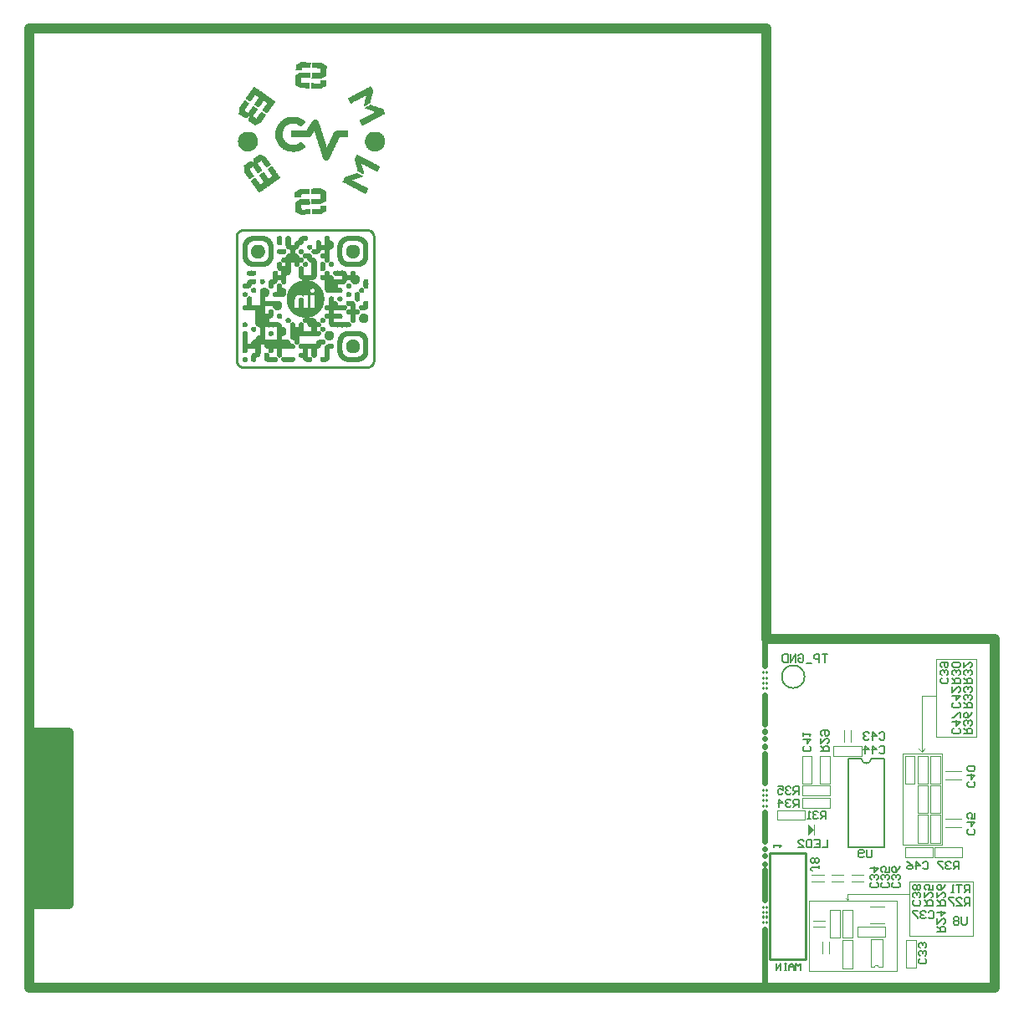
<source format=gbo>
G04*
G04 #@! TF.GenerationSoftware,Altium Limited,Altium Designer,20.0.13 (296)*
G04*
G04 Layer_Color=32896*
%FSLAX25Y25*%
%MOIN*%
G70*
G01*
G75*
%ADD10C,0.00787*%
%ADD13C,0.00984*%
%ADD17C,0.00394*%
%ADD19C,0.00591*%
%ADD22C,0.03937*%
%ADD23C,0.02362*%
%ADD178C,0.00136*%
%ADD179C,0.00036*%
G36*
X310630Y61024D02*
X308268Y63386D01*
Y58661D01*
X310630Y61024D01*
D02*
G37*
D10*
X306890Y122047D02*
G03*
X306890Y122047I-4528J0D01*
G01*
X329555Y89460D02*
G03*
X333492Y89460I1969J0D01*
G01*
X338610Y54027D02*
Y89460D01*
X324437Y54027D02*
Y89460D01*
Y54027D02*
X338610D01*
X324437Y89460D02*
X329555D01*
X333492D02*
X338610D01*
D13*
X292913Y9307D02*
Y51672D01*
Y9307D02*
X307480D01*
Y51672D01*
X292913D02*
X307480D01*
X290335Y123603D02*
Y123996D01*
Y121437D02*
Y121831D01*
Y119469D02*
Y119863D01*
Y117500D02*
Y117894D01*
Y117500D02*
Y117894D01*
Y119469D02*
Y119863D01*
Y121437D02*
Y121831D01*
Y123603D02*
Y123996D01*
X291713Y117500D02*
Y117894D01*
Y119469D02*
Y119863D01*
Y121437D02*
Y121831D01*
Y123603D02*
Y123996D01*
X290335Y70493D02*
Y70886D01*
Y72658D02*
Y73052D01*
Y74626D02*
Y75020D01*
Y76595D02*
Y76989D01*
X291713Y70493D02*
Y70886D01*
Y72658D02*
Y73052D01*
Y74626D02*
Y75020D01*
Y76595D02*
Y76989D01*
Y76595D02*
Y76989D01*
Y74626D02*
Y75020D01*
Y72658D02*
Y73052D01*
Y70493D02*
Y70886D01*
Y24036D02*
Y24430D01*
Y26201D02*
Y26595D01*
Y28170D02*
Y28563D01*
Y30138D02*
Y30532D01*
Y30138D02*
Y30532D01*
Y28170D02*
Y28563D01*
Y26201D02*
Y26595D01*
Y24036D02*
Y24430D01*
X290335Y30138D02*
Y30532D01*
Y28170D02*
Y28563D01*
Y26201D02*
Y26595D01*
Y24036D02*
Y24430D01*
D17*
X336417Y6290D02*
G03*
X334842Y6290I-787J0D01*
G01*
X353543Y92126D02*
Y114567D01*
X323228Y33858D02*
X324016Y33071D01*
X324803Y33858D01*
X348819Y35827D02*
Y37795D01*
X324016Y33071D02*
Y35433D01*
X348819D01*
X309842Y40543D02*
X314567D01*
X309788Y42932D02*
X314513D01*
X325590Y40543D02*
X330315D01*
X325536Y42932D02*
X330261D01*
X317717Y40543D02*
X322441D01*
X317662Y42932D02*
X322387D01*
X308661Y32677D02*
X343701D01*
X308661Y4724D02*
Y32677D01*
Y4724D02*
X343701D01*
Y32677D01*
X374016Y18898D02*
Y40551D01*
X348819Y18898D02*
X374016D01*
X348819D02*
Y40551D01*
X374016D01*
X333065Y23894D02*
X338583D01*
X333150Y30397D02*
X338668D01*
X327953Y22432D02*
X338976D01*
X327953Y18495D02*
Y22432D01*
Y18495D02*
X338976D01*
Y22432D01*
X333267Y6290D02*
X334842D01*
X336417D02*
X337992D01*
X333267D02*
Y17314D01*
X337992D01*
Y6290D02*
Y17314D01*
X347244Y5906D02*
Y16929D01*
Y5906D02*
X351181D01*
Y16929D01*
X347244D02*
X351181D01*
X310236Y22432D02*
X314961D01*
X310182Y24822D02*
X314906D01*
X314173Y11605D02*
Y16330D01*
X316563Y11660D02*
Y16384D01*
X325984Y5897D02*
Y16920D01*
X322047D02*
X325984D01*
X322047Y5897D02*
Y16920D01*
Y5897D02*
X325984D01*
X320866Y18101D02*
Y29125D01*
X316929D02*
X320866D01*
X316929Y18101D02*
Y29125D01*
Y18101D02*
X320866D01*
X325984D02*
Y29125D01*
X322047D02*
X325984D01*
X322047Y18101D02*
Y29125D01*
Y18101D02*
X325984D01*
X296063Y68898D02*
X307087D01*
X296063Y64961D02*
Y68898D01*
Y64961D02*
X307087D01*
Y68898D01*
X310630Y59055D02*
Y62992D01*
X305906Y73613D02*
X316930D01*
X305906Y69676D02*
Y73613D01*
Y69676D02*
X316930D01*
Y73613D01*
X305906Y74794D02*
X316930D01*
Y78731D01*
X305906D02*
X316930D01*
X305906Y74794D02*
Y78731D01*
X305906Y79519D02*
Y90542D01*
Y79519D02*
X309842D01*
Y90542D01*
X305906D02*
X309842D01*
X316929Y79519D02*
Y90542D01*
X312992D02*
X316929D01*
X312992Y79519D02*
Y90542D01*
Y79519D02*
X316929D01*
X325197Y96054D02*
Y100779D01*
X322807Y96000D02*
Y100724D01*
X318504Y94480D02*
X329527D01*
X318504Y90543D02*
Y94480D01*
Y90543D02*
X329527D01*
Y94480D01*
X352362Y93307D02*
X353543Y92126D01*
X353543D02*
X354724Y93307D01*
X353543Y114567D02*
X359449D01*
Y129134D02*
X375197D01*
X359449Y98032D02*
Y129134D01*
Y98032D02*
X375197D01*
Y129134D01*
X361811Y55118D02*
Y91339D01*
X346063Y55118D02*
X361811D01*
X346063D02*
Y91339D01*
X361811D01*
X350787Y79519D02*
Y90543D01*
X346850D02*
X350787D01*
X346850Y79519D02*
Y90543D01*
Y79519D02*
X350787D01*
X355906D02*
Y90543D01*
X351969D02*
X355906D01*
X351969Y79519D02*
Y90543D01*
Y79519D02*
X355906D01*
X357087Y79519D02*
Y90542D01*
Y79519D02*
X361024D01*
Y90542D01*
X357087D02*
X361024D01*
X355906Y67708D02*
Y78731D01*
X351969D02*
X355906D01*
X351969Y67708D02*
Y78731D01*
Y67708D02*
X355906D01*
X361024D02*
Y78731D01*
X357087D02*
X361024D01*
X357087Y67708D02*
Y78731D01*
Y67708D02*
X361024D01*
X355906Y55897D02*
Y66920D01*
X351969D02*
X355906D01*
X351969Y55897D02*
Y66920D01*
Y55897D02*
X355906D01*
X361024D02*
Y66920D01*
X357087D02*
X361024D01*
X357087Y55897D02*
Y66920D01*
Y55897D02*
X361024D01*
X346850Y53937D02*
X357874D01*
X346850Y50000D02*
Y53937D01*
Y50000D02*
X357874D01*
Y53937D01*
X358764Y50000D02*
X369787D01*
Y53937D01*
X358764D02*
X369787D01*
X358764Y50000D02*
Y53937D01*
X362992Y62105D02*
X369291D01*
X362992Y65255D02*
X369291D01*
X362992Y81184D02*
X369291D01*
X362992Y84334D02*
X369291D01*
D19*
X315945Y131035D02*
X313846D01*
X314895D01*
Y127887D01*
X312796D02*
Y131035D01*
X311222D01*
X310697Y130511D01*
Y129461D01*
X311222Y128937D01*
X312796D01*
X309648Y127362D02*
X307549D01*
X304400Y130511D02*
X304925Y131035D01*
X305974D01*
X306499Y130511D01*
Y128412D01*
X305974Y127887D01*
X304925D01*
X304400Y128412D01*
Y129461D01*
X305450D01*
X303350Y127887D02*
Y131035D01*
X301252Y127887D01*
Y131035D01*
X300202D02*
Y127887D01*
X298628D01*
X298103Y128412D01*
Y130511D01*
X298628Y131035D01*
X300202D01*
X305315Y4921D02*
Y7676D01*
X304397Y6758D01*
X303478Y7676D01*
Y4921D01*
X302560D02*
Y6758D01*
X301642Y7676D01*
X300723Y6758D01*
Y4921D01*
Y6299D01*
X302560D01*
X299805Y7676D02*
X298887D01*
X299346D01*
Y4921D01*
X299805D01*
X298887D01*
X297509D02*
Y7676D01*
X295672Y4921D01*
Y7676D01*
X294764Y54134D02*
Y55052D01*
Y54593D01*
X297519D01*
X297060Y54134D01*
X333726Y53149D02*
Y50525D01*
X333201Y50001D01*
X332152D01*
X331627Y50525D01*
Y53149D01*
X330578Y50525D02*
X330053Y50001D01*
X329003D01*
X328479Y50525D01*
Y52624D01*
X329003Y53149D01*
X330053D01*
X330578Y52624D01*
Y52100D01*
X330053Y51575D01*
X328479D01*
X371521Y26377D02*
Y23754D01*
X370997Y23229D01*
X369947D01*
X369422Y23754D01*
Y26377D01*
X368373Y25853D02*
X367848Y26377D01*
X366799D01*
X366274Y25853D01*
Y25328D01*
X366799Y24803D01*
X366274Y24278D01*
Y23754D01*
X366799Y23229D01*
X367848D01*
X368373Y23754D01*
Y24278D01*
X367848Y24803D01*
X368373Y25328D01*
Y25853D01*
X367848Y24803D02*
X366799D01*
X372702Y36089D02*
Y39237D01*
X371128D01*
X370603Y38713D01*
Y37663D01*
X371128Y37138D01*
X372702D01*
X371653D02*
X370603Y36089D01*
X369553Y39237D02*
X367454D01*
X368504D01*
Y36089D01*
X366405D02*
X365355D01*
X365880D01*
Y39237D01*
X366405Y38713D01*
X368371Y45276D02*
Y48425D01*
X366797D01*
X366272Y47900D01*
Y46850D01*
X366797Y46326D01*
X368371D01*
X367322D02*
X366272Y45276D01*
X365223Y47900D02*
X364698Y48425D01*
X363649D01*
X363124Y47900D01*
Y47375D01*
X363649Y46850D01*
X364173D01*
X363649D01*
X363124Y46326D01*
Y45801D01*
X363649Y45276D01*
X364698D01*
X365223Y45801D01*
X362074Y48425D02*
X359975D01*
Y47900D01*
X362074Y45801D01*
Y45276D01*
X370473Y99345D02*
X373622D01*
Y100919D01*
X373097Y101444D01*
X372047D01*
X371522Y100919D01*
Y99345D01*
Y100395D02*
X370473Y101444D01*
X373097Y102494D02*
X373622Y103019D01*
Y104068D01*
X373097Y104593D01*
X372572D01*
X372047Y104068D01*
Y103543D01*
Y104068D01*
X371522Y104593D01*
X370998D01*
X370473Y104068D01*
Y103019D01*
X370998Y102494D01*
X373622Y107741D02*
X373097Y106692D01*
X372047Y105642D01*
X370998D01*
X370473Y106167D01*
Y107217D01*
X370998Y107741D01*
X371522D01*
X372047Y107217D01*
Y105642D01*
X304592Y75197D02*
Y78346D01*
X303017D01*
X302493Y77821D01*
Y76772D01*
X303017Y76247D01*
X304592D01*
X303542D02*
X302493Y75197D01*
X301443Y77821D02*
X300919Y78346D01*
X299869D01*
X299344Y77821D01*
Y77296D01*
X299869Y76772D01*
X300394D01*
X299869D01*
X299344Y76247D01*
Y75722D01*
X299869Y75197D01*
X300919D01*
X301443Y75722D01*
X296196Y78346D02*
X298295D01*
Y76772D01*
X297245Y77296D01*
X296720D01*
X296196Y76772D01*
Y75722D01*
X296720Y75197D01*
X297770D01*
X298295Y75722D01*
X304592Y70079D02*
Y73228D01*
X303017D01*
X302493Y72703D01*
Y71653D01*
X303017Y71129D01*
X304592D01*
X303542D02*
X302493Y70079D01*
X301443Y72703D02*
X300919Y73228D01*
X299869D01*
X299344Y72703D01*
Y72178D01*
X299869Y71653D01*
X300394D01*
X299869D01*
X299344Y71129D01*
Y70604D01*
X299869Y70079D01*
X300919D01*
X301443Y70604D01*
X296720Y70079D02*
Y73228D01*
X298295Y71653D01*
X296196D01*
X370473Y109581D02*
X373622D01*
Y111156D01*
X373097Y111680D01*
X372047D01*
X371522Y111156D01*
Y109581D01*
Y110631D02*
X370473Y111680D01*
X373097Y112730D02*
X373622Y113255D01*
Y114304D01*
X373097Y114829D01*
X372572D01*
X372047Y114304D01*
Y113779D01*
Y114304D01*
X371522Y114829D01*
X370998D01*
X370473Y114304D01*
Y113255D01*
X370998Y112730D01*
X373097Y115879D02*
X373622Y116403D01*
Y117453D01*
X373097Y117978D01*
X372572D01*
X372047Y117453D01*
Y116928D01*
Y117453D01*
X371522Y117978D01*
X370998D01*
X370473Y117453D01*
Y116403D01*
X370998Y115879D01*
X370473Y119424D02*
X373622D01*
Y120998D01*
X373097Y121523D01*
X372047D01*
X371522Y120998D01*
Y119424D01*
Y120474D02*
X370473Y121523D01*
X373097Y122573D02*
X373622Y123097D01*
Y124147D01*
X373097Y124672D01*
X372572D01*
X372047Y124147D01*
Y123622D01*
Y124147D01*
X371522Y124672D01*
X370998D01*
X370473Y124147D01*
Y123097D01*
X370998Y122573D01*
X370473Y127820D02*
Y125721D01*
X372572Y127820D01*
X373097D01*
X373622Y127295D01*
Y126246D01*
X373097Y125721D01*
X315484Y65355D02*
Y68503D01*
X313910D01*
X313385Y67979D01*
Y66929D01*
X313910Y66404D01*
X315484D01*
X314435D02*
X313385Y65355D01*
X312336Y67979D02*
X311811Y68503D01*
X310761D01*
X310237Y67979D01*
Y67454D01*
X310761Y66929D01*
X311286D01*
X310761D01*
X310237Y66404D01*
Y65880D01*
X310761Y65355D01*
X311811D01*
X312336Y65880D01*
X309187Y65355D02*
X308138D01*
X308662D01*
Y68503D01*
X309187Y67979D01*
X365749Y119424D02*
X368897D01*
Y120998D01*
X368372Y121523D01*
X367323D01*
X366798Y120998D01*
Y119424D01*
Y120474D02*
X365749Y121523D01*
X368372Y122573D02*
X368897Y123097D01*
Y124147D01*
X368372Y124672D01*
X367848D01*
X367323Y124147D01*
Y123622D01*
Y124147D01*
X366798Y124672D01*
X366273D01*
X365749Y124147D01*
Y123097D01*
X366273Y122573D01*
X368372Y125721D02*
X368897Y126246D01*
Y127295D01*
X368372Y127820D01*
X366273D01*
X365749Y127295D01*
Y126246D01*
X366273Y125721D01*
X368372D01*
X313386Y92259D02*
X316535D01*
Y93833D01*
X316010Y94358D01*
X314961D01*
X314436Y93833D01*
Y92259D01*
Y93308D02*
X313386Y94358D01*
Y97506D02*
Y95407D01*
X315485Y97506D01*
X316010D01*
X316535Y96982D01*
Y95932D01*
X316010Y95407D01*
X313911Y98556D02*
X313386Y99080D01*
Y100130D01*
X313911Y100655D01*
X316010D01*
X316535Y100130D01*
Y99080D01*
X316010Y98556D01*
X315485D01*
X314961Y99080D01*
Y100655D01*
X372702Y30841D02*
Y33990D01*
X371128D01*
X370603Y33465D01*
Y32416D01*
X371128Y31891D01*
X372702D01*
X371653D02*
X370603Y30841D01*
X367454D02*
X369553D01*
X367454Y32940D01*
Y33465D01*
X367979Y33990D01*
X369029D01*
X369553Y33465D01*
X366405Y33990D02*
X364306D01*
Y33465D01*
X366405Y31366D01*
Y30841D01*
X359843Y30841D02*
X362992D01*
Y32416D01*
X362467Y32940D01*
X361417D01*
X360893Y32416D01*
Y30841D01*
Y31891D02*
X359843Y32940D01*
Y36089D02*
Y33990D01*
X361942Y36089D01*
X362467D01*
X362992Y35564D01*
Y34515D01*
X362467Y33990D01*
X362992Y39237D02*
X362467Y38188D01*
X361417Y37138D01*
X360368D01*
X359843Y37663D01*
Y38713D01*
X360368Y39237D01*
X360893D01*
X361417Y38713D01*
Y37138D01*
X354725Y30841D02*
X357874D01*
Y32416D01*
X357349Y32940D01*
X356299D01*
X355774Y32416D01*
Y30841D01*
Y31891D02*
X354725Y32940D01*
Y36089D02*
Y33990D01*
X356824Y36089D01*
X357349D01*
X357874Y35564D01*
Y34515D01*
X357349Y33990D01*
X357874Y39237D02*
Y37138D01*
X356299D01*
X356824Y38188D01*
Y38713D01*
X356299Y39237D01*
X355250D01*
X354725Y38713D01*
Y37663D01*
X355250Y37138D01*
X359843Y20343D02*
X362992D01*
Y21918D01*
X362467Y22443D01*
X361417D01*
X360893Y21918D01*
Y20343D01*
Y21393D02*
X359843Y22443D01*
Y25591D02*
Y23492D01*
X361942Y25591D01*
X362467D01*
X362992Y25066D01*
Y24017D01*
X362467Y23492D01*
X359843Y28215D02*
X362992D01*
X361417Y26641D01*
Y28740D01*
X316009Y57086D02*
Y53938D01*
X313910D01*
X310761Y57086D02*
X312860D01*
Y53938D01*
X310761D01*
X312860Y55512D02*
X311810D01*
X309712Y57086D02*
Y53938D01*
X308137D01*
X307612Y54462D01*
Y56561D01*
X308137Y57086D01*
X309712D01*
X304464Y53938D02*
X306563D01*
X304464Y56037D01*
Y56561D01*
X304989Y57086D01*
X306038D01*
X306563Y56561D01*
X312598Y46719D02*
Y45670D01*
Y46195D01*
X309974D01*
X309449Y45670D01*
Y45145D01*
X309974Y44620D01*
X312073Y47769D02*
X312598Y48294D01*
Y49343D01*
X312073Y49868D01*
X311548D01*
X311024Y49343D01*
X310499Y49868D01*
X309974D01*
X309449Y49343D01*
Y48294D01*
X309974Y47769D01*
X310499D01*
X311024Y48294D01*
X311548Y47769D01*
X312073D01*
X311024Y48294D02*
Y49343D01*
X368372Y101444D02*
X368897Y100919D01*
Y99870D01*
X368372Y99345D01*
X366273D01*
X365749Y99870D01*
Y100919D01*
X366273Y101444D01*
X365749Y104068D02*
X368897D01*
X367323Y102494D01*
Y104593D01*
X368897Y105642D02*
Y107741D01*
X368372D01*
X366273Y105642D01*
X365749D01*
X354068Y47900D02*
X354592Y48425D01*
X355642D01*
X356167Y47900D01*
Y45801D01*
X355642Y45276D01*
X354592D01*
X354068Y45801D01*
X351444Y45276D02*
Y48425D01*
X353018Y46850D01*
X350919D01*
X347770Y48425D02*
X348820Y47900D01*
X349869Y46850D01*
Y45801D01*
X349345Y45276D01*
X348295D01*
X347770Y45801D01*
Y46326D01*
X348295Y46850D01*
X349869D01*
X374278Y61287D02*
X374803Y60762D01*
Y59712D01*
X374278Y59188D01*
X372179D01*
X371654Y59712D01*
Y60762D01*
X372179Y61287D01*
X371654Y63911D02*
X374803D01*
X373228Y62336D01*
Y64435D01*
X374803Y67584D02*
Y65485D01*
X373228D01*
X373753Y66534D01*
Y67059D01*
X373228Y67584D01*
X372179D01*
X371654Y67059D01*
Y66010D01*
X372179Y65485D01*
X336745Y93963D02*
X337269Y94488D01*
X338319D01*
X338844Y93963D01*
Y91864D01*
X338319Y91339D01*
X337269D01*
X336745Y91864D01*
X334121Y91339D02*
Y94488D01*
X335695Y92913D01*
X333596D01*
X330972Y91339D02*
Y94488D01*
X332547Y92913D01*
X330448D01*
X336745Y99475D02*
X337269Y99999D01*
X338319D01*
X338844Y99475D01*
Y97376D01*
X338319Y96851D01*
X337269D01*
X336745Y97376D01*
X334121Y96851D02*
Y99999D01*
X335695Y98425D01*
X333596D01*
X332547Y99475D02*
X332022Y99999D01*
X330972D01*
X330448Y99475D01*
Y98950D01*
X330972Y98425D01*
X331497D01*
X330972D01*
X330448Y97900D01*
Y97376D01*
X330972Y96851D01*
X332022D01*
X332547Y97376D01*
X368372Y111680D02*
X368897Y111156D01*
Y110106D01*
X368372Y109581D01*
X366273D01*
X365749Y110106D01*
Y111156D01*
X366273Y111680D01*
X365749Y114304D02*
X368897D01*
X367323Y112730D01*
Y114829D01*
X365749Y117978D02*
Y115879D01*
X367848Y117978D01*
X368372D01*
X368897Y117453D01*
Y116403D01*
X368372Y115879D01*
X308924Y94358D02*
X309448Y93833D01*
Y92783D01*
X308924Y92259D01*
X306824D01*
X306300Y92783D01*
Y93833D01*
X306824Y94358D01*
X306300Y96982D02*
X309448D01*
X307874Y95407D01*
Y97506D01*
X306300Y98556D02*
Y99605D01*
Y99080D01*
X309448D01*
X308924Y98556D01*
X374278Y80184D02*
X374803Y79660D01*
Y78610D01*
X374278Y78085D01*
X372179D01*
X371654Y78610D01*
Y79660D01*
X372179Y80184D01*
X371654Y82808D02*
X374803D01*
X373228Y81234D01*
Y83333D01*
X374278Y84382D02*
X374803Y84907D01*
Y85957D01*
X374278Y86482D01*
X372179D01*
X371654Y85957D01*
Y84907D01*
X372179Y84382D01*
X374278D01*
X363648Y121523D02*
X364173Y120998D01*
Y119949D01*
X363648Y119424D01*
X361549D01*
X361024Y119949D01*
Y120998D01*
X361549Y121523D01*
X363648Y122573D02*
X364173Y123097D01*
Y124147D01*
X363648Y124672D01*
X363123D01*
X362598Y124147D01*
Y123622D01*
Y124147D01*
X362074Y124672D01*
X361549D01*
X361024Y124147D01*
Y123097D01*
X361549Y122573D01*
Y125721D02*
X361024Y126246D01*
Y127295D01*
X361549Y127820D01*
X363648D01*
X364173Y127295D01*
Y126246D01*
X363648Y125721D01*
X363123D01*
X362598Y126246D01*
Y127820D01*
X352624Y32940D02*
X353149Y32416D01*
Y31366D01*
X352624Y30841D01*
X350525D01*
X350001Y31366D01*
Y32416D01*
X350525Y32940D01*
X352624Y33990D02*
X353149Y34515D01*
Y35564D01*
X352624Y36089D01*
X352100D01*
X351575Y35564D01*
Y35039D01*
Y35564D01*
X351050Y36089D01*
X350525D01*
X350001Y35564D01*
Y34515D01*
X350525Y33990D01*
X352624Y37138D02*
X353149Y37663D01*
Y38713D01*
X352624Y39237D01*
X352100D01*
X351575Y38713D01*
X351050Y39237D01*
X350525D01*
X350001Y38713D01*
Y37663D01*
X350525Y37138D01*
X351050D01*
X351575Y37663D01*
X352100Y37138D01*
X352624D01*
X351575Y37663D02*
Y38713D01*
X356298Y28215D02*
X356822Y28740D01*
X357872D01*
X358397Y28215D01*
Y26116D01*
X357872Y25591D01*
X356822D01*
X356298Y26116D01*
X355248Y28215D02*
X354723Y28740D01*
X353674D01*
X353149Y28215D01*
Y27690D01*
X353674Y27165D01*
X354199D01*
X353674D01*
X353149Y26641D01*
Y26116D01*
X353674Y25591D01*
X354723D01*
X355248Y26116D01*
X352100Y28740D02*
X350001D01*
Y28215D01*
X352100Y26116D01*
Y25591D01*
X344357Y40027D02*
X344881Y39502D01*
Y38453D01*
X344357Y37928D01*
X342258D01*
X341733Y38453D01*
Y39502D01*
X342258Y40027D01*
X344357Y41076D02*
X344881Y41601D01*
Y42651D01*
X344357Y43176D01*
X343832D01*
X343307Y42651D01*
Y42126D01*
Y42651D01*
X342782Y43176D01*
X342258D01*
X341733Y42651D01*
Y41601D01*
X342258Y41076D01*
X344881Y46324D02*
X344357Y45275D01*
X343307Y44225D01*
X342258D01*
X341733Y44750D01*
Y45799D01*
X342258Y46324D01*
X342782D01*
X343307Y45799D01*
Y44225D01*
X340026Y40027D02*
X340551Y39502D01*
Y38453D01*
X340026Y37928D01*
X337927D01*
X337402Y38453D01*
Y39502D01*
X337927Y40027D01*
X340026Y41076D02*
X340551Y41601D01*
Y42651D01*
X340026Y43176D01*
X339501D01*
X338976Y42651D01*
Y42126D01*
Y42651D01*
X338452Y43176D01*
X337927D01*
X337402Y42651D01*
Y41601D01*
X337927Y41076D01*
X340551Y46324D02*
Y44225D01*
X338976D01*
X339501Y45275D01*
Y45799D01*
X338976Y46324D01*
X337927D01*
X337402Y45799D01*
Y44750D01*
X337927Y44225D01*
X335695Y40027D02*
X336220Y39502D01*
Y38453D01*
X335695Y37928D01*
X333596D01*
X333071Y38453D01*
Y39502D01*
X333596Y40027D01*
X335695Y41076D02*
X336220Y41601D01*
Y42651D01*
X335695Y43176D01*
X335170D01*
X334646Y42651D01*
Y42126D01*
Y42651D01*
X334121Y43176D01*
X333596D01*
X333071Y42651D01*
Y41601D01*
X333596Y41076D01*
X333071Y45799D02*
X336220D01*
X334646Y44225D01*
Y46324D01*
X354987Y9712D02*
X355511Y9187D01*
Y8138D01*
X354987Y7613D01*
X352888D01*
X352363Y8138D01*
Y9187D01*
X352888Y9712D01*
X354987Y10762D02*
X355511Y11286D01*
Y12336D01*
X354987Y12861D01*
X354462D01*
X353937Y12336D01*
Y11811D01*
Y12336D01*
X353412Y12861D01*
X352888D01*
X352363Y12336D01*
Y11286D01*
X352888Y10762D01*
X354987Y13910D02*
X355511Y14435D01*
Y15484D01*
X354987Y16009D01*
X354462D01*
X353937Y15484D01*
Y14960D01*
Y15484D01*
X353412Y16009D01*
X352888D01*
X352363Y15484D01*
Y14435D01*
X352888Y13910D01*
D22*
X5408Y32087D02*
Y99803D01*
X4921Y32087D02*
X5408D01*
X0Y31496D02*
Y99803D01*
X10827Y31890D02*
Y99803D01*
X11024D01*
X8071Y32087D02*
Y99606D01*
X8268D01*
X4921Y32087D02*
Y99803D01*
X5894D01*
X1772Y31693D02*
Y99803D01*
X1575D02*
X1772D01*
X-1969Y31496D02*
Y99803D01*
Y-1969D02*
Y31496D01*
X13583D01*
X-1969Y99803D02*
X13757D01*
X-1969D02*
Y380315D01*
X291732Y137205D02*
X382677D01*
Y-1969D02*
Y137205D01*
X-1969Y-1969D02*
X382677D01*
X-1969Y380315D02*
X291732D01*
Y137205D02*
Y380315D01*
X13583Y31496D02*
X13757Y31670D01*
Y99803D01*
X-1969Y-1969D02*
X-1575D01*
D23*
X291024Y126319D02*
Y136614D01*
Y103091D02*
Y114902D01*
Y79587D02*
Y91398D01*
Y56359D02*
Y68170D01*
Y33130D02*
Y44941D01*
Y-846D02*
Y21556D01*
X290984Y100217D02*
X291024Y100256D01*
X290984Y94233D02*
X291024Y94272D01*
X290945Y97343D02*
X290984Y97382D01*
X290945Y50611D02*
X290984Y50650D01*
Y47501D02*
X291024Y47540D01*
X290984Y53485D02*
X291024Y53524D01*
D178*
X106099Y366949D02*
X107867D01*
X110723Y366813D02*
X110995D01*
X105963D02*
X109907D01*
X110723Y366677D02*
X114258D01*
X105691D02*
X109907D01*
X110723Y366541D02*
X114530D01*
X105420D02*
X109907D01*
X110723Y366405D02*
X114802D01*
X105148D02*
X109907D01*
X110723Y366269D02*
X114938D01*
X104876D02*
X109907D01*
X110723Y366133D02*
X115210D01*
X104604D02*
X109771D01*
X110723Y365997D02*
X115346D01*
X104332D02*
X109771D01*
X110723Y365861D02*
X115618D01*
X104196D02*
X109771D01*
X110723Y365725D02*
X115754D01*
X104196D02*
X109771D01*
X110723Y365589D02*
X116026D01*
X104196D02*
X109771D01*
X110723Y365453D02*
X116162D01*
X104196D02*
X109771D01*
X110723Y365317D02*
X116298D01*
X104196D02*
X109771D01*
X110723Y365181D02*
X116298D01*
X104196D02*
X109771D01*
X110723Y365045D02*
X116298D01*
X104196D02*
X109771D01*
X110723Y364909D02*
X116298D01*
X109091D02*
X109771D01*
X104196D02*
X106235D01*
X112626Y364773D02*
X116298D01*
X104196D02*
X106235D01*
X114122Y364637D02*
X116162D01*
X104196D02*
X106235D01*
X114122Y364501D02*
X116162D01*
X104196D02*
X106235D01*
X114122Y364365D02*
X116162D01*
X104196D02*
X106235D01*
X114122Y364229D02*
X116162D01*
X104196D02*
X106235D01*
X114122Y364093D02*
X116162D01*
X104060D02*
X106235D01*
X114122Y363957D02*
X116162D01*
X104060D02*
X106235D01*
X114122Y363821D02*
X116162D01*
X114122Y363685D02*
X116162D01*
X114122Y363549D02*
X116162D01*
X114122Y363413D02*
X116162D01*
X114122Y363277D02*
X116162D01*
X114122Y363141D02*
X116162D01*
X114122Y363005D02*
X116162D01*
X114122Y362869D02*
X116162D01*
X105963D02*
X107731D01*
X114122Y362733D02*
X116162D01*
X110587D02*
X110995D01*
X105691D02*
X109635D01*
X110587Y362597D02*
X116162D01*
X105420D02*
X109635D01*
X110587Y362461D02*
X116162D01*
X105283D02*
X109635D01*
X110587Y362325D02*
X116162D01*
X105012D02*
X109635D01*
X110587Y362189D02*
X116162D01*
X104740D02*
X109635D01*
X110587Y362053D02*
X116162D01*
X104468D02*
X109635D01*
X110587Y361917D02*
X116162D01*
X104196D02*
X109635D01*
X110587Y361781D02*
X116162D01*
X104060D02*
X109635D01*
X110587Y361645D02*
X115890D01*
X104060D02*
X109635D01*
X110587Y361509D02*
X115618D01*
X104060D02*
X109635D01*
X110587Y361373D02*
X115482D01*
X104060D02*
X109635D01*
X110587Y361238D02*
X115210D01*
X104060D02*
X109635D01*
X110587Y361102D02*
X114938D01*
X104060D02*
X109635D01*
X110587Y360966D02*
X114666D01*
X106371D02*
X109635D01*
X104060D02*
X106235D01*
X110451Y360830D02*
X114394D01*
X103924D02*
X106099D01*
X112898Y360694D02*
X114122D01*
X103924D02*
X106099D01*
X103924Y360558D02*
X106099D01*
X103924Y360422D02*
X106099D01*
X103924Y360286D02*
X106099D01*
X103924Y360150D02*
X106099D01*
X103924Y360014D02*
X106099D01*
X103924Y359878D02*
X106099D01*
X113850Y359742D02*
X114122D01*
X103924D02*
X106099D01*
X113850Y359606D02*
X116026D01*
X103924D02*
X106099D01*
X113850Y359470D02*
X116026D01*
X103924D02*
X106099D01*
X113850Y359334D02*
X116026D01*
X103924D02*
X106099D01*
X113850Y359198D02*
X116026D01*
X103924D02*
X106099D01*
X113850Y359062D02*
X116026D01*
X103924D02*
X106099D01*
X113850Y358926D02*
X116026D01*
X103924D02*
X106099D01*
X113850Y358790D02*
X116026D01*
X103924D02*
X107595D01*
X113850Y358654D02*
X116026D01*
X110451D02*
X110859D01*
X103924D02*
X109499D01*
X110451Y358518D02*
X116026D01*
X103924D02*
X109499D01*
X110451Y358382D02*
X116026D01*
X103924D02*
X109499D01*
X110451Y358246D02*
X116026D01*
X103924D02*
X109499D01*
X110451Y358110D02*
X115890D01*
X104060D02*
X109499D01*
X110451Y357974D02*
X115890D01*
X104332D02*
X109363D01*
X110451Y357838D02*
X115890D01*
X104468D02*
X109363D01*
X110451Y357702D02*
X115890D01*
X104740D02*
X109363D01*
X110315Y357566D02*
X115618D01*
X104876D02*
X109363D01*
X110315Y357430D02*
X115346D01*
X105148D02*
X109363D01*
X133703Y357294D02*
X133839D01*
X110315D02*
X115074D01*
X105420D02*
X109363D01*
X133567Y357158D02*
X133975D01*
X110315D02*
X114802D01*
X105555D02*
X109363D01*
X133295Y357022D02*
X133975D01*
X110315D02*
X114530D01*
X105827D02*
X109363D01*
X87335D02*
X87607D01*
X133023Y356886D02*
X134111D01*
X110315D02*
X114394D01*
X108003D02*
X109363D01*
X87335D02*
X87879D01*
X132751Y356750D02*
X134111D01*
X111267D02*
X114122D01*
X87199D02*
X88014D01*
X132479Y356614D02*
X134247D01*
X87063D02*
X88150D01*
X132207Y356478D02*
X134382D01*
X87063D02*
X88422D01*
X131935Y356342D02*
X134382D01*
X86927D02*
X88558D01*
X131663Y356206D02*
X134519D01*
X86791D02*
X88830D01*
X131391Y356070D02*
X134519D01*
X86655D02*
X88966D01*
X131255Y355934D02*
X134654D01*
X86655D02*
X89238D01*
X130983Y355798D02*
X134654D01*
X86519D02*
X89374D01*
X130711Y355662D02*
X134791D01*
X86383D02*
X89510D01*
X130439Y355526D02*
X134791D01*
X86383D02*
X89782D01*
X130167Y355391D02*
X134654D01*
X86247D02*
X89918D01*
X129895Y355255D02*
X134654D01*
X86111D02*
X90190D01*
X129623Y355119D02*
X134654D01*
X86111D02*
X90326D01*
X129351Y354983D02*
X134519D01*
X85975D02*
X90598D01*
X129079Y354847D02*
X134519D01*
X85839D02*
X90734D01*
X128944Y354711D02*
X134519D01*
X85703D02*
X90870D01*
X128672Y354575D02*
X134519D01*
X85703D02*
X91142D01*
X128400Y354439D02*
X134382D01*
X85567D02*
X91278D01*
X128128Y354303D02*
X134382D01*
X85431D02*
X91550D01*
X127856Y354167D02*
X134382D01*
X88014D02*
X91686D01*
X85431D02*
X87743D01*
X132479Y354031D02*
X134382D01*
X127584D02*
X132071D01*
X88150D02*
X91958D01*
X85295D02*
X87607D01*
X132343Y353895D02*
X134247D01*
X127312D02*
X131935D01*
X88422D02*
X92094D01*
X85159D02*
X87471D01*
X132343Y353759D02*
X134247D01*
X127040D02*
X131663D01*
X88558D02*
X92230D01*
X85159D02*
X87471D01*
X132343Y353623D02*
X134247D01*
X126768D02*
X131391D01*
X88830D02*
X92502D01*
X85023D02*
X87335D01*
X132207Y353487D02*
X134111D01*
X126496D02*
X131119D01*
X88966D02*
X92638D01*
X84887D02*
X87199D01*
X132207Y353351D02*
X134111D01*
X126360D02*
X130847D01*
X89238D02*
X92910D01*
X84751D02*
X87199D01*
X132207Y353215D02*
X134111D01*
X126088D02*
X130575D01*
X89374D02*
X93046D01*
X84751D02*
X87063D01*
X132207Y353079D02*
X134111D01*
X125816D02*
X130303D01*
X89510D02*
X93318D01*
X84615D02*
X86927D01*
X132071Y352943D02*
X133975D01*
X125544D02*
X130031D01*
X89510D02*
X93454D01*
X84479D02*
X86791D01*
X132071Y352807D02*
X133975D01*
X125272D02*
X129759D01*
X89374D02*
X93726D01*
X84479D02*
X86791D01*
X132071Y352671D02*
X133975D01*
X125000D02*
X129623D01*
X89374D02*
X93862D01*
X84343D02*
X86655D01*
X132071Y352535D02*
X133975D01*
X125000D02*
X129351D01*
X89238D02*
X93997D01*
X84343D02*
X86519D01*
X131935Y352399D02*
X133839D01*
X125136D02*
X129079D01*
X89102D02*
X94269D01*
X84615D02*
X86519D01*
X131935Y352263D02*
X133839D01*
X125136D02*
X128807D01*
X89102D02*
X94405D01*
X84751D02*
X86383D01*
X131935Y352127D02*
X133839D01*
X125272D02*
X128535D01*
X88966D02*
X94677D01*
X84887D02*
X86247D01*
X131799Y351991D02*
X133703D01*
X125272D02*
X128264D01*
X88830D02*
X94813D01*
X85159D02*
X86247D01*
X131799Y351855D02*
X133703D01*
X125408D02*
X127992D01*
X91278D02*
X95085D01*
X88694D02*
X91142D01*
X85295D02*
X86111D01*
X131799Y351719D02*
X133703D01*
X125408D02*
X127720D01*
X91550D02*
X95221D01*
X88694D02*
X91006D01*
X85567D02*
X85975D01*
X83663D02*
X83799D01*
X131799Y351583D02*
X133703D01*
X125544D02*
X127448D01*
X91686D02*
X95357D01*
X88558D02*
X90870D01*
X85703D02*
X85839D01*
X83527D02*
X84071D01*
X131663Y351447D02*
X133567D01*
X125544D02*
X127176D01*
X91958D02*
X95629D01*
X88422D02*
X90734D01*
X83527D02*
X84207D01*
X131663Y351311D02*
X133567D01*
X125680D02*
X127040D01*
X92094D02*
X95629D01*
X88422D02*
X90734D01*
X83391D02*
X84479D01*
X131663Y351175D02*
X133567D01*
X125816D02*
X126768D01*
X92230D02*
X95629D01*
X88286D02*
X90598D01*
X83255D02*
X84615D01*
X131527Y351039D02*
X133431D01*
X125816D02*
X126496D01*
X92502D02*
X95493D01*
X88150D02*
X90462D01*
X83255D02*
X84751D01*
X131527Y350903D02*
X133431D01*
X125952D02*
X126224D01*
X92638D02*
X95357D01*
X88150D02*
X90462D01*
X83119D02*
X85023D01*
X131527Y350767D02*
X133295D01*
X92774D02*
X95221D01*
X88014D02*
X90326D01*
X82983D02*
X85159D01*
X131527Y350631D02*
X133023D01*
X92774D02*
X95221D01*
X87879D02*
X90190D01*
X82847D02*
X85295D01*
X131391Y350495D02*
X132751D01*
X92638D02*
X95085D01*
X87743D02*
X90190D01*
X82847D02*
X85159D01*
X131391Y350359D02*
X132479D01*
X92638D02*
X94949D01*
X87743D02*
X90054D01*
X82711D02*
X85023D01*
X131391Y350223D02*
X132207D01*
X92502D02*
X94949D01*
X87607D02*
X89918D01*
X82575D02*
X84887D01*
X131391Y350087D02*
X132071D01*
X92366D02*
X94813D01*
X87879D02*
X89782D01*
X82575D02*
X84887D01*
X133839Y349951D02*
X133975D01*
X131255D02*
X131799D01*
X92366D02*
X94677D01*
X88014D02*
X89782D01*
X82439D02*
X84751D01*
X133567Y349816D02*
X134382D01*
X131255D02*
X131527D01*
X92230D02*
X94677D01*
X88286D02*
X89646D01*
X82303D02*
X84615D01*
X133295Y349679D02*
X134791D01*
X92094D02*
X94541D01*
X88422D02*
X89510D01*
X82303D02*
X84615D01*
X133023Y349543D02*
X135198D01*
X92094D02*
X94405D01*
X88694D02*
X89510D01*
X82167D02*
X84479D01*
X132751Y349408D02*
X135606D01*
X91958D02*
X94269D01*
X88830D02*
X89374D01*
X87063D02*
X87199D01*
X82032D02*
X84343D01*
X132479Y349272D02*
X136014D01*
X91822D02*
X94269D01*
X88966D02*
X89238D01*
X86927D02*
X87335D01*
X81896D02*
X84343D01*
X132207Y349136D02*
X136422D01*
X91686D02*
X94133D01*
X86791D02*
X87471D01*
X81896D02*
X84207D01*
X132071Y349000D02*
X136830D01*
X91686D02*
X93997D01*
X86791D02*
X87743D01*
X81760D02*
X84071D01*
X131799Y348864D02*
X137238D01*
X91550D02*
X93997D01*
X86655D02*
X87879D01*
X81624D02*
X83935D01*
X131935Y348728D02*
X137646D01*
X91414D02*
X93862D01*
X86519D02*
X88150D01*
X81624D02*
X83935D01*
X132343Y348592D02*
X137918D01*
X91414D02*
X93726D01*
X86519D02*
X88286D01*
X81624D02*
X83799D01*
X132751Y348456D02*
X138326D01*
X91278D02*
X93726D01*
X86383D02*
X88558D01*
X81624D02*
X83663D01*
X133159Y348320D02*
X138598D01*
X91142D02*
X93590D01*
X86247D02*
X88558D01*
X81624D02*
X83663D01*
X133567Y348184D02*
X138734D01*
X91142D02*
X93454D01*
X86247D02*
X88558D01*
X81624D02*
X83527D01*
X133839Y348048D02*
X138734D01*
X91006D02*
X93318D01*
X86111D02*
X88422D01*
X81624D02*
X83391D01*
X134247Y347912D02*
X138870D01*
X91006D02*
X93318D01*
X85975D02*
X88286D01*
X81624D02*
X83391D01*
X134654Y347776D02*
X138870D01*
X91142D02*
X93182D01*
X85839D02*
X88286D01*
X81624D02*
X83527D01*
X135062Y347640D02*
X139006D01*
X91414D02*
X93046D01*
X85839D02*
X88150D01*
X81624D02*
X83663D01*
X135470Y347504D02*
X139006D01*
X91550D02*
X93046D01*
X85703D02*
X88014D01*
X81624D02*
X83935D01*
X135878Y347368D02*
X139142D01*
X91686D02*
X92910D01*
X85567D02*
X87879D01*
X81624D02*
X84071D01*
X136014Y347232D02*
X139142D01*
X91958D02*
X92774D01*
X85567D02*
X87879D01*
X81624D02*
X84343D01*
X135742Y347096D02*
X139278D01*
X92094D02*
X92774D01*
X90326D02*
X90462D01*
X85431D02*
X87743D01*
X81624D02*
X84479D01*
X135470Y346960D02*
X139278D01*
X92366D02*
X92638D01*
X90190D02*
X90598D01*
X85295D02*
X87607D01*
X81624D02*
X84615D01*
X135198Y346824D02*
X139414D01*
X90190D02*
X90870D01*
X85295D02*
X87607D01*
X81488D02*
X84887D01*
X134926Y346688D02*
X139414D01*
X90054D02*
X91006D01*
X81488D02*
X87471D01*
X134791Y346552D02*
X139278D01*
X89918D02*
X91278D01*
X81488D02*
X87335D01*
X134519Y346416D02*
X139006D01*
X89782D02*
X91414D01*
X81760D02*
X87335D01*
X134247Y346280D02*
X138734D01*
X89782D02*
X91550D01*
X81896D02*
X87199D01*
X133975Y346144D02*
X138462D01*
X89646D02*
X91822D01*
X82167D02*
X87063D01*
X133703Y346008D02*
X138190D01*
X89510D02*
X91958D01*
X82303D02*
X86927D01*
X133431Y345872D02*
X137918D01*
X89510D02*
X91822D01*
X82575D02*
X86927D01*
X133159Y345736D02*
X137782D01*
X89374D02*
X91822D01*
X82711D02*
X86791D01*
X132887Y345600D02*
X137510D01*
X89238D02*
X91686D01*
X85703D02*
X86655D01*
X82847D02*
X85295D01*
X132615Y345464D02*
X137238D01*
X89238D02*
X91550D01*
X85567D02*
X86791D01*
X83119D02*
X85159D01*
X132343Y345328D02*
X136966D01*
X89102D02*
X91414D01*
X85567D02*
X87063D01*
X83255D02*
X84887D01*
X132071Y345192D02*
X136694D01*
X102156D02*
X103788D01*
X88966D02*
X91414D01*
X85567D02*
X87199D01*
X83527D02*
X84615D01*
X131935Y345056D02*
X136422D01*
X101340D02*
X104604D01*
X88830D02*
X91278D01*
X85567D02*
X87335D01*
X83663D02*
X84343D01*
X131663Y344920D02*
X136150D01*
X100796D02*
X105012D01*
X88830D02*
X91142D01*
X85567D02*
X87607D01*
X83935D02*
X84207D01*
X131391Y344784D02*
X135878D01*
X100524D02*
X105420D01*
X88694D02*
X91142D01*
X85431D02*
X87743D01*
X131119Y344648D02*
X135606D01*
X100116D02*
X105827D01*
X88558D02*
X91006D01*
X85431D02*
X88014D01*
X130847Y344512D02*
X135470D01*
X99844D02*
X106099D01*
X88558D02*
X90870D01*
X85431D02*
X88150D01*
X130575Y344376D02*
X135198D01*
X99572D02*
X106371D01*
X85431D02*
X90870D01*
X130303Y344240D02*
X134926D01*
X99300D02*
X106507D01*
X85431D02*
X90734D01*
X130031Y344104D02*
X134654D01*
X99164D02*
X106779D01*
X85431D02*
X90598D01*
X129759Y343969D02*
X134382D01*
X111267D02*
X112354D01*
X99029D02*
X106915D01*
X85295D02*
X90462D01*
X129623Y343832D02*
X134111D01*
X111130D02*
X112626D01*
X98757D02*
X107187D01*
X85431D02*
X90462D01*
X129759Y343696D02*
X133839D01*
X110995D02*
X112762D01*
X98621D02*
X107323D01*
X85567D02*
X90326D01*
X129759Y343561D02*
X133567D01*
X110859D02*
X112898D01*
X98485D02*
X107459D01*
X85839D02*
X90190D01*
X129895Y343425D02*
X133295D01*
X110723D02*
X112898D01*
X98349D02*
X107595D01*
X85975D02*
X90190D01*
X129895Y343289D02*
X133023D01*
X110723D02*
X113034D01*
X98077D02*
X107731D01*
X86247D02*
X90054D01*
X130031Y343153D02*
X132887D01*
X110587D02*
X113034D01*
X97941D02*
X107731D01*
X86383D02*
X89918D01*
X130031Y343017D02*
X132615D01*
X110451D02*
X113034D01*
X97941D02*
X107595D01*
X86655D02*
X89782D01*
X130167Y342881D02*
X132343D01*
X110451D02*
X113170D01*
X97805D02*
X107459D01*
X86791D02*
X89374D01*
X130167Y342745D02*
X132071D01*
X110315D02*
X113170D01*
X103788D02*
X107323D01*
X97669D02*
X102156D01*
X86927D02*
X89102D01*
X130303Y342609D02*
X131799D01*
X110179D02*
X113170D01*
X104332D02*
X107187D01*
X97533D02*
X101612D01*
X87199D02*
X88830D01*
X130303Y342473D02*
X131527D01*
X110179D02*
X113306D01*
X104604D02*
X107051D01*
X97397D02*
X101204D01*
X87335D02*
X88558D01*
X130439Y342337D02*
X131255D01*
X110043D02*
X113306D01*
X104876D02*
X106915D01*
X97397D02*
X100932D01*
X87607D02*
X88150D01*
X130439Y342201D02*
X130983D01*
X109907D02*
X113306D01*
X105148D02*
X106779D01*
X97261D02*
X100660D01*
X87743D02*
X87879D01*
X130575Y342065D02*
X130711D01*
X109907D02*
X113442D01*
X105420D02*
X106643D01*
X97125D02*
X100524D01*
X109771Y341929D02*
X113442D01*
X105555D02*
X106507D01*
X97125D02*
X100252D01*
X109635Y341793D02*
X113442D01*
X105827D02*
X106371D01*
X96989D02*
X100116D01*
X109635Y341657D02*
X113578D01*
X105963D02*
X106235D01*
X96853D02*
X99980D01*
X109499Y341521D02*
X113578D01*
X96853D02*
X99844D01*
X109363Y341385D02*
X113578D01*
X96717D02*
X99708D01*
X109363Y341249D02*
X113714D01*
X96717D02*
X99572D01*
X109227Y341113D02*
X113714D01*
X96581D02*
X99436D01*
X109091Y340977D02*
X113714D01*
X96581D02*
X99436D01*
X109091Y340841D02*
X113850D01*
X96581D02*
X99300D01*
X108955Y340705D02*
X113850D01*
X96445D02*
X99164D01*
X108819Y340569D02*
X113850D01*
X96445D02*
X99164D01*
X108819Y340433D02*
X113986D01*
X96445D02*
X99029D01*
X108683Y340297D02*
X113986D01*
X96309D02*
X99029D01*
X108547Y340161D02*
X113986D01*
X96309D02*
X98893D01*
X108547Y340025D02*
X113986D01*
X96309D02*
X98893D01*
X111538Y339889D02*
X114122D01*
X108411D02*
X111402D01*
X96173D02*
X98893D01*
X111538Y339753D02*
X114122D01*
X108275D02*
X111267D01*
X96173D02*
X98757D01*
X120241Y339617D02*
X124592D01*
X111674D02*
X114122D01*
X102428D02*
X111130D01*
X96173D02*
X98757D01*
X119833Y339481D02*
X124592D01*
X111674D02*
X114258D01*
X102428D02*
X111130D01*
X96173D02*
X98757D01*
X119697Y339345D02*
X124592D01*
X111674D02*
X114258D01*
X102428D02*
X110995D01*
X96173D02*
X98621D01*
X134654Y339209D02*
X136558D01*
X119561D02*
X124592D01*
X111810D02*
X114258D01*
X102428D02*
X110859D01*
X96173D02*
X98621D01*
X83935D02*
X85975D01*
X134247Y339073D02*
X136966D01*
X119425D02*
X124592D01*
X111810D02*
X114394D01*
X102428D02*
X110859D01*
X96037D02*
X98621D01*
X83527D02*
X86383D01*
X133839Y338937D02*
X137374D01*
X119289D02*
X124592D01*
X111810D02*
X114394D01*
X102428D02*
X110723D01*
X96037D02*
X98621D01*
X83255D02*
X86655D01*
X133703Y338801D02*
X137510D01*
X119289D02*
X124592D01*
X111946D02*
X114394D01*
X102428D02*
X110587D01*
X96037D02*
X98621D01*
X82983D02*
X86927D01*
X133431Y338665D02*
X137782D01*
X119153D02*
X124592D01*
X111946D02*
X114530D01*
X102428D02*
X110587D01*
X96037D02*
X98621D01*
X82847D02*
X87199D01*
X133295Y338529D02*
X137918D01*
X119153D02*
X124592D01*
X111946D02*
X114530D01*
X102428D02*
X110451D01*
X96037D02*
X98621D01*
X82575D02*
X87335D01*
X133023Y338393D02*
X138054D01*
X119153D02*
X124592D01*
X112082D02*
X114530D01*
X102428D02*
X110315D01*
X96037D02*
X98621D01*
X82439D02*
X87471D01*
X132887Y338257D02*
X138326D01*
X119017D02*
X124592D01*
X112082D02*
X114666D01*
X102428D02*
X110315D01*
X96037D02*
X98621D01*
X82303D02*
X87607D01*
X132751Y338122D02*
X138462D01*
X119017D02*
X124592D01*
X112082D02*
X114666D01*
X102428D02*
X110179D01*
X96037D02*
X98621D01*
X82167D02*
X87743D01*
X132615Y337985D02*
X138462D01*
X118881D02*
X124592D01*
X112082D02*
X114666D01*
X102428D02*
X110043D01*
X96037D02*
X98621D01*
X82032D02*
X87879D01*
X132615Y337849D02*
X138598D01*
X118881D02*
X124592D01*
X112218D02*
X114802D01*
X102428D02*
X110043D01*
X96037D02*
X98621D01*
X81896D02*
X88014D01*
X132479Y337714D02*
X138734D01*
X118745D02*
X124592D01*
X112218D02*
X114802D01*
X102428D02*
X109907D01*
X96037D02*
X98621D01*
X81896D02*
X88150D01*
X132343Y337578D02*
X138870D01*
X118745D02*
X124592D01*
X112218D02*
X114802D01*
X102428D02*
X109771D01*
X96037D02*
X98621D01*
X81760D02*
X88150D01*
X132343Y337442D02*
X138870D01*
X118609D02*
X124592D01*
X112354D02*
X114938D01*
X102428D02*
X109635D01*
X96173D02*
X98757D01*
X81624D02*
X88286D01*
X132207Y337306D02*
X139006D01*
X118609D02*
X124592D01*
X112354D02*
X114938D01*
X102428D02*
X109363D01*
X96173D02*
X98757D01*
X81624D02*
X88286D01*
X132207Y337170D02*
X139006D01*
X118473D02*
X121329D01*
X112354D02*
X114938D01*
X96173D02*
X98757D01*
X81488D02*
X88422D01*
X132071Y337034D02*
X139142D01*
X118473D02*
X121193D01*
X112490D02*
X114938D01*
X96173D02*
X98757D01*
X81488D02*
X88422D01*
X132071Y336898D02*
X139142D01*
X118337D02*
X121057D01*
X112490D02*
X115074D01*
X96173D02*
X98893D01*
X81352D02*
X88558D01*
X131935Y336762D02*
X139278D01*
X118337D02*
X121057D01*
X112490D02*
X115074D01*
X96309D02*
X98893D01*
X81352D02*
X88558D01*
X131935Y336626D02*
X139278D01*
X118201D02*
X120921D01*
X112626D02*
X115074D01*
X96309D02*
X99029D01*
X81352D02*
X88694D01*
X131935Y336490D02*
X139278D01*
X118201D02*
X120921D01*
X112626D02*
X115210D01*
X96309D02*
X99029D01*
X81216D02*
X88694D01*
X131935Y336354D02*
X139278D01*
X118065D02*
X120921D01*
X112626D02*
X115210D01*
X96309D02*
X99164D01*
X81216D02*
X88694D01*
X131799Y336218D02*
X139414D01*
X118065D02*
X120785D01*
X112762D02*
X115210D01*
X96445D02*
X99164D01*
X81216D02*
X88694D01*
X131799Y336082D02*
X139414D01*
X117929D02*
X120785D01*
X112762D02*
X115346D01*
X96445D02*
X99300D01*
X81216D02*
X88694D01*
X131799Y335946D02*
X139414D01*
X117929D02*
X120649D01*
X112762D02*
X115346D01*
X96445D02*
X99300D01*
X81216D02*
X88830D01*
X131799Y335810D02*
X139414D01*
X117929D02*
X120649D01*
X112898D02*
X115346D01*
X96581D02*
X99436D01*
X81216D02*
X88830D01*
X131799Y335674D02*
X139414D01*
X117793D02*
X120513D01*
X112898D02*
X115482D01*
X96581D02*
X99572D01*
X81080D02*
X88830D01*
X131799Y335538D02*
X139414D01*
X117793D02*
X120513D01*
X112898D02*
X115482D01*
X96717D02*
X99708D01*
X81080D02*
X88830D01*
X131799Y335402D02*
X139414D01*
X117657D02*
X120377D01*
X113034D02*
X115482D01*
X96717D02*
X99708D01*
X81080D02*
X88830D01*
X131799Y335266D02*
X139414D01*
X117657D02*
X120377D01*
X113034D02*
X115618D01*
X96717D02*
X99844D01*
X81216D02*
X88830D01*
X131799Y335130D02*
X139414D01*
X117521D02*
X120241D01*
X113034D02*
X115618D01*
X105963D02*
X106099D01*
X96853D02*
X99980D01*
X81216D02*
X88830D01*
X131799Y334994D02*
X139414D01*
X117521D02*
X120241D01*
X113034D02*
X115618D01*
X105827D02*
X106235D01*
X96989D02*
X100252D01*
X81216D02*
X88694D01*
X131799Y334858D02*
X139414D01*
X117385D02*
X120105D01*
X113170D02*
X115754D01*
X105691D02*
X106371D01*
X96989D02*
X100388D01*
X81216D02*
X88694D01*
X131799Y334722D02*
X139278D01*
X117385D02*
X120105D01*
X113170D02*
X115754D01*
X105555D02*
X106507D01*
X97125D02*
X100524D01*
X81216D02*
X88694D01*
X131935Y334586D02*
X139278D01*
X117250D02*
X119969D01*
X113170D02*
X115754D01*
X105283D02*
X106643D01*
X97125D02*
X100796D01*
X81216D02*
X88694D01*
X131935Y334450D02*
X139278D01*
X117250D02*
X119969D01*
X113306D02*
X115890D01*
X105012D02*
X106779D01*
X97261D02*
X101068D01*
X81352D02*
X88694D01*
X131935Y334314D02*
X139278D01*
X117113D02*
X119833D01*
X113306D02*
X115890D01*
X104740D02*
X106915D01*
X97397D02*
X101340D01*
X81352D02*
X88558D01*
X132071Y334178D02*
X139142D01*
X117113D02*
X119833D01*
X113306D02*
X115890D01*
X104332D02*
X107051D01*
X97397D02*
X101748D01*
X81352D02*
X88558D01*
X132071Y334042D02*
X139142D01*
X116978D02*
X119697D01*
X113442D02*
X116026D01*
X103788D02*
X107187D01*
X97533D02*
X102292D01*
X81488D02*
X88558D01*
X132071Y333906D02*
X139006D01*
X116978D02*
X119697D01*
X113442D02*
X116026D01*
X97669D02*
X107323D01*
X81488D02*
X88422D01*
X132207Y333770D02*
X139006D01*
X116841D02*
X119561D01*
X113442D02*
X116026D01*
X97805D02*
X107459D01*
X81488D02*
X88422D01*
X132207Y333634D02*
X138870D01*
X116841D02*
X119561D01*
X113578D02*
X116026D01*
X97941D02*
X107595D01*
X81624D02*
X88286D01*
X132343Y333498D02*
X138870D01*
X116706D02*
X119561D01*
X113578D02*
X116162D01*
X98077D02*
X107731D01*
X81760D02*
X88150D01*
X132479Y333362D02*
X138734D01*
X116706D02*
X119425D01*
X113578D02*
X116162D01*
X98213D02*
X107731D01*
X81760D02*
X88150D01*
X132479Y333226D02*
X138598D01*
X116570D02*
X119425D01*
X113714D02*
X116162D01*
X98349D02*
X107595D01*
X81896D02*
X88014D01*
X132615Y333090D02*
X138598D01*
X116570D02*
X119289D01*
X113714D02*
X116298D01*
X98485D02*
X107459D01*
X82032D02*
X87879D01*
X132751Y332954D02*
X138462D01*
X116570D02*
X119289D01*
X113714D02*
X116298D01*
X98621D02*
X107323D01*
X82167D02*
X87743D01*
X132887Y332818D02*
X138326D01*
X113850D02*
X119153D01*
X98893D02*
X107051D01*
X82303D02*
X87743D01*
X133023Y332682D02*
X138190D01*
X113850D02*
X119153D01*
X99029D02*
X106915D01*
X82439D02*
X87471D01*
X133159Y332546D02*
X138054D01*
X113850D02*
X119017D01*
X99164D02*
X106779D01*
X82575D02*
X87335D01*
X133431Y332410D02*
X137782D01*
X113850D02*
X119017D01*
X99436D02*
X106507D01*
X82711D02*
X87199D01*
X133567Y332275D02*
X137646D01*
X113986D02*
X118881D01*
X99708D02*
X106235D01*
X82983D02*
X87063D01*
X133839Y332138D02*
X137374D01*
X113986D02*
X118881D01*
X99980D02*
X105963D01*
X83119D02*
X86791D01*
X134111Y332002D02*
X137102D01*
X113986D02*
X118745D01*
X100252D02*
X105691D01*
X83391D02*
X86519D01*
X134382Y331867D02*
X136830D01*
X114122D02*
X118745D01*
X100524D02*
X105420D01*
X83799D02*
X86111D01*
X135062Y331731D02*
X136150D01*
X114122D02*
X118609D01*
X100932D02*
X105012D01*
X84343D02*
X85567D01*
X114122Y331595D02*
X118609D01*
X101476D02*
X104468D01*
X114258Y331459D02*
X118473D01*
X102564D02*
X103516D01*
X114258Y331323D02*
X118473D01*
X114258Y331187D02*
X118337D01*
X114394Y331051D02*
X118337D01*
X114394Y330915D02*
X118201D01*
X114394Y330779D02*
X118201D01*
X114530Y330643D02*
X118201D01*
X114530Y330507D02*
X118065D01*
X114530Y330371D02*
X118065D01*
X114666Y330235D02*
X117929D01*
X128535Y330099D02*
X128672D01*
X114666D02*
X117929D01*
X89646D02*
X90054D01*
X128400Y329963D02*
X128807D01*
X114666D02*
X117793D01*
X89374D02*
X90326D01*
X128400Y329827D02*
X129079D01*
X114802D02*
X117793D01*
X89238D02*
X90598D01*
X128264Y329691D02*
X129351D01*
X114802D02*
X117657D01*
X88966D02*
X90870D01*
X128128Y329555D02*
X129623D01*
X114802D02*
X117657D01*
X88830D02*
X91278D01*
X128128Y329419D02*
X129895D01*
X114802D02*
X117521D01*
X88558D02*
X91550D01*
X127992Y329283D02*
X130167D01*
X114938D02*
X117521D01*
X88422D02*
X91822D01*
X127992Y329147D02*
X130439D01*
X114938D02*
X117385D01*
X88286D02*
X91958D01*
X127856Y329011D02*
X130711D01*
X114938D02*
X117385D01*
X88014D02*
X92094D01*
X127856Y328875D02*
X130983D01*
X115074D02*
X117250D01*
X87879D02*
X92094D01*
X127720Y328739D02*
X131119D01*
X115074D02*
X117250D01*
X87607D02*
X92230D01*
X127720Y328603D02*
X131391D01*
X115210D02*
X117113D01*
X87471D02*
X92366D01*
X127584Y328467D02*
X131663D01*
X115346D02*
X116978D01*
X87335D02*
X92366D01*
X127584Y328331D02*
X131935D01*
X115482D02*
X116841D01*
X87335D02*
X92502D01*
X127720Y328195D02*
X132207D01*
X115754D02*
X116570D01*
X87335D02*
X92638D01*
X127720Y328059D02*
X132479D01*
X87335D02*
X92774D01*
X127720Y327923D02*
X132751D01*
X90462D02*
X92774D01*
X87335D02*
X90190D01*
X127720Y327787D02*
X133023D01*
X90598D02*
X92910D01*
X87335D02*
X90054D01*
X127856Y327651D02*
X133295D01*
X90734D02*
X93046D01*
X87471D02*
X89782D01*
X127856Y327515D02*
X133567D01*
X90734D02*
X93046D01*
X87471D02*
X89646D01*
X85839D02*
X85975D01*
X127856Y327379D02*
X133703D01*
X90870D02*
X93182D01*
X87471D02*
X89374D01*
X85703D02*
X86247D01*
X127992Y327243D02*
X133975D01*
X91006D02*
X93318D01*
X87471D02*
X89238D01*
X85567D02*
X86519D01*
X127992Y327107D02*
X134247D01*
X91006D02*
X93318D01*
X87471D02*
X88966D01*
X85295D02*
X86655D01*
X127992Y326971D02*
X134519D01*
X91142D02*
X93454D01*
X87471D02*
X88830D01*
X85159D02*
X86927D01*
X130303Y326835D02*
X134791D01*
X127992D02*
X129895D01*
X91278D02*
X93590D01*
X87607D02*
X88694D01*
X84887D02*
X87199D01*
X130439Y326699D02*
X135062D01*
X128128D02*
X130031D01*
X91414D02*
X93726D01*
X87607D02*
X88694D01*
X84751D02*
X87335D01*
X130711Y326563D02*
X135334D01*
X128128D02*
X130031D01*
X91414D02*
X93726D01*
X84479D02*
X88830D01*
X130983Y326428D02*
X135606D01*
X128128D02*
X130031D01*
X91550D02*
X93862D01*
X84343D02*
X88830D01*
X131255Y326291D02*
X135878D01*
X128128D02*
X130031D01*
X91686D02*
X93862D01*
X84207D02*
X88966D01*
X131527Y326155D02*
X136014D01*
X128264D02*
X130167D01*
X91686D02*
X93590D01*
X83935D02*
X89102D01*
X131799Y326020D02*
X136286D01*
X128264D02*
X130167D01*
X91822D02*
X93454D01*
X83799D02*
X89102D01*
X132071Y325884D02*
X136558D01*
X128264D02*
X130167D01*
X91958D02*
X93182D01*
X83527D02*
X89238D01*
X132343Y325748D02*
X136830D01*
X128400D02*
X130303D01*
X91958D02*
X93046D01*
X83391D02*
X89374D01*
X132615Y325612D02*
X137102D01*
X128400D02*
X130303D01*
X92094D02*
X92910D01*
X87063D02*
X89510D01*
X83527D02*
X86927D01*
X132887Y325476D02*
X137374D01*
X128400D02*
X130303D01*
X94405D02*
X94541D01*
X92230D02*
X92638D01*
X87199D02*
X89510D01*
X83527D02*
X86655D01*
X133023Y325340D02*
X137374D01*
X128400D02*
X130303D01*
X94133D02*
X94677D01*
X92366D02*
X92502D01*
X87335D02*
X89646D01*
X83527D02*
X86519D01*
X133295Y325204D02*
X137238D01*
X128535D02*
X130439D01*
X93997D02*
X94677D01*
X87335D02*
X89782D01*
X83527D02*
X86247D01*
X133567Y325068D02*
X137238D01*
X128535D02*
X130439D01*
X93726D02*
X94813D01*
X87471D02*
X89782D01*
X83527D02*
X86111D01*
X133839Y324932D02*
X137102D01*
X128535D02*
X130439D01*
X93590D02*
X94949D01*
X87607D02*
X89918D01*
X83527D02*
X85839D01*
X134111Y324796D02*
X137102D01*
X128672D02*
X130575D01*
X93318D02*
X94949D01*
X87743D02*
X90054D01*
X83527D02*
X85703D01*
X134382Y324660D02*
X136966D01*
X128672D02*
X130575D01*
X93182D02*
X95085D01*
X87743D02*
X90054D01*
X83527D02*
X85567D01*
X134654Y324524D02*
X136966D01*
X128672D02*
X130575D01*
X93046D02*
X95221D01*
X87879D02*
X90190D01*
X83527D02*
X85295D01*
X134926Y324388D02*
X136830D01*
X128672D02*
X130575D01*
X92910D02*
X95221D01*
X88014D02*
X90326D01*
X83527D02*
X85431D01*
X135198Y324252D02*
X136694D01*
X128807D02*
X130711D01*
X93046D02*
X95357D01*
X88014D02*
X90462D01*
X83527D02*
X85567D01*
X135334Y324116D02*
X136694D01*
X128807D02*
X130711D01*
X93182D02*
X95493D01*
X88150D02*
X90462D01*
X83527D02*
X85567D01*
X135606Y323980D02*
X136558D01*
X128807D02*
X130711D01*
X93318D02*
X95629D01*
X88286D02*
X90462D01*
X83527D02*
X85703D01*
X135878Y323844D02*
X136558D01*
X128807D02*
X130847D01*
X93318D02*
X95629D01*
X88286D02*
X90326D01*
X83527D02*
X85839D01*
X136150Y323708D02*
X136422D01*
X128944D02*
X130847D01*
X93454D02*
X95765D01*
X88422D02*
X90190D01*
X83663D02*
X85839D01*
X129079Y323572D02*
X130847D01*
X93590D02*
X95901D01*
X88558D02*
X89918D01*
X83663D02*
X85975D01*
X129351Y323436D02*
X130847D01*
X93590D02*
X95901D01*
X88694D02*
X89782D01*
X83663D02*
X86111D01*
X129623Y323300D02*
X130983D01*
X93726D02*
X96037D01*
X88694D02*
X89510D01*
X83799D02*
X86111D01*
X129895Y323164D02*
X130983D01*
X93862D02*
X96173D01*
X91006D02*
X91142D01*
X88830D02*
X89374D01*
X83799D02*
X86247D01*
X130167Y323028D02*
X130983D01*
X93862D02*
X96173D01*
X90870D02*
X91278D01*
X88966D02*
X89102D01*
X83935D02*
X86383D01*
X130439Y322892D02*
X130983D01*
X93997D02*
X96309D01*
X90598D02*
X91414D01*
X84071D02*
X86519D01*
X130575Y322756D02*
X131119D01*
X128400D02*
X128535D01*
X94133D02*
X96445D01*
X90462D02*
X91414D01*
X84207D02*
X86519D01*
X130847Y322620D02*
X131119D01*
X127992D02*
X128807D01*
X94269D02*
X96581D01*
X90326D02*
X91550D01*
X84207D02*
X86655D01*
X127584Y322484D02*
X129079D01*
X94269D02*
X96581D01*
X90054D02*
X91686D01*
X84343D02*
X86791D01*
X127176Y322348D02*
X129351D01*
X94405D02*
X96717D01*
X89918D02*
X91686D01*
X84479D02*
X86791D01*
X126768Y322212D02*
X129623D01*
X94541D02*
X96853D01*
X89646D02*
X91822D01*
X84479D02*
X86927D01*
X126360Y322076D02*
X129895D01*
X94541D02*
X96853D01*
X89646D02*
X91958D01*
X84615D02*
X87063D01*
X125952Y321940D02*
X130167D01*
X94677D02*
X96989D01*
X89646D02*
X91958D01*
X84751D02*
X87063D01*
X125544Y321804D02*
X130303D01*
X94813D02*
X97125D01*
X89782D02*
X92094D01*
X84751D02*
X87199D01*
X125136Y321668D02*
X130575D01*
X94813D02*
X97125D01*
X89918D02*
X92230D01*
X84887D02*
X87199D01*
X124864Y321532D02*
X130439D01*
X94677D02*
X97261D01*
X89918D02*
X92366D01*
X85023D02*
X87063D01*
X124456Y321396D02*
X130031D01*
X94541D02*
X97397D01*
X90054D02*
X92366D01*
X85159D02*
X86791D01*
X124048Y321260D02*
X129623D01*
X94269D02*
X97533D01*
X90190D02*
X92502D01*
X85159D02*
X86655D01*
X123776Y321124D02*
X129215D01*
X94133D02*
X97533D01*
X90190D02*
X92638D01*
X85295D02*
X86383D01*
X123640Y320988D02*
X128807D01*
X93862D02*
X97669D01*
X90326D02*
X92638D01*
X85431D02*
X86247D01*
X123640Y320852D02*
X128400D01*
X93726D02*
X97397D01*
X90462D02*
X92774D01*
X87743D02*
X87879D01*
X85431D02*
X86111D01*
X123504Y320716D02*
X127992D01*
X93454D02*
X97261D01*
X90598D02*
X92910D01*
X87607D02*
X88014D01*
X85567D02*
X85839D01*
X123504Y320581D02*
X127720D01*
X93318D02*
X96989D01*
X90598D02*
X92910D01*
X87335D02*
X88014D01*
X123368Y320444D02*
X127312D01*
X90734D02*
X96853D01*
X87199D02*
X88150D01*
X123368Y320308D02*
X126904D01*
X90870D02*
X96581D01*
X86927D02*
X88286D01*
X123232Y320173D02*
X126496D01*
X90870D02*
X96445D01*
X86791D02*
X88422D01*
X123232Y320037D02*
X126360D01*
X91006D02*
X96309D01*
X86519D02*
X88422D01*
X123097Y319901D02*
X126632D01*
X91142D02*
X96037D01*
X86383D02*
X88558D01*
X123097Y319765D02*
X126904D01*
X91142D02*
X95901D01*
X86247D02*
X88694D01*
X122960Y319629D02*
X127176D01*
X91278D02*
X95629D01*
X86383D02*
X88694D01*
X122825Y319493D02*
X127448D01*
X91414D02*
X95493D01*
X86383D02*
X88830D01*
X123097Y319357D02*
X127720D01*
X91414D02*
X95221D01*
X86519D02*
X88966D01*
X123368Y319221D02*
X127856D01*
X91414D02*
X95085D01*
X86655D02*
X88966D01*
X123640Y319085D02*
X128128D01*
X91142D02*
X94949D01*
X86655D02*
X89102D01*
X123912Y318949D02*
X128400D01*
X91006D02*
X94677D01*
X86791D02*
X89238D01*
X124184Y318813D02*
X128672D01*
X90734D02*
X94541D01*
X86927D02*
X89374D01*
X124456Y318677D02*
X128944D01*
X90598D02*
X94269D01*
X87063D02*
X89374D01*
X124592Y318541D02*
X129215D01*
X90462D02*
X94133D01*
X87063D02*
X89510D01*
X124864Y318405D02*
X129487D01*
X90190D02*
X93862D01*
X87199D02*
X89646D01*
X125136Y318269D02*
X129759D01*
X90054D02*
X93726D01*
X87335D02*
X89646D01*
X125408Y318133D02*
X130031D01*
X87335D02*
X93590D01*
X125680Y317997D02*
X130167D01*
X87471D02*
X93318D01*
X125952Y317861D02*
X130439D01*
X87607D02*
X93182D01*
X126224Y317725D02*
X130711D01*
X87607D02*
X92910D01*
X126496Y317589D02*
X130983D01*
X87743D02*
X92774D01*
X126768Y317453D02*
X131255D01*
X87879D02*
X92502D01*
X127040Y317317D02*
X131527D01*
X88014D02*
X92366D01*
X127176Y317181D02*
X131799D01*
X88014D02*
X92230D01*
X127448Y317045D02*
X132071D01*
X88150D02*
X91958D01*
X127720Y316909D02*
X132343D01*
X88286D02*
X91822D01*
X127992Y316773D02*
X132615D01*
X88286D02*
X91550D01*
X128264Y316637D02*
X132751D01*
X111130D02*
X113986D01*
X88422D02*
X91414D01*
X128535Y316501D02*
X132615D01*
X110315D02*
X114258D01*
X107867D02*
X109363D01*
X88558D02*
X91142D01*
X128807Y316365D02*
X132615D01*
X110315D02*
X114530D01*
X105691D02*
X109363D01*
X88558D02*
X91006D01*
X129079Y316229D02*
X132479D01*
X110315D02*
X114802D01*
X105420D02*
X109363D01*
X88694D02*
X90870D01*
X129351Y316093D02*
X132479D01*
X110315D02*
X115074D01*
X105283D02*
X109363D01*
X88830D02*
X90598D01*
X129487Y315957D02*
X132343D01*
X110315D02*
X115210D01*
X105012D02*
X109363D01*
X88966D02*
X90462D01*
X129759Y315821D02*
X132343D01*
X110315D02*
X115482D01*
X104876D02*
X109363D01*
X88966D02*
X90190D01*
X130031Y315685D02*
X132207D01*
X110315D02*
X115754D01*
X104604D02*
X109363D01*
X89102D02*
X90054D01*
X130303Y315549D02*
X132207D01*
X110315D02*
X115890D01*
X104468D02*
X109363D01*
X89238D02*
X89782D01*
X130575Y315413D02*
X132071D01*
X110315D02*
X115890D01*
X104196D02*
X109363D01*
X89238D02*
X89646D01*
X130847Y315277D02*
X132071D01*
X110315D02*
X115890D01*
X104060D02*
X109363D01*
X89374D02*
X89510D01*
X131119Y315141D02*
X131935D01*
X110315D02*
X115890D01*
X103788D02*
X109363D01*
X131391Y315005D02*
X131935D01*
X110315D02*
X115890D01*
X103788D02*
X109363D01*
X131663Y314869D02*
X131799D01*
X110315D02*
X115890D01*
X103788D02*
X109363D01*
X113850Y314733D02*
X115890D01*
X110315D02*
X112898D01*
X103788D02*
X109363D01*
X113850Y314598D02*
X115890D01*
X103788D02*
X109363D01*
X113850Y314461D02*
X115890D01*
X103788D02*
X106371D01*
X113850Y314325D02*
X115890D01*
X103788D02*
X105963D01*
X113850Y314190D02*
X115890D01*
X103788D02*
X105963D01*
X113850Y314054D02*
X115890D01*
X103788D02*
X105963D01*
X113850Y313918D02*
X115890D01*
X103788D02*
X105963D01*
X113850Y313782D02*
X115890D01*
X103788D02*
X105963D01*
X113850Y313646D02*
X115890D01*
X103788D02*
X105963D01*
X113850Y313510D02*
X115890D01*
X103788D02*
X105963D01*
X113850Y313374D02*
X115890D01*
X103924D02*
X105963D01*
X113850Y313238D02*
X115890D01*
X103924D02*
X105963D01*
X113850Y313102D02*
X115890D01*
X113850Y312966D02*
X115890D01*
X113850Y312830D02*
X115890D01*
X113850Y312694D02*
X116026D01*
X111267Y312558D02*
X116026D01*
X110451Y312422D02*
X116026D01*
X108003D02*
X109499D01*
X110451Y312286D02*
X116026D01*
X105827D02*
X109499D01*
X110451Y312150D02*
X116026D01*
X105691D02*
X109499D01*
X110451Y312014D02*
X116026D01*
X105420D02*
X109499D01*
X110451Y311878D02*
X115890D01*
X105283D02*
X109499D01*
X110451Y311742D02*
X115618D01*
X105012D02*
X109499D01*
X110451Y311606D02*
X115482D01*
X104740D02*
X109499D01*
X110451Y311470D02*
X115210D01*
X104604D02*
X109499D01*
X110451Y311334D02*
X115074D01*
X104332D02*
X109635D01*
X110451Y311198D02*
X114802D01*
X104196D02*
X109635D01*
X110451Y311062D02*
X114666D01*
X103924D02*
X109635D01*
X110451Y310926D02*
X114394D01*
X103924D02*
X109635D01*
X110451Y310790D02*
X114122D01*
X103924D02*
X109635D01*
X110451Y310654D02*
X112626D01*
X103924D02*
X109635D01*
X103924Y310518D02*
X109363D01*
X103924Y310382D02*
X106235D01*
X103924Y310246D02*
X106099D01*
X104060Y310110D02*
X106099D01*
X104060Y309974D02*
X106099D01*
X114666Y309838D02*
X116026D01*
X104060D02*
X106099D01*
X113986Y309702D02*
X116026D01*
X104060D02*
X106099D01*
X113986Y309566D02*
X116026D01*
X104060D02*
X106099D01*
X113986Y309430D02*
X116162D01*
X104060D02*
X106099D01*
X113986Y309294D02*
X116162D01*
X104060D02*
X106099D01*
X113986Y309158D02*
X116162D01*
X104060D02*
X106099D01*
X113986Y309022D02*
X116162D01*
X104060D02*
X106099D01*
X113986Y308887D02*
X116162D01*
X104060D02*
X106235D01*
X113986Y308751D02*
X116162D01*
X104060D02*
X106235D01*
X113986Y308614D02*
X116162D01*
X104060D02*
X106235D01*
X111267Y308478D02*
X116162D01*
X104060D02*
X106235D01*
X110587Y308343D02*
X116162D01*
X108003D02*
X109635D01*
X104060D02*
X106235D01*
X110587Y308207D02*
X116162D01*
X104060D02*
X109635D01*
X110587Y308071D02*
X116162D01*
X104060D02*
X109635D01*
X110587Y307935D02*
X116162D01*
X104060D02*
X109635D01*
X110587Y307799D02*
X115890D01*
X104060D02*
X109635D01*
X110587Y307663D02*
X115618D01*
X104060D02*
X109635D01*
X110587Y307527D02*
X115482D01*
X104060D02*
X109635D01*
X110587Y307391D02*
X115210D01*
X104196D02*
X109635D01*
X110587Y307255D02*
X115074D01*
X104468D02*
X109635D01*
X110587Y307119D02*
X114802D01*
X104740D02*
X109635D01*
X110587Y306983D02*
X114666D01*
X105012D02*
X109635D01*
X110723Y306847D02*
X114394D01*
X105283D02*
X109635D01*
X110723Y306711D02*
X114122D01*
X105555D02*
X109635D01*
X110723Y306575D02*
X110995D01*
X105827D02*
X109635D01*
X106099Y306439D02*
X107731D01*
D179*
X82829Y300377D02*
X132983D01*
X82615Y300341D02*
X133197D01*
X82473Y300306D02*
X133339D01*
X82366Y300270D02*
X133482D01*
X82259Y300235D02*
X133589D01*
X82152Y300199D02*
X133660D01*
X82045Y300163D02*
X133767D01*
X81974Y300128D02*
X133838D01*
X81903Y300092D02*
X133909D01*
X81831Y300057D02*
X133980D01*
X81760Y300021D02*
X134052D01*
X81725Y299985D02*
X134123D01*
X81653Y299950D02*
X134159D01*
X81582Y299914D02*
X134230D01*
X81546Y299878D02*
X134265D01*
X81511Y299843D02*
X134337D01*
X81440Y299807D02*
X134372D01*
X132876Y299771D02*
X134408D01*
X81404D02*
X82936D01*
X133054Y299736D02*
X134443D01*
X81368D02*
X82758D01*
X133197Y299700D02*
X134515D01*
X81297D02*
X82615D01*
X133339Y299665D02*
X134550D01*
X81261D02*
X82508D01*
X133446Y299629D02*
X134586D01*
X81226D02*
X82401D01*
X133517Y299593D02*
X134622D01*
X81190D02*
X82294D01*
X133589Y299558D02*
X134657D01*
X81155D02*
X82223D01*
X133660Y299522D02*
X134693D01*
X81119D02*
X82152D01*
X133731Y299486D02*
X134728D01*
X81083D02*
X82081D01*
X133802Y299451D02*
X134764D01*
X81048D02*
X82010D01*
X133838Y299415D02*
X134800D01*
X81012D02*
X81974D01*
X133909Y299380D02*
X134835D01*
X80976D02*
X81903D01*
X133945Y299344D02*
X134871D01*
X80941D02*
X81867D01*
X134016Y299308D02*
X134906D01*
X80941D02*
X81796D01*
X134052Y299273D02*
X134906D01*
X80905D02*
X81760D01*
X134087Y299237D02*
X134942D01*
X80870D02*
X81725D01*
X134123Y299202D02*
X134978D01*
X80834D02*
X81689D01*
X134194Y299166D02*
X135013D01*
X80834D02*
X81653D01*
X134230Y299130D02*
X135013D01*
X80798D02*
X81618D01*
X134265Y299095D02*
X135049D01*
X80763D02*
X81546D01*
X134301Y299059D02*
X135085D01*
X80727D02*
X81511D01*
X134301Y299024D02*
X135085D01*
X80727D02*
X81475D01*
X134337Y298988D02*
X135120D01*
X80691D02*
X81475D01*
X134372Y298952D02*
X135156D01*
X80691D02*
X81440D01*
X134408Y298917D02*
X135156D01*
X80656D02*
X81404D01*
X134443Y298881D02*
X135192D01*
X80620D02*
X81368D01*
X134479Y298845D02*
X135192D01*
X80620D02*
X81333D01*
X134479Y298810D02*
X135227D01*
X80585D02*
X81333D01*
X134515Y298774D02*
X135227D01*
X80585D02*
X81297D01*
X134550Y298739D02*
X135263D01*
X80549D02*
X81261D01*
X134550Y298703D02*
X135263D01*
X80549D02*
X81261D01*
X134586Y298667D02*
X135298D01*
X80513D02*
X81226D01*
X134622Y298632D02*
X135298D01*
X80513D02*
X81190D01*
X134622Y298596D02*
X135334D01*
X80478D02*
X81190D01*
X134657Y298560D02*
X135334D01*
X80478D02*
X81155D01*
X134693Y298525D02*
X135370D01*
X80478D02*
X81155D01*
X134693Y298489D02*
X135370D01*
X80442D02*
X81119D01*
X134728Y298453D02*
X135370D01*
X80442D02*
X81119D01*
X134728Y298418D02*
X135405D01*
X80442D02*
X81083D01*
X134728Y298382D02*
X135405D01*
X80407D02*
X81083D01*
X134764Y298347D02*
X135405D01*
X80407D02*
X81048D01*
X134764Y298311D02*
X135441D01*
X80407D02*
X81048D01*
X134800Y298275D02*
X135441D01*
X80371D02*
X81012D01*
X134800Y298240D02*
X135441D01*
X80371D02*
X81012D01*
X134800Y298204D02*
X135476D01*
X80371D02*
X81012D01*
X134835Y298169D02*
X135476D01*
X80335D02*
X80976D01*
X134835Y298133D02*
X135476D01*
X80335D02*
X80976D01*
X134871Y298097D02*
X135476D01*
X80335D02*
X80976D01*
X134871Y298062D02*
X135512D01*
X80335D02*
X80941D01*
X134871Y298026D02*
X135512D01*
X80300D02*
X80941D01*
X134871Y297990D02*
X135512D01*
X80300D02*
X80941D01*
X134906Y297955D02*
X135512D01*
X80300D02*
X80941D01*
X134906Y297919D02*
X135512D01*
X80300D02*
X80905D01*
X134906Y297884D02*
X135548D01*
X80300D02*
X80905D01*
X134906Y297848D02*
X135548D01*
X80300D02*
X80905D01*
X134906Y297812D02*
X135548D01*
X80264D02*
X80905D01*
X134906Y297777D02*
X135548D01*
X80264D02*
X80905D01*
X134942Y297741D02*
X135548D01*
X80264D02*
X80905D01*
X134942Y297706D02*
X135548D01*
X80264D02*
X80870D01*
X134942Y297670D02*
X135548D01*
X124897D02*
X128744D01*
X116348D02*
X116669D01*
X106837D02*
X108048D01*
X100889D02*
X101173D01*
X97433D02*
X97718D01*
X87068D02*
X90915D01*
X80264D02*
X80870D01*
X134942Y297634D02*
X135548D01*
X124505D02*
X129172D01*
X116241D02*
X116776D01*
X106623D02*
X108191D01*
X100746D02*
X101316D01*
X97291D02*
X97861D01*
X86640D02*
X91307D01*
X80264D02*
X80870D01*
X134942Y297599D02*
X135548D01*
X124292D02*
X129385D01*
X116134D02*
X116882D01*
X106517D02*
X108262D01*
X100639D02*
X101387D01*
X97220D02*
X97968D01*
X86427D02*
X91520D01*
X80264D02*
X80870D01*
X134942Y297563D02*
X135548D01*
X124113D02*
X129528D01*
X116063D02*
X116954D01*
X106410D02*
X108333D01*
X100604D02*
X101459D01*
X97148D02*
X98003D01*
X86284D02*
X91698D01*
X80264D02*
X80870D01*
X134942Y297527D02*
X135548D01*
X123971D02*
X129706D01*
X116027D02*
X116989D01*
X106339D02*
X108405D01*
X100532D02*
X101530D01*
X97077D02*
X98075D01*
X86106D02*
X91841D01*
X80264D02*
X80870D01*
X134942Y297492D02*
X135548D01*
X123828D02*
X129813D01*
X115956D02*
X117060D01*
X106267D02*
X108440D01*
X100497D02*
X101565D01*
X97041D02*
X98110D01*
X85999D02*
X91983D01*
X80264D02*
X80870D01*
X134942Y297456D02*
X135548D01*
X123722D02*
X129920D01*
X115921D02*
X117096D01*
X106196D02*
X108476D01*
X100426D02*
X101601D01*
X97006D02*
X98181D01*
X85892D02*
X92090D01*
X80264D02*
X80870D01*
X134942Y297421D02*
X135548D01*
X123650D02*
X130026D01*
X115885D02*
X117132D01*
X106125D02*
X108511D01*
X100390D02*
X101637D01*
X96970D02*
X98217D01*
X85785D02*
X92162D01*
X80264D02*
X80870D01*
X134942Y297385D02*
X135548D01*
X123544D02*
X130133D01*
X115849D02*
X117167D01*
X106089D02*
X108547D01*
X100390D02*
X101672D01*
X96935D02*
X98217D01*
X85678D02*
X92268D01*
X80264D02*
X80870D01*
X134942Y297349D02*
X135548D01*
X123437D02*
X130204D01*
X115814D02*
X117203D01*
X106018D02*
X108583D01*
X100354D02*
X101708D01*
X96899D02*
X98253D01*
X85607D02*
X92375D01*
X80264D02*
X80870D01*
X134942Y297314D02*
X135548D01*
X123365D02*
X130276D01*
X115814D02*
X117203D01*
X105982D02*
X108618D01*
X100319D02*
X101743D01*
X96863D02*
X98288D01*
X85536D02*
X92446D01*
X80264D02*
X80870D01*
X134942Y297278D02*
X135548D01*
X123294D02*
X130347D01*
X115778D02*
X117239D01*
X105947D02*
X108618D01*
X100283D02*
X101743D01*
X96863D02*
X98324D01*
X85465D02*
X92518D01*
X80264D02*
X80870D01*
X134942Y297242D02*
X135548D01*
X123223D02*
X130418D01*
X115743D02*
X117274D01*
X105911D02*
X108654D01*
X100283D02*
X101779D01*
X96828D02*
X98324D01*
X85394D02*
X92589D01*
X80264D02*
X80870D01*
X134942Y297207D02*
X135548D01*
X123152D02*
X130490D01*
X115743D02*
X117274D01*
X105876D02*
X108690D01*
X100247D02*
X101779D01*
X96828D02*
X98360D01*
X85322D02*
X92660D01*
X80264D02*
X80870D01*
X134942Y297171D02*
X135548D01*
X123080D02*
X130561D01*
X115707D02*
X117310D01*
X105804D02*
X108690D01*
X100247D02*
X101815D01*
X96792D02*
X98360D01*
X85251D02*
X92731D01*
X80264D02*
X80870D01*
X134942Y297136D02*
X135548D01*
X123009D02*
X130632D01*
X115707D02*
X117310D01*
X105804D02*
X108690D01*
X100212D02*
X101815D01*
X96792D02*
X98395D01*
X85180D02*
X92803D01*
X80264D02*
X80870D01*
X134942Y297100D02*
X135548D01*
X122974D02*
X130703D01*
X115707D02*
X117310D01*
X105769D02*
X108725D01*
X100212D02*
X101850D01*
X96757D02*
X98395D01*
X85109D02*
X92838D01*
X80264D02*
X80870D01*
X134942Y297064D02*
X135548D01*
X122902D02*
X130774D01*
X115671D02*
X117345D01*
X105733D02*
X108725D01*
X100212D02*
X101850D01*
X96757D02*
X98395D01*
X85037D02*
X92909D01*
X80264D02*
X80870D01*
X134942Y297029D02*
X135548D01*
X122831D02*
X130810D01*
X115671D02*
X117345D01*
X105697D02*
X108725D01*
X100176D02*
X101850D01*
X96757D02*
X98431D01*
X85002D02*
X92981D01*
X80264D02*
X80870D01*
X134942Y296993D02*
X135548D01*
X122795D02*
X130881D01*
X115671D02*
X117345D01*
X105662D02*
X108761D01*
X100176D02*
X101850D01*
X96757D02*
X98431D01*
X84930D02*
X93016D01*
X80264D02*
X80870D01*
X134942Y296957D02*
X135548D01*
X122724D02*
X130953D01*
X115671D02*
X117345D01*
X105626D02*
X108761D01*
X100176D02*
X101886D01*
X96721D02*
X98431D01*
X84859D02*
X93088D01*
X80264D02*
X80870D01*
X134942Y296922D02*
X135548D01*
X122689D02*
X130988D01*
X115671D02*
X117345D01*
X105626D02*
X108761D01*
X100176D02*
X101886D01*
X96721D02*
X98431D01*
X84824D02*
X93123D01*
X80264D02*
X80870D01*
X134942Y296886D02*
X135548D01*
X122617D02*
X131024D01*
X115636D02*
X117381D01*
X105590D02*
X108761D01*
X100176D02*
X101886D01*
X96721D02*
X98431D01*
X84788D02*
X93195D01*
X80264D02*
X80870D01*
X134942Y296851D02*
X135548D01*
X122582D02*
X131095D01*
X115636D02*
X117381D01*
X105555D02*
X108761D01*
X100176D02*
X101886D01*
X96721D02*
X98431D01*
X84717D02*
X93230D01*
X80264D02*
X80870D01*
X134942Y296815D02*
X135548D01*
X122546D02*
X131131D01*
X115636D02*
X117381D01*
X105555D02*
X108761D01*
X100176D02*
X101886D01*
X96721D02*
X98431D01*
X84681D02*
X93266D01*
X80264D02*
X80870D01*
X134942Y296779D02*
X135548D01*
X122475D02*
X131202D01*
X115636D02*
X117381D01*
X105519D02*
X108761D01*
X100176D02*
X101886D01*
X96721D02*
X98431D01*
X84610D02*
X93337D01*
X80264D02*
X80870D01*
X134942Y296744D02*
X135548D01*
X122439D02*
X131238D01*
X115636D02*
X117381D01*
X105519D02*
X108761D01*
X100176D02*
X101886D01*
X96721D02*
X98431D01*
X84574D02*
X93373D01*
X80264D02*
X80870D01*
X134942Y296708D02*
X135548D01*
X122404D02*
X131273D01*
X115636D02*
X117381D01*
X105484D02*
X108761D01*
X100176D02*
X101886D01*
X96721D02*
X98431D01*
X84539D02*
X93408D01*
X80264D02*
X80870D01*
X134942Y296673D02*
X135548D01*
X122332D02*
X131309D01*
X115636D02*
X117381D01*
X105484D02*
X108761D01*
X100176D02*
X101886D01*
X96721D02*
X98431D01*
X84503D02*
X93479D01*
X80264D02*
X80870D01*
X134942Y296637D02*
X135548D01*
X122297D02*
X131380D01*
X115636D02*
X117381D01*
X105448D02*
X108761D01*
X100176D02*
X101886D01*
X96721D02*
X98431D01*
X84432D02*
X93515D01*
X80264D02*
X80870D01*
X134942Y296601D02*
X135548D01*
X122261D02*
X131416D01*
X115636D02*
X117381D01*
X105448D02*
X108725D01*
X100176D02*
X101886D01*
X96721D02*
X98431D01*
X84396D02*
X93551D01*
X80264D02*
X80870D01*
X134942Y296566D02*
X135548D01*
X122225D02*
X131451D01*
X115636D02*
X117381D01*
X105448D02*
X108725D01*
X100176D02*
X101886D01*
X96721D02*
X98431D01*
X84360D02*
X93586D01*
X80264D02*
X80870D01*
X134942Y296530D02*
X135548D01*
X122190D02*
X131487D01*
X115636D02*
X117381D01*
X105412D02*
X108725D01*
X100176D02*
X101886D01*
X96721D02*
X98431D01*
X84325D02*
X93622D01*
X80264D02*
X80870D01*
X134942Y296494D02*
X135548D01*
X122154D02*
X131523D01*
X115636D02*
X117381D01*
X105412D02*
X108690D01*
X100176D02*
X101886D01*
X96721D02*
X98431D01*
X84289D02*
X93657D01*
X80264D02*
X80870D01*
X134942Y296459D02*
X135548D01*
X122119D02*
X131558D01*
X115636D02*
X117381D01*
X105412D02*
X108690D01*
X100176D02*
X101886D01*
X96721D02*
X98431D01*
X84254D02*
X93693D01*
X80264D02*
X80870D01*
X134942Y296423D02*
X135548D01*
X122083D02*
X131594D01*
X115636D02*
X117381D01*
X105377D02*
X108654D01*
X100176D02*
X101886D01*
X96721D02*
X98431D01*
X84218D02*
X93729D01*
X80264D02*
X80870D01*
X134942Y296388D02*
X135548D01*
X122047D02*
X131629D01*
X115636D02*
X117381D01*
X105377D02*
X108654D01*
X100176D02*
X101886D01*
X96721D02*
X98431D01*
X84182D02*
X93764D01*
X80264D02*
X80870D01*
X134942Y296352D02*
X135548D01*
X122012D02*
X131665D01*
X115636D02*
X117381D01*
X105377D02*
X108618D01*
X100176D02*
X101886D01*
X96721D02*
X98431D01*
X84147D02*
X93800D01*
X80264D02*
X80870D01*
X134942Y296316D02*
X135548D01*
X121976D02*
X131701D01*
X115636D02*
X117381D01*
X105377D02*
X108618D01*
X100176D02*
X101886D01*
X96721D02*
X98431D01*
X84111D02*
X93836D01*
X80264D02*
X80870D01*
X134942Y296281D02*
X135548D01*
X121941D02*
X131736D01*
X115636D02*
X117381D01*
X105341D02*
X108583D01*
X100176D02*
X101886D01*
X96721D02*
X98431D01*
X84075D02*
X93871D01*
X80264D02*
X80870D01*
X134942Y296245D02*
X135548D01*
X121905D02*
X131736D01*
X115636D02*
X117381D01*
X105341D02*
X108547D01*
X100176D02*
X101886D01*
X96721D02*
X98431D01*
X84075D02*
X93907D01*
X80264D02*
X80870D01*
X134942Y296209D02*
X135548D01*
X121869D02*
X131772D01*
X115636D02*
X117381D01*
X105341D02*
X108511D01*
X100176D02*
X101886D01*
X96721D02*
X98431D01*
X84040D02*
X93942D01*
X80264D02*
X80870D01*
X134942Y296174D02*
X135548D01*
X121834D02*
X131807D01*
X115636D02*
X117381D01*
X105341D02*
X108476D01*
X100176D02*
X101886D01*
X96721D02*
X98431D01*
X84004D02*
X93978D01*
X80264D02*
X80870D01*
X134942Y296138D02*
X135548D01*
X121798D02*
X131843D01*
X115636D02*
X117381D01*
X105341D02*
X108440D01*
X100176D02*
X101886D01*
X96721D02*
X98431D01*
X83969D02*
X94014D01*
X80264D02*
X80870D01*
X134942Y296103D02*
X135548D01*
X121798D02*
X131879D01*
X115636D02*
X117381D01*
X105341D02*
X108369D01*
X100176D02*
X101886D01*
X96721D02*
X98431D01*
X83933D02*
X94014D01*
X80264D02*
X80870D01*
X134942Y296067D02*
X135548D01*
X121762D02*
X131914D01*
X115636D02*
X117381D01*
X105341D02*
X108333D01*
X100176D02*
X101886D01*
X96721D02*
X98431D01*
X83897D02*
X94049D01*
X80264D02*
X80870D01*
X134942Y296031D02*
X135548D01*
X121727D02*
X131950D01*
X115636D02*
X117381D01*
X105341D02*
X108262D01*
X100176D02*
X101886D01*
X96721D02*
X98431D01*
X83862D02*
X94085D01*
X80264D02*
X80870D01*
X134942Y295996D02*
X135548D01*
X121691D02*
X131950D01*
X115636D02*
X117381D01*
X105341D02*
X108155D01*
X100176D02*
X101886D01*
X96721D02*
X98431D01*
X83862D02*
X94121D01*
X80264D02*
X80870D01*
X134942Y295960D02*
X135548D01*
X128566D02*
X131986D01*
X121691D02*
X125111D01*
X115636D02*
X117452D01*
X113000D02*
X113107D01*
X105234D02*
X107051D01*
X100141D02*
X101886D01*
X96721D02*
X98466D01*
X90701D02*
X94121D01*
X83826D02*
X87246D01*
X80264D02*
X80870D01*
X134942Y295924D02*
X135548D01*
X128993D02*
X132021D01*
X121655D02*
X124683D01*
X115636D02*
X117737D01*
X112822D02*
X113320D01*
X104949D02*
X107051D01*
X100176D02*
X101886D01*
X96721D02*
X98431D01*
X91128D02*
X94156D01*
X83791D02*
X86818D01*
X80264D02*
X80870D01*
X134942Y295889D02*
X135548D01*
X129172D02*
X132057D01*
X121620D02*
X124505D01*
X115636D02*
X117880D01*
X112715D02*
X113427D01*
X104842D02*
X107051D01*
X100176D02*
X101886D01*
X96721D02*
X98431D01*
X91307D02*
X94192D01*
X83755D02*
X86640D01*
X80264D02*
X80870D01*
X134942Y295853D02*
X135548D01*
X129314D02*
X132057D01*
X121584D02*
X124363D01*
X115636D02*
X117987D01*
X112644D02*
X113498D01*
X104736D02*
X107051D01*
X100176D02*
X101886D01*
X96721D02*
X98431D01*
X91449D02*
X94227D01*
X83755D02*
X86498D01*
X80264D02*
X80870D01*
X134942Y295818D02*
X135548D01*
X129385D02*
X132092D01*
X121549D02*
X124256D01*
X115636D02*
X118058D01*
X112608D02*
X113534D01*
X104629D02*
X107051D01*
X100176D02*
X101886D01*
X96721D02*
X98431D01*
X91556D02*
X94263D01*
X83719D02*
X86427D01*
X80264D02*
X80870D01*
X134942Y295782D02*
X135548D01*
X129492D02*
X132128D01*
X121549D02*
X124185D01*
X115636D02*
X118129D01*
X112537D02*
X113605D01*
X104558D02*
X107051D01*
X100176D02*
X101886D01*
X96721D02*
X98431D01*
X91627D02*
X94263D01*
X83684D02*
X86320D01*
X80264D02*
X80870D01*
X134942Y295746D02*
X135548D01*
X129563D02*
X132128D01*
X121513D02*
X124078D01*
X115636D02*
X118200D01*
X112501D02*
X113641D01*
X104486D02*
X107015D01*
X100176D02*
X101886D01*
X96721D02*
X98431D01*
X91734D02*
X94299D01*
X83684D02*
X86248D01*
X80264D02*
X80870D01*
X134942Y295711D02*
X135548D01*
X129670D02*
X132164D01*
X121477D02*
X124006D01*
X115636D02*
X118272D01*
X112465D02*
X113677D01*
X104415D02*
X107015D01*
X100176D02*
X101886D01*
X96721D02*
X98431D01*
X91805D02*
X94334D01*
X83648D02*
X86142D01*
X80264D02*
X80870D01*
X134942Y295675D02*
X135548D01*
X129742D02*
X132199D01*
X121477D02*
X123935D01*
X115636D02*
X118307D01*
X112430D02*
X113712D01*
X104379D02*
X107015D01*
X100176D02*
X101886D01*
X96721D02*
X98431D01*
X91877D02*
X94334D01*
X83613D02*
X86070D01*
X80264D02*
X80870D01*
X134942Y295639D02*
X135548D01*
X129813D02*
X132199D01*
X121442D02*
X123864D01*
X115636D02*
X118378D01*
X112394D02*
X113748D01*
X104308D02*
X107015D01*
X100176D02*
X101886D01*
X96721D02*
X98431D01*
X91948D02*
X94370D01*
X83613D02*
X85999D01*
X80264D02*
X80870D01*
X134942Y295604D02*
X135548D01*
X129848D02*
X132235D01*
X121442D02*
X123793D01*
X115636D02*
X118414D01*
X112358D02*
X113783D01*
X104273D02*
X107015D01*
X100176D02*
X101886D01*
X96721D02*
X98431D01*
X92019D02*
X94370D01*
X83577D02*
X85963D01*
X80264D02*
X80870D01*
X134942Y295568D02*
X135548D01*
X129920D02*
X132235D01*
X121406D02*
X123757D01*
X115636D02*
X118450D01*
X112358D02*
X113783D01*
X104237D02*
X107015D01*
X100176D02*
X101886D01*
X96721D02*
X98431D01*
X92055D02*
X94406D01*
X83577D02*
X85892D01*
X80264D02*
X80870D01*
X134942Y295533D02*
X135548D01*
X129955D02*
X132271D01*
X121406D02*
X123686D01*
X115636D02*
X118521D01*
X112323D02*
X113819D01*
X104201D02*
X106980D01*
X100176D02*
X101886D01*
X96721D02*
X98431D01*
X92126D02*
X94406D01*
X83541D02*
X85857D01*
X80264D02*
X80870D01*
X134942Y295497D02*
X135548D01*
X130026D02*
X132306D01*
X121371D02*
X123650D01*
X115636D02*
X118556D01*
X112287D02*
X113819D01*
X104166D02*
X106980D01*
X100176D02*
X101886D01*
X96721D02*
X98431D01*
X92162D02*
X94441D01*
X83506D02*
X85785D01*
X80264D02*
X80870D01*
X134942Y295461D02*
X135548D01*
X130062D02*
X132306D01*
X121335D02*
X123579D01*
X115636D02*
X118592D01*
X112287D02*
X113855D01*
X104095D02*
X106980D01*
X100176D02*
X101886D01*
X96721D02*
X98431D01*
X92233D02*
X94477D01*
X83506D02*
X85750D01*
X80264D02*
X80870D01*
X134942Y295426D02*
X135548D01*
X130098D02*
X132342D01*
X121335D02*
X123544D01*
X115636D02*
X118628D01*
X112287D02*
X113855D01*
X104095D02*
X106944D01*
X100176D02*
X101886D01*
X96721D02*
X98431D01*
X92268D02*
X94477D01*
X83470D02*
X85714D01*
X80264D02*
X80870D01*
X134942Y295390D02*
X135548D01*
X130169D02*
X132342D01*
X121299D02*
X123508D01*
X115636D02*
X118663D01*
X112252D02*
X113890D01*
X104059D02*
X106944D01*
X100176D02*
X101886D01*
X96721D02*
X98431D01*
X92304D02*
X94512D01*
X83470D02*
X85643D01*
X80264D02*
X80870D01*
X134942Y295355D02*
X135548D01*
X130204D02*
X132377D01*
X121299D02*
X123437D01*
X115636D02*
X118663D01*
X112252D02*
X113890D01*
X104023D02*
X106944D01*
X100176D02*
X101886D01*
X96721D02*
X98431D01*
X92375D02*
X94512D01*
X83434D02*
X85607D01*
X80264D02*
X80870D01*
X134942Y295319D02*
X135548D01*
X130240D02*
X132377D01*
X121264D02*
X123401D01*
X115636D02*
X118699D01*
X112252D02*
X113890D01*
X103988D02*
X106909D01*
X100176D02*
X101886D01*
X96721D02*
X98431D01*
X92411D02*
X94548D01*
X83434D02*
X85572D01*
X80264D02*
X80870D01*
X134942Y295283D02*
X135548D01*
X130276D02*
X132413D01*
X121264D02*
X123365D01*
X115636D02*
X118735D01*
X112216D02*
X113926D01*
X103952D02*
X106909D01*
X100176D02*
X101886D01*
X96721D02*
X98431D01*
X92446D02*
X94548D01*
X83399D02*
X85536D01*
X80264D02*
X80870D01*
X134942Y295248D02*
X135548D01*
X130311D02*
X132413D01*
X121228D02*
X123330D01*
X115636D02*
X118770D01*
X112216D02*
X113926D01*
X103916D02*
X106873D01*
X100176D02*
X101886D01*
X96721D02*
X98431D01*
X92482D02*
X94584D01*
X83399D02*
X85500D01*
X80264D02*
X80870D01*
X134942Y295212D02*
X135548D01*
X130347D02*
X132449D01*
X121228D02*
X123294D01*
X115636D02*
X118806D01*
X112216D02*
X113926D01*
X103916D02*
X106873D01*
X100176D02*
X101886D01*
X96721D02*
X98431D01*
X92518D02*
X94584D01*
X83363D02*
X85465D01*
X80264D02*
X80870D01*
X134942Y295176D02*
X135548D01*
X130383D02*
X132449D01*
X121193D02*
X123258D01*
X115636D02*
X118806D01*
X112216D02*
X113926D01*
X103881D02*
X106873D01*
X100176D02*
X101886D01*
X96721D02*
X98431D01*
X92553D02*
X94619D01*
X83363D02*
X85429D01*
X80264D02*
X80870D01*
X134942Y295141D02*
X135548D01*
X130418D02*
X132484D01*
X121193D02*
X123223D01*
X115636D02*
X118842D01*
X112216D02*
X113926D01*
X103845D02*
X106837D01*
X100176D02*
X101886D01*
X96721D02*
X98431D01*
X92589D02*
X94619D01*
X83328D02*
X85394D01*
X80264D02*
X80870D01*
X134942Y295105D02*
X135548D01*
X130454D02*
X132484D01*
X121193D02*
X123187D01*
X115636D02*
X118842D01*
X112216D02*
X113926D01*
X103845D02*
X106802D01*
X100176D02*
X101886D01*
X96721D02*
X98431D01*
X92624D02*
X94619D01*
X83328D02*
X85358D01*
X80264D02*
X80870D01*
X134942Y295070D02*
X135548D01*
X130490D02*
X132520D01*
X121157D02*
X123152D01*
X115636D02*
X118877D01*
X112216D02*
X113926D01*
X103809D02*
X106802D01*
X100176D02*
X101886D01*
X96721D02*
X98431D01*
X92660D02*
X94655D01*
X83292D02*
X85322D01*
X80264D02*
X80870D01*
X134942Y295034D02*
X135548D01*
X130525D02*
X132520D01*
X121157D02*
X123116D01*
X115636D02*
X118913D01*
X112216D02*
X113926D01*
X103809D02*
X106766D01*
X100176D02*
X101886D01*
X96721D02*
X98431D01*
X92696D02*
X94655D01*
X83292D02*
X85287D01*
X80264D02*
X80870D01*
X134942Y294998D02*
X135548D01*
X130561D02*
X132555D01*
X121121D02*
X123116D01*
X115636D02*
X118913D01*
X112216D02*
X113926D01*
X103774D02*
X106766D01*
X100176D02*
X101886D01*
X96721D02*
X98431D01*
X92696D02*
X94691D01*
X83256D02*
X85251D01*
X80264D02*
X80870D01*
X134942Y294963D02*
X135548D01*
X130596D02*
X132555D01*
X121121D02*
X123080D01*
X115636D02*
X118948D01*
X112216D02*
X113926D01*
X103774D02*
X106730D01*
X100176D02*
X101886D01*
X96721D02*
X98431D01*
X92731D02*
X94691D01*
X83256D02*
X85215D01*
X80264D02*
X80870D01*
X134942Y294927D02*
X135548D01*
X130596D02*
X132555D01*
X121121D02*
X123045D01*
X115636D02*
X118948D01*
X112216D02*
X113926D01*
X103738D02*
X106695D01*
X100176D02*
X101886D01*
X96757D02*
X98431D01*
X92767D02*
X94691D01*
X83256D02*
X85215D01*
X80264D02*
X80870D01*
X134942Y294891D02*
X135548D01*
X130632D02*
X132591D01*
X121086D02*
X123009D01*
X115636D02*
X118948D01*
X112216D02*
X113926D01*
X103738D02*
X106659D01*
X100176D02*
X101886D01*
X96757D02*
X98431D01*
X92803D02*
X94726D01*
X83221D02*
X85180D01*
X80264D02*
X80870D01*
X134942Y294856D02*
X135548D01*
X130668D02*
X132591D01*
X121086D02*
X123009D01*
X115636D02*
X118984D01*
X112216D02*
X113926D01*
X103703D02*
X106659D01*
X100176D02*
X101886D01*
X96757D02*
X98395D01*
X92803D02*
X94726D01*
X83221D02*
X85144D01*
X80264D02*
X80870D01*
X134942Y294820D02*
X135548D01*
X130703D02*
X132591D01*
X121050D02*
X122974D01*
X115636D02*
X118984D01*
X112216D02*
X113926D01*
X103703D02*
X106623D01*
X100176D02*
X101886D01*
X96757D02*
X98395D01*
X92838D02*
X94762D01*
X83221D02*
X85109D01*
X80264D02*
X80870D01*
X134942Y294785D02*
X135548D01*
X130703D02*
X132627D01*
X121050D02*
X122938D01*
X115636D02*
X118984D01*
X112216D02*
X113926D01*
X103703D02*
X106588D01*
X100176D02*
X101886D01*
X96792D02*
X98395D01*
X92874D02*
X94762D01*
X83185D02*
X85109D01*
X80264D02*
X80870D01*
X134942Y294749D02*
X135548D01*
X130739D02*
X132627D01*
X121050D02*
X122938D01*
X115636D02*
X119020D01*
X112216D02*
X113926D01*
X103667D02*
X106552D01*
X100176D02*
X101886D01*
X96792D02*
X98360D01*
X92874D02*
X94762D01*
X83185D02*
X85073D01*
X80264D02*
X80870D01*
X134942Y294713D02*
X135548D01*
X130739D02*
X132627D01*
X121014D02*
X122902D01*
X115636D02*
X119020D01*
X112216D02*
X113926D01*
X103667D02*
X106517D01*
X100176D02*
X101886D01*
X96828D02*
X98360D01*
X92909D02*
X94797D01*
X83185D02*
X85073D01*
X80264D02*
X80870D01*
X134942Y294678D02*
X135548D01*
X130774D02*
X132662D01*
X121014D02*
X122867D01*
X115636D02*
X119020D01*
X112216D02*
X113926D01*
X103667D02*
X106481D01*
X100176D02*
X101886D01*
X96828D02*
X98324D01*
X92945D02*
X94797D01*
X83149D02*
X85037D01*
X80264D02*
X80870D01*
X134942Y294642D02*
X135548D01*
X130810D02*
X132662D01*
X121014D02*
X122867D01*
X115636D02*
X119055D01*
X112216D02*
X113926D01*
X103667D02*
X106445D01*
X100176D02*
X101886D01*
X96863D02*
X98324D01*
X92945D02*
X94797D01*
X83149D02*
X85002D01*
X80264D02*
X80870D01*
X134942Y294606D02*
X135548D01*
X130810D02*
X132662D01*
X120979D02*
X122831D01*
X115636D02*
X119055D01*
X112216D02*
X113926D01*
X103631D02*
X106374D01*
X100176D02*
X101886D01*
X96863D02*
X98288D01*
X92981D02*
X94833D01*
X83149D02*
X85002D01*
X80264D02*
X80870D01*
X134942Y294571D02*
X135548D01*
X130846D02*
X132698D01*
X120979D02*
X122831D01*
X115636D02*
X119055D01*
X112216D02*
X113926D01*
X103631D02*
X106339D01*
X100176D02*
X101886D01*
X96899D02*
X98253D01*
X92981D02*
X94833D01*
X83114D02*
X84966D01*
X80264D02*
X80870D01*
X134942Y294535D02*
X135548D01*
X130846D02*
X132698D01*
X120979D02*
X122795D01*
X115636D02*
X119055D01*
X112216D02*
X113926D01*
X103631D02*
X106303D01*
X100176D02*
X101886D01*
X96935D02*
X98217D01*
X93016D02*
X94833D01*
X83114D02*
X84966D01*
X80264D02*
X80870D01*
X134942Y294500D02*
X135548D01*
X130881D02*
X132698D01*
X120979D02*
X122795D01*
X115636D02*
X119055D01*
X112216D02*
X113926D01*
X103631D02*
X106232D01*
X100176D02*
X101886D01*
X96970D02*
X98181D01*
X93016D02*
X94833D01*
X83114D02*
X84930D01*
X80264D02*
X80870D01*
X134942Y294464D02*
X135548D01*
X130881D02*
X132698D01*
X120943D02*
X122760D01*
X115636D02*
X119091D01*
X112216D02*
X113926D01*
X103631D02*
X106160D01*
X100176D02*
X101886D01*
X97006D02*
X98146D01*
X93052D02*
X94869D01*
X83114D02*
X84930D01*
X80264D02*
X80870D01*
X134942Y294428D02*
X135548D01*
X130917D02*
X132734D01*
X120943D02*
X122760D01*
X115636D02*
X119091D01*
X112216D02*
X113926D01*
X103631D02*
X106089D01*
X100176D02*
X101886D01*
X97041D02*
X98110D01*
X93052D02*
X94869D01*
X83078D02*
X84895D01*
X80264D02*
X80870D01*
X134942Y294393D02*
X135548D01*
X130917D02*
X132734D01*
X120943D02*
X122724D01*
X115636D02*
X119091D01*
X112216D02*
X113926D01*
X103596D02*
X106018D01*
X100176D02*
X101886D01*
X97113D02*
X98075D01*
X93088D02*
X94869D01*
X83078D02*
X84895D01*
X80264D02*
X80870D01*
X134942Y294357D02*
X135548D01*
X130953D02*
X132734D01*
X120907D02*
X122724D01*
X115636D02*
X119091D01*
X112216D02*
X113926D01*
X103596D02*
X105947D01*
X100176D02*
X101886D01*
X97148D02*
X98003D01*
X93088D02*
X94904D01*
X83078D02*
X84859D01*
X80264D02*
X80870D01*
X134942Y294321D02*
X135548D01*
X130953D02*
X132734D01*
X120907D02*
X122724D01*
X115636D02*
X119091D01*
X112216D02*
X113926D01*
X103596D02*
X105840D01*
X100176D02*
X101886D01*
X97220D02*
X97932D01*
X93088D02*
X94904D01*
X83078D02*
X84859D01*
X80264D02*
X80870D01*
X134942Y294286D02*
X135548D01*
X130953D02*
X132769D01*
X120907D02*
X122689D01*
X115636D02*
X119091D01*
X112216D02*
X113926D01*
X103596D02*
X105733D01*
X100176D02*
X101886D01*
X97326D02*
X97861D01*
X93123D02*
X94904D01*
X83043D02*
X84859D01*
X80264D02*
X80870D01*
X134942Y294250D02*
X135548D01*
X130988D02*
X132769D01*
X120907D02*
X122689D01*
X115636D02*
X119091D01*
X112216D02*
X113926D01*
X103596D02*
X105519D01*
X100176D02*
X101886D01*
X97469D02*
X97718D01*
X93123D02*
X94904D01*
X83043D02*
X84824D01*
X80264D02*
X80870D01*
X134942Y294215D02*
X135548D01*
X130988D02*
X132769D01*
X126464D02*
X127212D01*
X120872D02*
X122689D01*
X112216D02*
X119091D01*
X109402D02*
X109829D01*
X100176D02*
X105341D01*
X93123D02*
X94940D01*
X88599D02*
X89347D01*
X83043D02*
X84824D01*
X80264D02*
X80870D01*
X134942Y294179D02*
X135548D01*
X131024D02*
X132769D01*
X126251D02*
X127391D01*
X120872D02*
X122653D01*
X112216D02*
X119091D01*
X109295D02*
X109936D01*
X100176D02*
X105341D01*
X93159D02*
X94940D01*
X88421D02*
X89561D01*
X83043D02*
X84788D01*
X80264D02*
X80870D01*
X134942Y294143D02*
X135548D01*
X131024D02*
X132769D01*
X126144D02*
X127533D01*
X120872D02*
X122653D01*
X112216D02*
X119091D01*
X109224D02*
X110008D01*
X100176D02*
X105306D01*
X93159D02*
X94940D01*
X88279D02*
X89668D01*
X83043D02*
X84788D01*
X80264D02*
X80870D01*
X134942Y294108D02*
X135548D01*
X131024D02*
X132769D01*
X126001D02*
X127640D01*
X120872D02*
X122653D01*
X112216D02*
X119091D01*
X109153D02*
X110079D01*
X100176D02*
X105306D01*
X93159D02*
X94940D01*
X88172D02*
X89811D01*
X83043D02*
X84788D01*
X80264D02*
X80870D01*
X134942Y294072D02*
X135548D01*
X131024D02*
X132805D01*
X125894D02*
X127747D01*
X120872D02*
X122617D01*
X112216D02*
X119091D01*
X109117D02*
X110150D01*
X100176D02*
X105306D01*
X93195D02*
X94940D01*
X88065D02*
X89917D01*
X83007D02*
X84788D01*
X80264D02*
X80870D01*
X134942Y294037D02*
X135548D01*
X131059D02*
X132805D01*
X125823D02*
X127854D01*
X120872D02*
X122617D01*
X112216D02*
X119091D01*
X109081D02*
X110186D01*
X100176D02*
X105306D01*
X93195D02*
X94940D01*
X87958D02*
X89989D01*
X83007D02*
X84752D01*
X80264D02*
X80870D01*
X134942Y294001D02*
X135548D01*
X131059D02*
X132805D01*
X125752D02*
X127925D01*
X120872D02*
X122617D01*
X112216D02*
X119055D01*
X109046D02*
X110221D01*
X100176D02*
X105306D01*
X93195D02*
X94940D01*
X87887D02*
X90060D01*
X83007D02*
X84752D01*
X80264D02*
X80870D01*
X134942Y293965D02*
X135548D01*
X131059D02*
X132805D01*
X125681D02*
X127996D01*
X120836D02*
X122617D01*
X112216D02*
X119055D01*
X109010D02*
X110257D01*
X100176D02*
X105306D01*
X93195D02*
X94976D01*
X87816D02*
X90131D01*
X83007D02*
X84752D01*
X80264D02*
X80870D01*
X134942Y293930D02*
X135548D01*
X131059D02*
X132805D01*
X125610D02*
X128067D01*
X120836D02*
X122582D01*
X112216D02*
X119055D01*
X108975D02*
X110292D01*
X100176D02*
X105306D01*
X93230D02*
X94976D01*
X87744D02*
X90202D01*
X83007D02*
X84752D01*
X80264D02*
X80870D01*
X134942Y293894D02*
X135548D01*
X131095D02*
X132805D01*
X125538D02*
X128138D01*
X120836D02*
X122582D01*
X112216D02*
X119055D01*
X108939D02*
X110328D01*
X100212D02*
X105306D01*
X93230D02*
X94976D01*
X87673D02*
X90274D01*
X83007D02*
X84717D01*
X80264D02*
X80870D01*
X134942Y293858D02*
X135548D01*
X131095D02*
X132841D01*
X125467D02*
X128174D01*
X120836D02*
X122582D01*
X112216D02*
X119055D01*
X108903D02*
X110328D01*
X100212D02*
X105270D01*
X93230D02*
X94976D01*
X87638D02*
X90345D01*
X82971D02*
X84717D01*
X80264D02*
X80870D01*
X134942Y293823D02*
X135548D01*
X131095D02*
X132841D01*
X125431D02*
X128245D01*
X120836D02*
X122582D01*
X112216D02*
X119055D01*
X108903D02*
X110364D01*
X100212D02*
X105270D01*
X93230D02*
X94976D01*
X87566D02*
X90380D01*
X82971D02*
X84717D01*
X80264D02*
X80870D01*
X134942Y293787D02*
X135548D01*
X131095D02*
X132841D01*
X125360D02*
X128281D01*
X120836D02*
X122582D01*
X112216D02*
X119020D01*
X108868D02*
X110399D01*
X100212D02*
X105270D01*
X93230D02*
X94976D01*
X87531D02*
X90452D01*
X82971D02*
X84717D01*
X80264D02*
X80870D01*
X134942Y293752D02*
X135548D01*
X131095D02*
X132841D01*
X125324D02*
X128352D01*
X120836D02*
X122546D01*
X112216D02*
X119020D01*
X108868D02*
X110399D01*
X100247D02*
X105270D01*
X93266D02*
X94976D01*
X87459D02*
X90487D01*
X82971D02*
X84717D01*
X80264D02*
X80870D01*
X134942Y293716D02*
X135548D01*
X131095D02*
X132841D01*
X125253D02*
X128388D01*
X120836D02*
X122546D01*
X112216D02*
X119020D01*
X108832D02*
X110435D01*
X100247D02*
X105234D01*
X93266D02*
X94976D01*
X87424D02*
X90558D01*
X82971D02*
X84717D01*
X80264D02*
X80870D01*
X134942Y293680D02*
X135548D01*
X131131D02*
X132841D01*
X125218D02*
X128424D01*
X120836D02*
X122546D01*
X112216D02*
X118984D01*
X108832D02*
X110435D01*
X100247D02*
X105234D01*
X93266D02*
X94976D01*
X87388D02*
X90594D01*
X82971D02*
X84681D01*
X80264D02*
X80870D01*
X134942Y293645D02*
X135548D01*
X131131D02*
X132841D01*
X125182D02*
X128495D01*
X120836D02*
X122546D01*
X112216D02*
X118984D01*
X108796D02*
X110435D01*
X100283D02*
X105234D01*
X93266D02*
X94976D01*
X87317D02*
X90630D01*
X82971D02*
X84681D01*
X80264D02*
X80870D01*
X134942Y293609D02*
X135548D01*
X131131D02*
X132841D01*
X125146D02*
X128530D01*
X120836D02*
X122546D01*
X112216D02*
X118984D01*
X108796D02*
X110471D01*
X100283D02*
X105199D01*
X93266D02*
X94976D01*
X87281D02*
X90665D01*
X82971D02*
X84681D01*
X80264D02*
X80870D01*
X134942Y293573D02*
X135548D01*
X131131D02*
X132841D01*
X125111D02*
X128566D01*
X120801D02*
X122546D01*
X112216D02*
X118948D01*
X108796D02*
X110471D01*
X100283D02*
X105199D01*
X93266D02*
X95011D01*
X87246D02*
X90701D01*
X82971D02*
X84681D01*
X80264D02*
X80870D01*
X134942Y293538D02*
X135548D01*
X131131D02*
X132841D01*
X125075D02*
X128602D01*
X120801D02*
X122546D01*
X112216D02*
X118948D01*
X108796D02*
X110471D01*
X100319D02*
X105163D01*
X93266D02*
X95011D01*
X87210D02*
X90737D01*
X82971D02*
X84681D01*
X80264D02*
X80870D01*
X134942Y293502D02*
X135548D01*
X131131D02*
X132841D01*
X125040D02*
X128637D01*
X120801D02*
X122546D01*
X112216D02*
X118913D01*
X108761D02*
X110471D01*
X100319D02*
X105163D01*
X93266D02*
X95011D01*
X87174D02*
X90772D01*
X82971D02*
X84681D01*
X80264D02*
X80870D01*
X134942Y293467D02*
X135548D01*
X131131D02*
X132841D01*
X125004D02*
X128673D01*
X120801D02*
X122546D01*
X112216D02*
X118913D01*
X108761D02*
X110471D01*
X100354D02*
X105128D01*
X93266D02*
X95011D01*
X87139D02*
X90808D01*
X82971D02*
X84681D01*
X80264D02*
X80870D01*
X134942Y293431D02*
X135548D01*
X131131D02*
X132841D01*
X124968D02*
X128709D01*
X120801D02*
X122546D01*
X112216D02*
X118877D01*
X108761D02*
X110471D01*
X100354D02*
X105128D01*
X93266D02*
X95011D01*
X87103D02*
X90843D01*
X82971D02*
X84681D01*
X80264D02*
X80870D01*
X134942Y293395D02*
X135548D01*
X131131D02*
X132841D01*
X124933D02*
X128744D01*
X120801D02*
X122546D01*
X112216D02*
X118877D01*
X108761D02*
X110471D01*
X100390D02*
X105092D01*
X93266D02*
X95011D01*
X87068D02*
X90879D01*
X82971D02*
X84681D01*
X80264D02*
X80870D01*
X134942Y293360D02*
X135548D01*
X131131D02*
X132841D01*
X124897D02*
X128780D01*
X120801D02*
X122510D01*
X112216D02*
X118842D01*
X108761D02*
X110471D01*
X100390D02*
X105092D01*
X93301D02*
X95011D01*
X87032D02*
X90915D01*
X82971D02*
X84681D01*
X80264D02*
X80870D01*
X134942Y293324D02*
X135548D01*
X131131D02*
X132841D01*
X124861D02*
X128815D01*
X120801D02*
X122510D01*
X112216D02*
X118842D01*
X108761D02*
X110471D01*
X100426D02*
X105056D01*
X93301D02*
X95011D01*
X86996D02*
X90950D01*
X82971D02*
X84681D01*
X80264D02*
X80870D01*
X134942Y293288D02*
X135548D01*
X131131D02*
X132841D01*
X124826D02*
X128851D01*
X120801D02*
X122510D01*
X112216D02*
X118806D01*
X108761D02*
X110471D01*
X100461D02*
X105021D01*
X93301D02*
X95011D01*
X86961D02*
X90986D01*
X82971D02*
X84681D01*
X80264D02*
X80870D01*
X134942Y293253D02*
X135548D01*
X131131D02*
X132841D01*
X124790D02*
X128851D01*
X120801D02*
X122510D01*
X112216D02*
X118770D01*
X108761D02*
X110471D01*
X100461D02*
X105021D01*
X93301D02*
X95011D01*
X86961D02*
X91022D01*
X82971D02*
X84681D01*
X80264D02*
X80870D01*
X134942Y293217D02*
X135548D01*
X131131D02*
X132841D01*
X124790D02*
X128887D01*
X120801D02*
X122510D01*
X112216D02*
X118735D01*
X108796D02*
X110471D01*
X100497D02*
X104985D01*
X93301D02*
X95011D01*
X86925D02*
X91022D01*
X82971D02*
X84681D01*
X80264D02*
X80870D01*
X134942Y293182D02*
X135548D01*
X131131D02*
X132841D01*
X124755D02*
X128922D01*
X120801D02*
X122510D01*
X112216D02*
X118735D01*
X108796D02*
X110471D01*
X100532D02*
X104949D01*
X93301D02*
X95011D01*
X86890D02*
X91057D01*
X82971D02*
X84681D01*
X80264D02*
X80870D01*
X134942Y293146D02*
X135548D01*
X131131D02*
X132841D01*
X124719D02*
X128958D01*
X120801D02*
X122510D01*
X112216D02*
X118699D01*
X108796D02*
X110471D01*
X100568D02*
X104949D01*
X93301D02*
X95011D01*
X86854D02*
X91093D01*
X82971D02*
X84681D01*
X80264D02*
X80870D01*
X134942Y293110D02*
X135548D01*
X131131D02*
X132841D01*
X124683D02*
X128958D01*
X120801D02*
X122510D01*
X112216D02*
X118663D01*
X108796D02*
X110435D01*
X100604D02*
X104914D01*
X93301D02*
X95011D01*
X86854D02*
X91128D01*
X82971D02*
X84681D01*
X80264D02*
X80870D01*
X134942Y293075D02*
X135548D01*
X131131D02*
X132841D01*
X124683D02*
X128993D01*
X120801D02*
X122510D01*
X112216D02*
X118628D01*
X108832D02*
X110435D01*
X100604D02*
X104878D01*
X93301D02*
X95011D01*
X86818D02*
X91128D01*
X82971D02*
X84681D01*
X80264D02*
X80870D01*
X134942Y293039D02*
X135548D01*
X131131D02*
X132841D01*
X124648D02*
X129029D01*
X120801D02*
X122510D01*
X112216D02*
X118592D01*
X108832D02*
X110399D01*
X100639D02*
X104842D01*
X93301D02*
X95011D01*
X86783D02*
X91164D01*
X82971D02*
X84681D01*
X80264D02*
X80870D01*
X134942Y293004D02*
X135548D01*
X131131D02*
X132841D01*
X124612D02*
X129029D01*
X120801D02*
X122510D01*
X112216D02*
X118556D01*
X108868D02*
X110399D01*
X100675D02*
X104807D01*
X93301D02*
X95011D01*
X86783D02*
X91200D01*
X82971D02*
X84681D01*
X80264D02*
X80870D01*
X134942Y292968D02*
X135548D01*
X131131D02*
X132841D01*
X124612D02*
X129065D01*
X120801D02*
X122510D01*
X112216D02*
X118521D01*
X108868D02*
X110364D01*
X100710D02*
X104771D01*
X93301D02*
X95011D01*
X86747D02*
X91200D01*
X82971D02*
X84681D01*
X80264D02*
X80870D01*
X134942Y292932D02*
X135548D01*
X131131D02*
X132841D01*
X124576D02*
X129065D01*
X120801D02*
X122510D01*
X112216D02*
X118485D01*
X108903D02*
X110364D01*
X100782D02*
X104736D01*
X93301D02*
X95011D01*
X86747D02*
X91235D01*
X82971D02*
X84681D01*
X80264D02*
X80870D01*
X134942Y292897D02*
X135548D01*
X131131D02*
X132841D01*
X124576D02*
X129100D01*
X120801D02*
X122510D01*
X112216D02*
X118450D01*
X108903D02*
X110328D01*
X100817D02*
X104664D01*
X93301D02*
X95011D01*
X86712D02*
X91235D01*
X82971D02*
X84681D01*
X80264D02*
X80870D01*
X134942Y292861D02*
X135548D01*
X131131D02*
X132841D01*
X124541D02*
X129100D01*
X120801D02*
X122510D01*
X112216D02*
X118378D01*
X108939D02*
X110328D01*
X100853D02*
X104629D01*
X93301D02*
X95011D01*
X86712D02*
X91271D01*
X82971D02*
X84681D01*
X80264D02*
X80870D01*
X134942Y292825D02*
X135548D01*
X131131D02*
X132841D01*
X124541D02*
X129136D01*
X120801D02*
X122510D01*
X112216D02*
X118343D01*
X108975D02*
X110292D01*
X100889D02*
X104593D01*
X93301D02*
X95011D01*
X86676D02*
X91271D01*
X82971D02*
X84681D01*
X80264D02*
X80870D01*
X134942Y292790D02*
X135548D01*
X131131D02*
X132841D01*
X124505D02*
X129136D01*
X120801D02*
X122510D01*
X112216D02*
X118307D01*
X109010D02*
X110257D01*
X100960D02*
X104522D01*
X93301D02*
X95011D01*
X86676D02*
X91307D01*
X82971D02*
X84681D01*
X80264D02*
X80870D01*
X134942Y292754D02*
X135548D01*
X131131D02*
X132841D01*
X124505D02*
X129172D01*
X120801D02*
X122510D01*
X112216D02*
X118236D01*
X109046D02*
X110221D01*
X101031D02*
X104486D01*
X93301D02*
X95011D01*
X86640D02*
X91307D01*
X82971D02*
X84681D01*
X80264D02*
X80870D01*
X134942Y292719D02*
X135548D01*
X131131D02*
X132841D01*
X124470D02*
X129172D01*
X120801D02*
X122510D01*
X112216D02*
X118165D01*
X109081D02*
X110186D01*
X101067D02*
X104415D01*
X93301D02*
X95011D01*
X86640D02*
X91342D01*
X82971D02*
X84681D01*
X80264D02*
X80870D01*
X134942Y292683D02*
X135548D01*
X131131D02*
X132841D01*
X124470D02*
X129207D01*
X120801D02*
X122510D01*
X112216D02*
X118094D01*
X109117D02*
X110114D01*
X101138D02*
X104344D01*
X93301D02*
X95011D01*
X86605D02*
X91342D01*
X82971D02*
X84681D01*
X80264D02*
X80870D01*
X134942Y292647D02*
X135548D01*
X131131D02*
X132841D01*
X124434D02*
X129207D01*
X120801D02*
X122510D01*
X112216D02*
X118022D01*
X109188D02*
X110079D01*
X101245D02*
X104237D01*
X93301D02*
X95011D01*
X86605D02*
X91378D01*
X82971D02*
X84681D01*
X80264D02*
X80870D01*
X134942Y292612D02*
X135548D01*
X131131D02*
X132841D01*
X124434D02*
X129243D01*
X120801D02*
X122510D01*
X112216D02*
X117915D01*
X109224D02*
X110008D01*
X101316D02*
X104166D01*
X93301D02*
X95011D01*
X86569D02*
X91378D01*
X82971D02*
X84681D01*
X80264D02*
X80870D01*
X134942Y292576D02*
X135548D01*
X131131D02*
X132841D01*
X124434D02*
X129243D01*
X120801D02*
X122510D01*
X112216D02*
X117808D01*
X109331D02*
X109936D01*
X101459D02*
X104023D01*
X93301D02*
X95011D01*
X86569D02*
X91378D01*
X82971D02*
X84681D01*
X80264D02*
X80870D01*
X134942Y292541D02*
X135548D01*
X131131D02*
X132841D01*
X124398D02*
X129243D01*
X120801D02*
X122510D01*
X112216D02*
X117630D01*
X109438D02*
X109794D01*
X101637D02*
X103881D01*
X93301D02*
X95011D01*
X86569D02*
X91413D01*
X82971D02*
X84681D01*
X80264D02*
X80870D01*
X134942Y292505D02*
X135548D01*
X131131D02*
X132841D01*
X124398D02*
X129278D01*
X120801D02*
X122510D01*
X115636D02*
X117381D01*
X111183D02*
X113926D01*
X106018D02*
X106339D01*
X101886D02*
X103596D01*
X97433D02*
X99464D01*
X93301D02*
X95011D01*
X86533D02*
X91413D01*
X82971D02*
X84681D01*
X80264D02*
X80870D01*
X134942Y292469D02*
X135548D01*
X131131D02*
X132841D01*
X124363D02*
X129278D01*
X120801D02*
X122510D01*
X115636D02*
X117381D01*
X111040D02*
X113926D01*
X105876D02*
X106481D01*
X101886D02*
X103596D01*
X97291D02*
X99606D01*
X93301D02*
X95011D01*
X86533D02*
X91449D01*
X82971D02*
X84681D01*
X80264D02*
X80870D01*
X134942Y292434D02*
X135548D01*
X131131D02*
X132841D01*
X124363D02*
X129278D01*
X120801D02*
X122510D01*
X115636D02*
X117381D01*
X110969D02*
X113926D01*
X105804D02*
X106552D01*
X101886D02*
X103596D01*
X97220D02*
X99677D01*
X93301D02*
X95011D01*
X86533D02*
X91449D01*
X82971D02*
X84681D01*
X80264D02*
X80870D01*
X134942Y292398D02*
X135548D01*
X131131D02*
X132841D01*
X124363D02*
X129314D01*
X120801D02*
X122510D01*
X115636D02*
X117381D01*
X110898D02*
X113926D01*
X105733D02*
X106623D01*
X101886D02*
X103596D01*
X97148D02*
X99749D01*
X93301D02*
X95011D01*
X86498D02*
X91449D01*
X82971D02*
X84681D01*
X80264D02*
X80870D01*
X134942Y292362D02*
X135548D01*
X131131D02*
X132841D01*
X124363D02*
X129314D01*
X120801D02*
X122510D01*
X115636D02*
X117381D01*
X110862D02*
X113926D01*
X105697D02*
X106695D01*
X101886D02*
X103596D01*
X97077D02*
X99784D01*
X93301D02*
X95011D01*
X86498D02*
X91449D01*
X82971D02*
X84681D01*
X80264D02*
X80870D01*
X134942Y292327D02*
X135548D01*
X131131D02*
X132841D01*
X124327D02*
X129314D01*
X120801D02*
X122510D01*
X115636D02*
X117381D01*
X110791D02*
X113926D01*
X105626D02*
X106730D01*
X101886D02*
X103596D01*
X97041D02*
X99856D01*
X93301D02*
X95011D01*
X86498D02*
X91485D01*
X82971D02*
X84681D01*
X80264D02*
X80870D01*
X134942Y292291D02*
X135548D01*
X131131D02*
X132841D01*
X124327D02*
X129350D01*
X120801D02*
X122510D01*
X115636D02*
X117381D01*
X110756D02*
X113926D01*
X105590D02*
X106766D01*
X101886D02*
X103596D01*
X97006D02*
X99891D01*
X93301D02*
X95011D01*
X86462D02*
X91485D01*
X82971D02*
X84681D01*
X80264D02*
X80870D01*
X134942Y292255D02*
X135548D01*
X131131D02*
X132841D01*
X124327D02*
X129350D01*
X120801D02*
X122510D01*
X115636D02*
X117381D01*
X110720D02*
X113890D01*
X105555D02*
X106802D01*
X101886D02*
X103596D01*
X96970D02*
X99927D01*
X93301D02*
X95011D01*
X86462D02*
X91485D01*
X82971D02*
X84681D01*
X80264D02*
X80870D01*
X134942Y292220D02*
X135548D01*
X131131D02*
X132841D01*
X124327D02*
X129350D01*
X120801D02*
X122510D01*
X115636D02*
X117381D01*
X110684D02*
X113890D01*
X105519D02*
X106837D01*
X101886D02*
X103596D01*
X96935D02*
X99962D01*
X93301D02*
X95011D01*
X86462D02*
X91485D01*
X82971D02*
X84681D01*
X80264D02*
X80870D01*
X134942Y292184D02*
X135548D01*
X131131D02*
X132841D01*
X124292D02*
X129350D01*
X120801D02*
X122510D01*
X115636D02*
X117381D01*
X110649D02*
X113890D01*
X105519D02*
X106873D01*
X101886D02*
X103596D01*
X96899D02*
X99998D01*
X93301D02*
X95011D01*
X86462D02*
X91520D01*
X82971D02*
X84681D01*
X80264D02*
X80870D01*
X134942Y292149D02*
X135548D01*
X131131D02*
X132841D01*
X124292D02*
X129350D01*
X120801D02*
X122510D01*
X115636D02*
X117381D01*
X110649D02*
X113890D01*
X105484D02*
X106909D01*
X101886D02*
X103596D01*
X96863D02*
X99998D01*
X93301D02*
X95011D01*
X86462D02*
X91520D01*
X82971D02*
X84681D01*
X80264D02*
X80870D01*
X134942Y292113D02*
X135548D01*
X131131D02*
X132841D01*
X124292D02*
X129385D01*
X120801D02*
X122510D01*
X115636D02*
X117381D01*
X110613D02*
X113890D01*
X105448D02*
X106909D01*
X101886D02*
X103596D01*
X96863D02*
X100034D01*
X93301D02*
X95011D01*
X86427D02*
X91520D01*
X82971D02*
X84681D01*
X80264D02*
X80870D01*
X134942Y292077D02*
X135548D01*
X131131D02*
X132841D01*
X124292D02*
X129385D01*
X120801D02*
X122510D01*
X115636D02*
X117381D01*
X110577D02*
X113855D01*
X105448D02*
X106944D01*
X101886D02*
X103596D01*
X96828D02*
X100069D01*
X93301D02*
X95011D01*
X86427D02*
X91520D01*
X82971D02*
X84681D01*
X80264D02*
X80870D01*
X134942Y292042D02*
X135548D01*
X131131D02*
X132841D01*
X124292D02*
X129385D01*
X120801D02*
X122510D01*
X115636D02*
X117381D01*
X110577D02*
X113855D01*
X105412D02*
X106944D01*
X101886D02*
X103596D01*
X96828D02*
X100069D01*
X93301D02*
X95011D01*
X86427D02*
X91520D01*
X82971D02*
X84681D01*
X80264D02*
X80870D01*
X134942Y292006D02*
X135548D01*
X131131D02*
X132841D01*
X124292D02*
X129385D01*
X120801D02*
X122510D01*
X115636D02*
X117381D01*
X110542D02*
X113855D01*
X105412D02*
X106980D01*
X101886D02*
X103596D01*
X96792D02*
X100105D01*
X93301D02*
X95011D01*
X86427D02*
X91520D01*
X82971D02*
X84681D01*
X80264D02*
X80870D01*
X134942Y291970D02*
X135548D01*
X131131D02*
X132841D01*
X124256D02*
X129385D01*
X120801D02*
X122510D01*
X115636D02*
X117381D01*
X110542D02*
X113855D01*
X105377D02*
X106980D01*
X101886D02*
X103596D01*
X96792D02*
X100105D01*
X93301D02*
X95011D01*
X86427D02*
X91556D01*
X82971D02*
X84681D01*
X80264D02*
X80870D01*
X134942Y291935D02*
X135548D01*
X131131D02*
X132841D01*
X124256D02*
X129385D01*
X120801D02*
X122510D01*
X115636D02*
X117381D01*
X110542D02*
X113819D01*
X105377D02*
X107015D01*
X101886D02*
X103596D01*
X96757D02*
X100105D01*
X93301D02*
X95011D01*
X86427D02*
X91556D01*
X82971D02*
X84681D01*
X80264D02*
X80870D01*
X134942Y291899D02*
X135548D01*
X131131D02*
X132841D01*
X124256D02*
X129385D01*
X120801D02*
X122510D01*
X115636D02*
X117381D01*
X110506D02*
X113819D01*
X105341D02*
X107015D01*
X101886D02*
X103596D01*
X96757D02*
X100141D01*
X93301D02*
X95011D01*
X86427D02*
X91556D01*
X82971D02*
X84681D01*
X80264D02*
X80870D01*
X134942Y291864D02*
X135548D01*
X131131D02*
X132841D01*
X124256D02*
X129421D01*
X120801D02*
X122510D01*
X115636D02*
X117381D01*
X110506D02*
X113783D01*
X105341D02*
X107015D01*
X101886D02*
X103596D01*
X96757D02*
X100141D01*
X93301D02*
X95011D01*
X86391D02*
X91556D01*
X82971D02*
X84681D01*
X80264D02*
X80870D01*
X134942Y291828D02*
X135548D01*
X131131D02*
X132841D01*
X124256D02*
X129421D01*
X120801D02*
X122510D01*
X115636D02*
X117381D01*
X110506D02*
X113783D01*
X105341D02*
X107015D01*
X101886D02*
X103596D01*
X96757D02*
X100141D01*
X93301D02*
X95011D01*
X86391D02*
X91556D01*
X82971D02*
X84681D01*
X80264D02*
X80870D01*
X134942Y291792D02*
X135548D01*
X131131D02*
X132841D01*
X124256D02*
X129421D01*
X120801D02*
X122510D01*
X115636D02*
X117381D01*
X110506D02*
X113783D01*
X105341D02*
X107051D01*
X101886D02*
X103596D01*
X96721D02*
X100141D01*
X93301D02*
X95011D01*
X86391D02*
X91556D01*
X82971D02*
X84681D01*
X80264D02*
X80870D01*
X134942Y291757D02*
X135548D01*
X131131D02*
X132841D01*
X124256D02*
X129421D01*
X120801D02*
X122510D01*
X115636D02*
X117381D01*
X110506D02*
X113748D01*
X105341D02*
X107051D01*
X101886D02*
X103596D01*
X96721D02*
X100176D01*
X93301D02*
X95011D01*
X86391D02*
X91556D01*
X82971D02*
X84681D01*
X80264D02*
X80870D01*
X134942Y291721D02*
X135548D01*
X131131D02*
X132841D01*
X124256D02*
X129421D01*
X120801D02*
X122510D01*
X115636D02*
X117381D01*
X110506D02*
X113748D01*
X105341D02*
X107051D01*
X101886D02*
X103596D01*
X96721D02*
X100176D01*
X93301D02*
X95011D01*
X86391D02*
X91556D01*
X82971D02*
X84681D01*
X80264D02*
X80870D01*
X134942Y291686D02*
X135548D01*
X131131D02*
X132841D01*
X124256D02*
X129421D01*
X120801D02*
X122510D01*
X115636D02*
X117381D01*
X110471D02*
X113712D01*
X105341D02*
X107051D01*
X101886D02*
X103596D01*
X96721D02*
X100176D01*
X93301D02*
X95011D01*
X86391D02*
X91556D01*
X82971D02*
X84681D01*
X80264D02*
X80870D01*
X134942Y291650D02*
X135548D01*
X131131D02*
X132841D01*
X124256D02*
X129421D01*
X120801D02*
X122510D01*
X115636D02*
X117381D01*
X110471D02*
X113677D01*
X105341D02*
X107051D01*
X101886D02*
X103596D01*
X96721D02*
X100176D01*
X93301D02*
X95011D01*
X86391D02*
X91556D01*
X82971D02*
X84681D01*
X80264D02*
X80870D01*
X134942Y291614D02*
X135548D01*
X131131D02*
X132841D01*
X124256D02*
X129421D01*
X120801D02*
X122510D01*
X115636D02*
X117381D01*
X110471D02*
X113677D01*
X105341D02*
X107051D01*
X101886D02*
X103596D01*
X96721D02*
X100176D01*
X93301D02*
X95011D01*
X86391D02*
X91556D01*
X82971D02*
X84681D01*
X80264D02*
X80870D01*
X134942Y291579D02*
X135548D01*
X131131D02*
X132841D01*
X124256D02*
X129421D01*
X120801D02*
X122510D01*
X115636D02*
X117381D01*
X110506D02*
X113641D01*
X105341D02*
X107051D01*
X101886D02*
X103596D01*
X96721D02*
X100176D01*
X93301D02*
X95011D01*
X86391D02*
X91556D01*
X82971D02*
X84681D01*
X80264D02*
X80870D01*
X134942Y291543D02*
X135548D01*
X131131D02*
X132841D01*
X124256D02*
X129421D01*
X120801D02*
X122510D01*
X115636D02*
X117381D01*
X110506D02*
X113641D01*
X105341D02*
X107051D01*
X101886D02*
X103596D01*
X96721D02*
X100141D01*
X93301D02*
X95011D01*
X86391D02*
X91556D01*
X82971D02*
X84681D01*
X80264D02*
X80870D01*
X134942Y291508D02*
X135548D01*
X131131D02*
X132841D01*
X124256D02*
X129421D01*
X120801D02*
X122510D01*
X115636D02*
X117381D01*
X110506D02*
X113605D01*
X105341D02*
X107015D01*
X101886D02*
X103596D01*
X96721D02*
X100141D01*
X93301D02*
X95011D01*
X86391D02*
X91556D01*
X82971D02*
X84681D01*
X80264D02*
X80870D01*
X134942Y291472D02*
X135548D01*
X131131D02*
X132841D01*
X124256D02*
X129421D01*
X120801D02*
X122510D01*
X115636D02*
X117381D01*
X110506D02*
X113570D01*
X105341D02*
X107015D01*
X101886D02*
X103596D01*
X96757D02*
X100141D01*
X93301D02*
X95011D01*
X86391D02*
X91556D01*
X82971D02*
X84681D01*
X80264D02*
X80870D01*
X134942Y291436D02*
X135548D01*
X131131D02*
X132841D01*
X124256D02*
X129385D01*
X120801D02*
X122510D01*
X115636D02*
X117381D01*
X110506D02*
X113534D01*
X105341D02*
X107015D01*
X101886D02*
X103596D01*
X96757D02*
X100141D01*
X93301D02*
X95011D01*
X86427D02*
X91556D01*
X82971D02*
X84681D01*
X80264D02*
X80870D01*
X134942Y291401D02*
X135548D01*
X131131D02*
X132841D01*
X124256D02*
X129385D01*
X120801D02*
X122510D01*
X115636D02*
X117381D01*
X110542D02*
X113498D01*
X105377D02*
X107015D01*
X101886D02*
X103596D01*
X96757D02*
X100141D01*
X93301D02*
X95011D01*
X86427D02*
X91556D01*
X82971D02*
X84681D01*
X80264D02*
X80870D01*
X134942Y291365D02*
X135548D01*
X131131D02*
X132841D01*
X124256D02*
X129385D01*
X120801D02*
X122510D01*
X115636D02*
X117381D01*
X110542D02*
X113498D01*
X105377D02*
X106980D01*
X101886D02*
X103596D01*
X96792D02*
X100105D01*
X93301D02*
X95011D01*
X86427D02*
X91556D01*
X82971D02*
X84681D01*
X80264D02*
X80870D01*
X134942Y291329D02*
X135548D01*
X131131D02*
X132841D01*
X124256D02*
X129385D01*
X120801D02*
X122510D01*
X115636D02*
X117381D01*
X110542D02*
X113463D01*
X105377D02*
X106980D01*
X101886D02*
X103596D01*
X96792D02*
X100105D01*
X93301D02*
X95011D01*
X86427D02*
X91556D01*
X82971D02*
X84681D01*
X80264D02*
X80870D01*
X134942Y291294D02*
X135548D01*
X131131D02*
X132841D01*
X124292D02*
X129385D01*
X120801D02*
X122510D01*
X115636D02*
X117381D01*
X110577D02*
X113427D01*
X105412D02*
X106980D01*
X101886D02*
X103596D01*
X96792D02*
X100069D01*
X93301D02*
X95011D01*
X86427D02*
X91520D01*
X82971D02*
X84681D01*
X80264D02*
X80870D01*
X134942Y291258D02*
X135548D01*
X131131D02*
X132841D01*
X124292D02*
X129385D01*
X120801D02*
X122510D01*
X115636D02*
X117381D01*
X110577D02*
X113391D01*
X105412D02*
X106944D01*
X101886D02*
X103596D01*
X96828D02*
X100069D01*
X93301D02*
X95011D01*
X86427D02*
X91520D01*
X82971D02*
X84681D01*
X80264D02*
X80870D01*
X134942Y291223D02*
X135548D01*
X131131D02*
X132841D01*
X124292D02*
X129385D01*
X120801D02*
X122510D01*
X115636D02*
X117381D01*
X110613D02*
X113320D01*
X105448D02*
X106909D01*
X101886D02*
X103596D01*
X96828D02*
X100034D01*
X93301D02*
X95011D01*
X86427D02*
X91520D01*
X82971D02*
X84681D01*
X80264D02*
X80870D01*
X134942Y291187D02*
X135548D01*
X131131D02*
X132841D01*
X124292D02*
X129385D01*
X120801D02*
X122510D01*
X115636D02*
X117381D01*
X110613D02*
X113285D01*
X105484D02*
X106909D01*
X101886D02*
X103596D01*
X96863D02*
X100034D01*
X93301D02*
X95011D01*
X86427D02*
X91520D01*
X82971D02*
X84681D01*
X80264D02*
X80870D01*
X134942Y291151D02*
X135548D01*
X131131D02*
X132841D01*
X124292D02*
X129350D01*
X120801D02*
X122510D01*
X115636D02*
X117381D01*
X110649D02*
X113249D01*
X105484D02*
X106873D01*
X101886D02*
X103596D01*
X96899D02*
X99998D01*
X93301D02*
X95011D01*
X86462D02*
X91520D01*
X82971D02*
X84681D01*
X80264D02*
X80870D01*
X134942Y291116D02*
X135548D01*
X131131D02*
X132841D01*
X124292D02*
X129350D01*
X120801D02*
X122510D01*
X115636D02*
X117381D01*
X110684D02*
X113213D01*
X105519D02*
X106837D01*
X101886D02*
X103596D01*
X96935D02*
X99962D01*
X93301D02*
X95011D01*
X86462D02*
X91520D01*
X82971D02*
X84681D01*
X80264D02*
X80870D01*
X134942Y291080D02*
X135548D01*
X131131D02*
X132841D01*
X124327D02*
X129350D01*
X120801D02*
X122510D01*
X115636D02*
X117381D01*
X110720D02*
X113142D01*
X105555D02*
X106837D01*
X101886D02*
X103596D01*
X96935D02*
X99927D01*
X93301D02*
X95011D01*
X86462D02*
X91485D01*
X82971D02*
X84681D01*
X80264D02*
X80870D01*
X134942Y291044D02*
X135548D01*
X131131D02*
X132841D01*
X124327D02*
X129350D01*
X120801D02*
X122510D01*
X115636D02*
X117381D01*
X110756D02*
X113107D01*
X105590D02*
X106802D01*
X101886D02*
X103596D01*
X96970D02*
X99891D01*
X93301D02*
X95011D01*
X86462D02*
X91485D01*
X82971D02*
X84681D01*
X80264D02*
X80870D01*
X134942Y291009D02*
X135548D01*
X131131D02*
X132841D01*
X124327D02*
X129314D01*
X120801D02*
X122510D01*
X115636D02*
X117381D01*
X110791D02*
X113035D01*
X105626D02*
X106730D01*
X101886D02*
X103596D01*
X97006D02*
X99856D01*
X93301D02*
X95011D01*
X86498D02*
X91485D01*
X82971D02*
X84681D01*
X80264D02*
X80870D01*
X134942Y290973D02*
X135548D01*
X131131D02*
X132841D01*
X124327D02*
X129314D01*
X120801D02*
X122510D01*
X115636D02*
X117381D01*
X110827D02*
X112964D01*
X105662D02*
X106695D01*
X101886D02*
X103596D01*
X97077D02*
X99820D01*
X93301D02*
X95011D01*
X86498D02*
X91485D01*
X82971D02*
X84681D01*
X80264D02*
X80870D01*
X134942Y290937D02*
X135548D01*
X131131D02*
X132841D01*
X124363D02*
X129314D01*
X120801D02*
X122510D01*
X115636D02*
X117381D01*
X110898D02*
X112893D01*
X105733D02*
X106659D01*
X101886D02*
X103596D01*
X97113D02*
X99784D01*
X93301D02*
X95011D01*
X86498D02*
X91449D01*
X82971D02*
X84681D01*
X80264D02*
X80870D01*
X134942Y290902D02*
X135548D01*
X131131D02*
X132841D01*
X124363D02*
X129314D01*
X120801D02*
X122510D01*
X115636D02*
X117381D01*
X110934D02*
X112786D01*
X105769D02*
X106588D01*
X101886D02*
X103596D01*
X97184D02*
X99713D01*
X93301D02*
X95011D01*
X86498D02*
X91449D01*
X82971D02*
X84681D01*
X80264D02*
X80870D01*
X134942Y290866D02*
X135548D01*
X131131D02*
X132841D01*
X124363D02*
X129278D01*
X120801D02*
X122510D01*
X115636D02*
X117381D01*
X111005D02*
X112679D01*
X105840D02*
X106517D01*
X101886D02*
X103596D01*
X97255D02*
X99642D01*
X93301D02*
X95011D01*
X86533D02*
X91449D01*
X82971D02*
X84681D01*
X80264D02*
X80870D01*
X134942Y290831D02*
X135548D01*
X131131D02*
X132841D01*
X124398D02*
X129278D01*
X120801D02*
X122510D01*
X115636D02*
X117381D01*
X111112D02*
X112537D01*
X105947D02*
X106410D01*
X101886D02*
X103596D01*
X97362D02*
X99535D01*
X93301D02*
X95011D01*
X86533D02*
X91413D01*
X82971D02*
X84681D01*
X80264D02*
X80870D01*
X134942Y290795D02*
X135548D01*
X131131D02*
X132841D01*
X124398D02*
X129278D01*
X120801D02*
X122510D01*
X114674D02*
X117381D01*
X107799D02*
X108903D01*
X101743D02*
X103738D01*
X98431D02*
X98466D01*
X93301D02*
X95011D01*
X86533D02*
X91413D01*
X82971D02*
X84681D01*
X80264D02*
X80870D01*
X134942Y290759D02*
X135548D01*
X131131D02*
X132841D01*
X124398D02*
X129243D01*
X120801D02*
X122510D01*
X114531D02*
X117381D01*
X107657D02*
X109153D01*
X101494D02*
X103988D01*
X93301D02*
X95011D01*
X86569D02*
X91413D01*
X82971D02*
X84681D01*
X80264D02*
X80870D01*
X134942Y290724D02*
X135548D01*
X131131D02*
X132841D01*
X124434D02*
X129243D01*
X120801D02*
X122510D01*
X114425D02*
X117381D01*
X107550D02*
X109259D01*
X101387D02*
X104130D01*
X93301D02*
X95011D01*
X86569D02*
X91378D01*
X82971D02*
X84681D01*
X80264D02*
X80870D01*
X134942Y290688D02*
X135548D01*
X131131D02*
X132841D01*
X124434D02*
X129207D01*
X120801D02*
X122510D01*
X114353D02*
X117381D01*
X107478D02*
X109366D01*
X101280D02*
X104201D01*
X93301D02*
X95011D01*
X86605D02*
X91378D01*
X82971D02*
X84681D01*
X80264D02*
X80870D01*
X134942Y290653D02*
X135548D01*
X131131D02*
X132841D01*
X124470D02*
X129207D01*
X120801D02*
X122510D01*
X114318D02*
X117381D01*
X107407D02*
X109473D01*
X101173D02*
X104308D01*
X93301D02*
X95011D01*
X86605D02*
X91342D01*
X82971D02*
X84681D01*
X80264D02*
X80870D01*
X134942Y290617D02*
X135548D01*
X131131D02*
X132841D01*
X124470D02*
X129207D01*
X120801D02*
X122510D01*
X114246D02*
X117381D01*
X107372D02*
X109545D01*
X101102D02*
X104379D01*
X93301D02*
X95011D01*
X86605D02*
X91342D01*
X82971D02*
X84681D01*
X80264D02*
X80870D01*
X134942Y290581D02*
X135548D01*
X131131D02*
X132841D01*
X124470D02*
X129172D01*
X120801D02*
X122510D01*
X114211D02*
X117381D01*
X107336D02*
X109616D01*
X101031D02*
X104451D01*
X93301D02*
X95011D01*
X86640D02*
X91342D01*
X82971D02*
X84681D01*
X80264D02*
X80870D01*
X134942Y290546D02*
X135548D01*
X131131D02*
X132841D01*
X124505D02*
X129172D01*
X120801D02*
X122510D01*
X114175D02*
X117381D01*
X107300D02*
X109651D01*
X100995D02*
X104522D01*
X93301D02*
X95011D01*
X86640D02*
X91307D01*
X82971D02*
X84681D01*
X80264D02*
X80870D01*
X134942Y290510D02*
X135548D01*
X131131D02*
X132841D01*
X124505D02*
X129136D01*
X120801D02*
X122510D01*
X114139D02*
X117381D01*
X107265D02*
X109723D01*
X100924D02*
X104558D01*
X93301D02*
X95011D01*
X86676D02*
X91307D01*
X82971D02*
X84681D01*
X80264D02*
X80870D01*
X134942Y290475D02*
X135548D01*
X131131D02*
X132841D01*
X124541D02*
X129136D01*
X120801D02*
X122510D01*
X114104D02*
X117381D01*
X107229D02*
X109758D01*
X100889D02*
X104629D01*
X93301D02*
X95011D01*
X86676D02*
X91271D01*
X82971D02*
X84681D01*
X80264D02*
X80870D01*
X134942Y290439D02*
X135548D01*
X131131D02*
X132841D01*
X124541D02*
X129100D01*
X120801D02*
X122510D01*
X114104D02*
X117381D01*
X107194D02*
X109829D01*
X100817D02*
X104664D01*
X93301D02*
X95011D01*
X86712D02*
X91271D01*
X82971D02*
X84681D01*
X80264D02*
X80870D01*
X134942Y290403D02*
X135548D01*
X131131D02*
X132841D01*
X124576D02*
X129100D01*
X120801D02*
X122510D01*
X114068D02*
X117381D01*
X107194D02*
X109865D01*
X100782D02*
X104700D01*
X93301D02*
X95011D01*
X86712D02*
X91235D01*
X82971D02*
X84681D01*
X80264D02*
X80870D01*
X134942Y290368D02*
X135548D01*
X131131D02*
X132841D01*
X124612D02*
X129065D01*
X120801D02*
X122510D01*
X114033D02*
X117381D01*
X107158D02*
X109901D01*
X100746D02*
X104736D01*
X93301D02*
X95011D01*
X86747D02*
X91200D01*
X82971D02*
X84681D01*
X80264D02*
X80870D01*
X134942Y290332D02*
X135548D01*
X131131D02*
X132841D01*
X124612D02*
X129029D01*
X120801D02*
X122510D01*
X114033D02*
X117381D01*
X107122D02*
X109936D01*
X100710D02*
X104771D01*
X93301D02*
X95011D01*
X86783D02*
X91200D01*
X82971D02*
X84681D01*
X80264D02*
X80870D01*
X134942Y290296D02*
X135548D01*
X131131D02*
X132841D01*
X124648D02*
X129029D01*
X120801D02*
X122510D01*
X113997D02*
X117381D01*
X107122D02*
X109972D01*
X100675D02*
X104807D01*
X93301D02*
X95011D01*
X86783D02*
X91164D01*
X82971D02*
X84681D01*
X80264D02*
X80870D01*
X134942Y290261D02*
X135548D01*
X131131D02*
X132841D01*
X124648D02*
X128993D01*
X120801D02*
X122510D01*
X113997D02*
X117381D01*
X107122D02*
X110008D01*
X100639D02*
X104842D01*
X93301D02*
X95011D01*
X86818D02*
X91164D01*
X82971D02*
X84681D01*
X80264D02*
X80870D01*
X134942Y290225D02*
X135548D01*
X131131D02*
X132841D01*
X124683D02*
X128993D01*
X120801D02*
X122510D01*
X113961D02*
X117381D01*
X107087D02*
X110043D01*
X100604D02*
X104878D01*
X93301D02*
X95011D01*
X86818D02*
X91128D01*
X82971D02*
X84681D01*
X80264D02*
X80870D01*
X134942Y290190D02*
X135548D01*
X131131D02*
X132841D01*
X124719D02*
X128958D01*
X120801D02*
X122510D01*
X113961D02*
X117381D01*
X107087D02*
X110079D01*
X100568D02*
X104914D01*
X93301D02*
X95011D01*
X86854D02*
X91093D01*
X82971D02*
X84681D01*
X80264D02*
X80870D01*
X134942Y290154D02*
X135548D01*
X131131D02*
X132841D01*
X124719D02*
X128922D01*
X120801D02*
X122510D01*
X113961D02*
X117381D01*
X107087D02*
X110114D01*
X100532D02*
X104949D01*
X93301D02*
X95011D01*
X86890D02*
X91093D01*
X82971D02*
X84681D01*
X80264D02*
X80870D01*
X134942Y290118D02*
X135548D01*
X131131D02*
X132841D01*
X124755D02*
X128887D01*
X120801D02*
X122510D01*
X113961D02*
X117381D01*
X107051D02*
X110150D01*
X100497D02*
X104985D01*
X93301D02*
X95011D01*
X86925D02*
X91057D01*
X82971D02*
X84681D01*
X80264D02*
X80870D01*
X134942Y290083D02*
X135548D01*
X131131D02*
X132841D01*
X124790D02*
X128887D01*
X120801D02*
X122510D01*
X113926D02*
X117381D01*
X107051D02*
X110150D01*
X100497D02*
X105021D01*
X93301D02*
X95011D01*
X86925D02*
X91022D01*
X82971D02*
X84681D01*
X80264D02*
X80870D01*
X134942Y290047D02*
X135548D01*
X131131D02*
X132841D01*
X124826D02*
X128851D01*
X120801D02*
X122510D01*
X113926D02*
X117381D01*
X107051D02*
X110186D01*
X100461D02*
X105021D01*
X93301D02*
X95011D01*
X86961D02*
X90986D01*
X82971D02*
X84681D01*
X80264D02*
X80870D01*
X134942Y290011D02*
X135548D01*
X131131D02*
X132841D01*
X124861D02*
X128815D01*
X120801D02*
X122510D01*
X113926D02*
X117381D01*
X107051D02*
X110221D01*
X100426D02*
X105056D01*
X93301D02*
X95011D01*
X86996D02*
X90950D01*
X82971D02*
X84681D01*
X80264D02*
X80870D01*
X134942Y289976D02*
X135548D01*
X131131D02*
X132841D01*
X124861D02*
X128780D01*
X120801D02*
X122510D01*
X113926D02*
X117381D01*
X107051D02*
X110221D01*
X100426D02*
X105056D01*
X93301D02*
X95011D01*
X87032D02*
X90950D01*
X82971D02*
X84681D01*
X80264D02*
X80870D01*
X134942Y289940D02*
X135548D01*
X131131D02*
X132841D01*
X124897D02*
X128744D01*
X120801D02*
X122510D01*
X113926D02*
X117381D01*
X107051D02*
X110257D01*
X100390D02*
X105092D01*
X93301D02*
X95011D01*
X87068D02*
X90915D01*
X82971D02*
X84681D01*
X80264D02*
X80870D01*
X134942Y289904D02*
X135548D01*
X131131D02*
X132841D01*
X124933D02*
X128709D01*
X120801D02*
X122546D01*
X113926D02*
X117381D01*
X107051D02*
X110292D01*
X100390D02*
X105128D01*
X93266D02*
X95011D01*
X87103D02*
X90879D01*
X82971D02*
X84681D01*
X80264D02*
X80870D01*
X134942Y289869D02*
X135548D01*
X131131D02*
X132841D01*
X124968D02*
X128673D01*
X120801D02*
X122546D01*
X113926D02*
X117381D01*
X107051D02*
X110292D01*
X100354D02*
X105128D01*
X93266D02*
X95011D01*
X87139D02*
X90843D01*
X82971D02*
X84681D01*
X80264D02*
X80870D01*
X134942Y289833D02*
X135548D01*
X131131D02*
X132841D01*
X125004D02*
X128637D01*
X120801D02*
X122546D01*
X113926D02*
X117381D01*
X107051D02*
X110328D01*
X100354D02*
X105163D01*
X93266D02*
X95011D01*
X87174D02*
X90808D01*
X82971D02*
X84681D01*
X80264D02*
X80870D01*
X134942Y289798D02*
X135548D01*
X131131D02*
X132841D01*
X125040D02*
X128602D01*
X120801D02*
X122546D01*
X113926D02*
X117381D01*
X107051D02*
X110328D01*
X100319D02*
X105163D01*
X93266D02*
X95011D01*
X87210D02*
X90772D01*
X82971D02*
X84681D01*
X80264D02*
X80870D01*
X134942Y289762D02*
X135548D01*
X131131D02*
X132841D01*
X125075D02*
X128566D01*
X120801D02*
X122546D01*
X113961D02*
X117381D01*
X107051D02*
X110328D01*
X100319D02*
X105199D01*
X93266D02*
X95011D01*
X87246D02*
X90737D01*
X82971D02*
X84681D01*
X80264D02*
X80870D01*
X134942Y289726D02*
X135548D01*
X131131D02*
X132841D01*
X125111D02*
X128530D01*
X120836D02*
X122546D01*
X113961D02*
X117381D01*
X107087D02*
X110364D01*
X100283D02*
X105199D01*
X93266D02*
X94976D01*
X87281D02*
X90701D01*
X82971D02*
X84681D01*
X80264D02*
X80870D01*
X134942Y289691D02*
X135548D01*
X131131D02*
X132841D01*
X125146D02*
X128495D01*
X120836D02*
X122546D01*
X113961D02*
X117381D01*
X107087D02*
X110364D01*
X100283D02*
X105199D01*
X93266D02*
X94976D01*
X87317D02*
X90665D01*
X82971D02*
X84681D01*
X80264D02*
X80870D01*
X134942Y289655D02*
X135548D01*
X131131D02*
X132841D01*
X125218D02*
X128459D01*
X120836D02*
X122546D01*
X113961D02*
X117381D01*
X107087D02*
X110399D01*
X100247D02*
X105234D01*
X93266D02*
X94976D01*
X87353D02*
X90594D01*
X82971D02*
X84681D01*
X80264D02*
X80870D01*
X134942Y289620D02*
X135548D01*
X131095D02*
X132841D01*
X125253D02*
X128424D01*
X120836D02*
X122546D01*
X113997D02*
X117381D01*
X107122D02*
X110399D01*
X100247D02*
X105234D01*
X93266D02*
X94976D01*
X87388D02*
X90558D01*
X82971D02*
X84717D01*
X80264D02*
X80870D01*
X134942Y289584D02*
X135548D01*
X131095D02*
X132841D01*
X125289D02*
X128352D01*
X120836D02*
X122546D01*
X113997D02*
X117381D01*
X107122D02*
X110399D01*
X100247D02*
X105234D01*
X93266D02*
X94976D01*
X87459D02*
X90523D01*
X82971D02*
X84717D01*
X80264D02*
X80870D01*
X134942Y289548D02*
X135548D01*
X131095D02*
X132841D01*
X125360D02*
X128317D01*
X120836D02*
X122582D01*
X114033D02*
X117381D01*
X107122D02*
X110435D01*
X100212D02*
X105270D01*
X93230D02*
X94976D01*
X87495D02*
X90452D01*
X82971D02*
X84717D01*
X80264D02*
X80870D01*
X134942Y289513D02*
X135548D01*
X131095D02*
X132841D01*
X125396D02*
X128245D01*
X120836D02*
X122582D01*
X114033D02*
X117381D01*
X107158D02*
X110435D01*
X100212D02*
X105270D01*
X93230D02*
X94976D01*
X87566D02*
X90416D01*
X82971D02*
X84717D01*
X80264D02*
X80870D01*
X134942Y289477D02*
X135548D01*
X131095D02*
X132841D01*
X125467D02*
X128210D01*
X120836D02*
X122582D01*
X114068D02*
X117381D01*
X107194D02*
X110435D01*
X100212D02*
X105270D01*
X93230D02*
X94976D01*
X87602D02*
X90345D01*
X82971D02*
X84717D01*
X80264D02*
X80870D01*
X134942Y289441D02*
X135548D01*
X131095D02*
X132805D01*
X125503D02*
X128138D01*
X120836D02*
X122582D01*
X114104D02*
X117381D01*
X107194D02*
X110435D01*
X100212D02*
X105270D01*
X93230D02*
X94976D01*
X87673D02*
X90309D01*
X83007D02*
X84717D01*
X80264D02*
X80870D01*
X134942Y289406D02*
X135548D01*
X131095D02*
X132805D01*
X125574D02*
X128103D01*
X120836D02*
X122582D01*
X114104D02*
X117381D01*
X107229D02*
X110471D01*
X100212D02*
X105306D01*
X93230D02*
X94976D01*
X87709D02*
X90238D01*
X83007D02*
X84717D01*
X80264D02*
X80870D01*
X134942Y289370D02*
X135548D01*
X131059D02*
X132805D01*
X125645D02*
X128032D01*
X120836D02*
X122582D01*
X114139D02*
X117381D01*
X107265D02*
X110471D01*
X100176D02*
X105306D01*
X93230D02*
X94976D01*
X87780D02*
X90167D01*
X83007D02*
X84752D01*
X80264D02*
X80870D01*
X134942Y289335D02*
X135548D01*
X131059D02*
X132805D01*
X125716D02*
X127960D01*
X120872D02*
X122617D01*
X114175D02*
X117381D01*
X107300D02*
X110471D01*
X100176D02*
X105306D01*
X93195D02*
X94940D01*
X87851D02*
X90096D01*
X83007D02*
X84752D01*
X80264D02*
X80870D01*
X134942Y289299D02*
X135548D01*
X131059D02*
X132805D01*
X125788D02*
X127889D01*
X120872D02*
X122617D01*
X114211D02*
X117381D01*
X107336D02*
X110471D01*
X100176D02*
X105306D01*
X93195D02*
X94940D01*
X87923D02*
X90024D01*
X83007D02*
X84752D01*
X80264D02*
X80870D01*
X134942Y289263D02*
X135548D01*
X131059D02*
X132805D01*
X125859D02*
X127782D01*
X120872D02*
X122617D01*
X114246D02*
X117381D01*
X107372D02*
X110471D01*
X100176D02*
X105306D01*
X93195D02*
X94940D01*
X88029D02*
X89953D01*
X83007D02*
X84752D01*
X80264D02*
X80870D01*
X134942Y289228D02*
X135548D01*
X131024D02*
X132805D01*
X125966D02*
X127675D01*
X120872D02*
X122617D01*
X114318D02*
X117381D01*
X107407D02*
X110471D01*
X100176D02*
X105306D01*
X93195D02*
X94940D01*
X88136D02*
X89846D01*
X83007D02*
X84788D01*
X80264D02*
X80870D01*
X134942Y289192D02*
X135548D01*
X131024D02*
X132769D01*
X126073D02*
X127569D01*
X120872D02*
X122653D01*
X114353D02*
X117381D01*
X107478D02*
X110471D01*
X100176D02*
X105306D01*
X93159D02*
X94940D01*
X88243D02*
X89739D01*
X83043D02*
X84788D01*
X80264D02*
X80870D01*
X134942Y289157D02*
X135548D01*
X131024D02*
X132769D01*
X126215D02*
X127462D01*
X120872D02*
X122653D01*
X114425D02*
X117381D01*
X107550D02*
X110471D01*
X100176D02*
X105341D01*
X93159D02*
X94940D01*
X88350D02*
X89597D01*
X83043D02*
X84788D01*
X80264D02*
X80870D01*
X134942Y289121D02*
X135548D01*
X130988D02*
X132769D01*
X126357D02*
X127284D01*
X120872D02*
X122653D01*
X114531D02*
X117381D01*
X107657D02*
X110471D01*
X100176D02*
X105341D01*
X93159D02*
X94940D01*
X88528D02*
X89454D01*
X83043D02*
X84824D01*
X80264D02*
X80870D01*
X134942Y289085D02*
X135548D01*
X130988D02*
X132769D01*
X126678D02*
X126999D01*
X120907D02*
X122689D01*
X114674D02*
X117381D01*
X107799D02*
X110506D01*
X100141D02*
X105341D01*
X93123D02*
X94904D01*
X88813D02*
X89134D01*
X83043D02*
X84824D01*
X80264D02*
X80870D01*
X134942Y289050D02*
X135548D01*
X130988D02*
X132769D01*
X120907D02*
X122689D01*
X115636D02*
X117381D01*
X108761D02*
X110827D01*
X99072D02*
X106410D01*
X93123D02*
X94904D01*
X83043D02*
X84824D01*
X80264D02*
X80870D01*
X134942Y289014D02*
X135548D01*
X130953D02*
X132734D01*
X120907D02*
X122689D01*
X115636D02*
X117381D01*
X108761D02*
X110969D01*
X98965D02*
X106517D01*
X93123D02*
X94904D01*
X83078D02*
X84859D01*
X80264D02*
X80870D01*
X134942Y288978D02*
X135548D01*
X130953D02*
X132734D01*
X120907D02*
X122724D01*
X115636D02*
X117381D01*
X108761D02*
X111076D01*
X98894D02*
X106588D01*
X93088D02*
X94904D01*
X83078D02*
X84859D01*
X80264D02*
X80870D01*
X134942Y288943D02*
X135548D01*
X130917D02*
X132734D01*
X120943D02*
X122724D01*
X115636D02*
X117381D01*
X108761D02*
X111147D01*
X98823D02*
X106659D01*
X93088D02*
X94869D01*
X83078D02*
X84895D01*
X80264D02*
X80870D01*
X134942Y288907D02*
X135548D01*
X130917D02*
X132734D01*
X120943D02*
X122760D01*
X115636D02*
X117381D01*
X108761D02*
X111254D01*
X98787D02*
X106695D01*
X93052D02*
X94869D01*
X83078D02*
X84895D01*
X80264D02*
X80870D01*
X134942Y288872D02*
X135548D01*
X130881D02*
X132698D01*
X120943D02*
X122760D01*
X115636D02*
X117381D01*
X108761D02*
X111326D01*
X98751D02*
X106730D01*
X93052D02*
X94869D01*
X83114D02*
X84930D01*
X80264D02*
X80870D01*
X134942Y288836D02*
X135548D01*
X130881D02*
X132698D01*
X120943D02*
X122760D01*
X115636D02*
X117381D01*
X108796D02*
X111361D01*
X98716D02*
X106802D01*
X93052D02*
X94869D01*
X83114D02*
X84930D01*
X80264D02*
X80870D01*
X134942Y288800D02*
X135548D01*
X130881D02*
X132698D01*
X120979D02*
X122795D01*
X115636D02*
X117381D01*
X108796D02*
X111432D01*
X98680D02*
X106837D01*
X93016D02*
X94833D01*
X83114D02*
X84930D01*
X80264D02*
X80870D01*
X134942Y288765D02*
X135548D01*
X130846D02*
X132698D01*
X120979D02*
X122795D01*
X115636D02*
X117381D01*
X108796D02*
X111468D01*
X98645D02*
X106837D01*
X93016D02*
X94833D01*
X83114D02*
X84966D01*
X80264D02*
X80870D01*
X134942Y288729D02*
X135548D01*
X130846D02*
X132662D01*
X120979D02*
X122831D01*
X115636D02*
X117381D01*
X108796D02*
X111539D01*
X98609D02*
X106873D01*
X92981D02*
X94833D01*
X83149D02*
X84966D01*
X80264D02*
X80870D01*
X134942Y288693D02*
X135548D01*
X130810D02*
X132662D01*
X121014D02*
X122831D01*
X115636D02*
X117381D01*
X108796D02*
X111575D01*
X98573D02*
X106909D01*
X92981D02*
X94797D01*
X83149D02*
X85002D01*
X80264D02*
X80870D01*
X134942Y288658D02*
X135548D01*
X130774D02*
X132662D01*
X121014D02*
X122867D01*
X115636D02*
X117381D01*
X108832D02*
X111610D01*
X98573D02*
X106909D01*
X92945D02*
X94797D01*
X83149D02*
X85037D01*
X80264D02*
X80870D01*
X134942Y288622D02*
X135548D01*
X130774D02*
X132662D01*
X121014D02*
X122902D01*
X115636D02*
X117381D01*
X108832D02*
X111646D01*
X98538D02*
X106944D01*
X92909D02*
X94797D01*
X83149D02*
X85037D01*
X80264D02*
X80870D01*
X134942Y288586D02*
X135548D01*
X130739D02*
X132627D01*
X121050D02*
X122902D01*
X115636D02*
X117381D01*
X108832D02*
X111682D01*
X98538D02*
X106980D01*
X92909D02*
X94762D01*
X83185D02*
X85073D01*
X80264D02*
X80870D01*
X134942Y288551D02*
X135548D01*
X130739D02*
X132627D01*
X121050D02*
X122938D01*
X115636D02*
X117381D01*
X108832D02*
X111717D01*
X98502D02*
X106980D01*
X92874D02*
X94762D01*
X83185D02*
X85073D01*
X80264D02*
X80870D01*
X134942Y288515D02*
X135548D01*
X130703D02*
X132591D01*
X121050D02*
X122974D01*
X115636D02*
X117381D01*
X108868D02*
X111753D01*
X98502D02*
X106980D01*
X92838D02*
X94762D01*
X83221D02*
X85109D01*
X80264D02*
X80870D01*
X134942Y288480D02*
X135548D01*
X130668D02*
X132591D01*
X121086D02*
X122974D01*
X115636D02*
X117381D01*
X108868D02*
X111789D01*
X98466D02*
X107015D01*
X92838D02*
X94726D01*
X83221D02*
X85144D01*
X80264D02*
X80870D01*
X134942Y288444D02*
X135548D01*
X130632D02*
X132591D01*
X121086D02*
X123009D01*
X115636D02*
X117381D01*
X108903D02*
X111824D01*
X98466D02*
X107015D01*
X92803D02*
X94726D01*
X83221D02*
X85180D01*
X80264D02*
X80870D01*
X134942Y288408D02*
X135548D01*
X130632D02*
X132555D01*
X121086D02*
X123045D01*
X115636D02*
X117381D01*
X108903D02*
X111860D01*
X98466D02*
X107015D01*
X92767D02*
X94726D01*
X83256D02*
X85180D01*
X80264D02*
X80870D01*
X134942Y288373D02*
X135548D01*
X130596D02*
X132555D01*
X121121D02*
X123080D01*
X115636D02*
X117381D01*
X108903D02*
X111860D01*
X98466D02*
X107015D01*
X92731D02*
X94691D01*
X83256D02*
X85215D01*
X80264D02*
X80870D01*
X134942Y288337D02*
X135548D01*
X130561D02*
X132555D01*
X121121D02*
X123080D01*
X115636D02*
X117381D01*
X108939D02*
X111895D01*
X98466D02*
X107051D01*
X92731D02*
X94691D01*
X83256D02*
X85251D01*
X80264D02*
X80870D01*
X134942Y288302D02*
X135548D01*
X130561D02*
X132520D01*
X121121D02*
X123116D01*
X115636D02*
X117381D01*
X108939D02*
X111931D01*
X98431D02*
X107051D01*
X92696D02*
X94691D01*
X83292D02*
X85251D01*
X80264D02*
X80870D01*
X134942Y288266D02*
X135548D01*
X130525D02*
X132520D01*
X121157D02*
X123152D01*
X115636D02*
X117381D01*
X108975D02*
X111967D01*
X98431D02*
X107051D01*
X92660D02*
X94655D01*
X83292D02*
X85287D01*
X80264D02*
X80870D01*
X134942Y288230D02*
X135548D01*
X130490D02*
X132484D01*
X121157D02*
X123187D01*
X115636D02*
X117381D01*
X108975D02*
X111967D01*
X98431D02*
X107051D01*
X92624D02*
X94655D01*
X83328D02*
X85322D01*
X80264D02*
X80870D01*
X134942Y288195D02*
X135548D01*
X130454D02*
X132484D01*
X121193D02*
X123223D01*
X115636D02*
X117381D01*
X109010D02*
X112002D01*
X98431D02*
X107051D01*
X92589D02*
X94619D01*
X83328D02*
X85358D01*
X80264D02*
X80870D01*
X134942Y288159D02*
X135548D01*
X130418D02*
X132449D01*
X121193D02*
X123258D01*
X115636D02*
X117381D01*
X109046D02*
X112002D01*
X98431D02*
X107051D01*
X92553D02*
X94619D01*
X83363D02*
X85394D01*
X80264D02*
X80870D01*
X134942Y288123D02*
X135548D01*
X130383D02*
X132449D01*
X121228D02*
X123294D01*
X115636D02*
X117381D01*
X109046D02*
X112038D01*
X98431D02*
X107051D01*
X92518D02*
X94584D01*
X83363D02*
X85429D01*
X80264D02*
X80870D01*
X134942Y288088D02*
X135548D01*
X130347D02*
X132413D01*
X121228D02*
X123330D01*
X115671D02*
X117345D01*
X109081D02*
X112038D01*
X98466D02*
X107051D01*
X92482D02*
X94584D01*
X83399D02*
X85465D01*
X80264D02*
X80870D01*
X134942Y288052D02*
X135548D01*
X130311D02*
X132413D01*
X121264D02*
X123365D01*
X115671D02*
X117345D01*
X109117D02*
X112074D01*
X98466D02*
X107015D01*
X92446D02*
X94548D01*
X83399D02*
X85500D01*
X80264D02*
X80870D01*
X134942Y288017D02*
X135548D01*
X130276D02*
X132377D01*
X121264D02*
X123401D01*
X115671D02*
X117345D01*
X109117D02*
X112074D01*
X98466D02*
X107015D01*
X92411D02*
X94548D01*
X83434D02*
X85536D01*
X80264D02*
X80870D01*
X134942Y287981D02*
X135548D01*
X130240D02*
X132377D01*
X121299D02*
X123437D01*
X115671D02*
X117345D01*
X109153D02*
X112074D01*
X98466D02*
X107015D01*
X92375D02*
X94512D01*
X83434D02*
X85572D01*
X80264D02*
X80870D01*
X134942Y287945D02*
X135548D01*
X130204D02*
X132342D01*
X121299D02*
X123472D01*
X115707D02*
X117310D01*
X109188D02*
X112109D01*
X98502D02*
X107015D01*
X92340D02*
X94512D01*
X83470D02*
X85607D01*
X80264D02*
X80870D01*
X134942Y287910D02*
X135548D01*
X130133D02*
X132342D01*
X121335D02*
X123508D01*
X115707D02*
X117310D01*
X109224D02*
X112109D01*
X98502D02*
X106980D01*
X92304D02*
X94477D01*
X83470D02*
X85678D01*
X80264D02*
X80870D01*
X134942Y287874D02*
X135548D01*
X130098D02*
X132306D01*
X121335D02*
X123579D01*
X115707D02*
X117310D01*
X109259D02*
X112145D01*
X98502D02*
X106980D01*
X92233D02*
X94477D01*
X83506D02*
X85714D01*
X80264D02*
X80870D01*
X134942Y287839D02*
X135548D01*
X130026D02*
X132306D01*
X121371D02*
X123615D01*
X115743D02*
X117274D01*
X109295D02*
X112145D01*
X98538D02*
X106944D01*
X92197D02*
X94441D01*
X83506D02*
X85785D01*
X80264D02*
X80870D01*
X134942Y287803D02*
X135548D01*
X129991D02*
X132271D01*
X121371D02*
X123650D01*
X115743D02*
X117274D01*
X109331D02*
X112145D01*
X98538D02*
X106944D01*
X92162D02*
X94441D01*
X83541D02*
X85821D01*
X80264D02*
X80870D01*
X134942Y287767D02*
X135548D01*
X129955D02*
X132271D01*
X121406D02*
X123722D01*
X115778D02*
X117239D01*
X109366D02*
X112145D01*
X98573D02*
X106909D01*
X92090D02*
X94406D01*
X83541D02*
X85857D01*
X80264D02*
X80870D01*
X134942Y287732D02*
X135548D01*
X129884D02*
X132235D01*
X121442D02*
X123793D01*
X115814D02*
X117203D01*
X109402D02*
X112180D01*
X98609D02*
X106909D01*
X92019D02*
X94370D01*
X83577D02*
X85928D01*
X80264D02*
X80870D01*
X134942Y287696D02*
X135548D01*
X129813D02*
X132199D01*
X121442D02*
X123828D01*
X115814D02*
X117203D01*
X109473D02*
X112180D01*
X98609D02*
X106873D01*
X91983D02*
X94370D01*
X83613D02*
X85999D01*
X80264D02*
X80870D01*
X134942Y287660D02*
X135548D01*
X129777D02*
X132199D01*
X121477D02*
X123900D01*
X115849D02*
X117167D01*
X109509D02*
X112180D01*
X98645D02*
X106837D01*
X91912D02*
X94334D01*
X83613D02*
X86035D01*
X80264D02*
X80870D01*
X134942Y287625D02*
X135548D01*
X129706D02*
X132164D01*
X121477D02*
X123971D01*
X115885D02*
X117132D01*
X109580D02*
X112180D01*
X98680D02*
X106802D01*
X91841D02*
X94334D01*
X83648D02*
X86106D01*
X80264D02*
X80870D01*
X134942Y287589D02*
X135548D01*
X129599D02*
X132164D01*
X121513D02*
X124042D01*
X115921D02*
X117096D01*
X109616D02*
X112180D01*
X98716D02*
X106766D01*
X91770D02*
X94299D01*
X83648D02*
X86213D01*
X80264D02*
X80870D01*
X134942Y287554D02*
X135548D01*
X129528D02*
X132128D01*
X121549D02*
X124113D01*
X115956D02*
X117060D01*
X109687D02*
X112180D01*
X98751D02*
X106730D01*
X91698D02*
X94263D01*
X83684D02*
X86284D01*
X80264D02*
X80870D01*
X134942Y287518D02*
X135548D01*
X129421D02*
X132092D01*
X121549D02*
X124220D01*
X116027D02*
X116989D01*
X109758D02*
X112216D01*
X98823D02*
X106695D01*
X91592D02*
X94263D01*
X83719D02*
X86391D01*
X80264D02*
X80870D01*
X134942Y287482D02*
X135548D01*
X129314D02*
X132092D01*
X121584D02*
X124327D01*
X116063D02*
X116954D01*
X109865D02*
X112216D01*
X98858D02*
X106623D01*
X91485D02*
X94227D01*
X83719D02*
X86498D01*
X80264D02*
X80870D01*
X134942Y287447D02*
X135548D01*
X129207D02*
X132057D01*
X121620D02*
X124470D01*
X116134D02*
X116882D01*
X109936D02*
X112216D01*
X98929D02*
X106552D01*
X91342D02*
X94192D01*
X83755D02*
X86605D01*
X80264D02*
X80870D01*
X134942Y287411D02*
X135548D01*
X129065D02*
X132021D01*
X121655D02*
X124612D01*
X116206D02*
X116811D01*
X110079D02*
X112216D01*
X99001D02*
X106481D01*
X91200D02*
X94156D01*
X83791D02*
X86747D01*
X80264D02*
X80870D01*
X134942Y287375D02*
X135548D01*
X128815D02*
X131986D01*
X121655D02*
X124861D01*
X116348D02*
X116669D01*
X110257D02*
X112216D01*
X99143D02*
X106339D01*
X90950D02*
X94156D01*
X83826D02*
X86996D01*
X80264D02*
X80870D01*
X134942Y287340D02*
X135548D01*
X121691D02*
X131986D01*
X118058D02*
X118414D01*
X114603D02*
X114959D01*
X110471D02*
X112216D01*
X107728D02*
X108084D01*
X103596D02*
X105341D01*
X100176D02*
X101886D01*
X97398D02*
X97754D01*
X83826D02*
X94121D01*
X80264D02*
X80870D01*
X134942Y287304D02*
X135548D01*
X121727D02*
X131950D01*
X117915D02*
X118521D01*
X114496D02*
X115101D01*
X110471D02*
X112216D01*
X107585D02*
X108227D01*
X103596D02*
X105341D01*
X100176D02*
X101886D01*
X97291D02*
X97896D01*
X83862D02*
X94085D01*
X80264D02*
X80870D01*
X134942Y287269D02*
X135548D01*
X121762D02*
X131914D01*
X117844D02*
X118628D01*
X114389D02*
X115173D01*
X110471D02*
X112216D01*
X107514D02*
X108298D01*
X103596D02*
X105341D01*
X100176D02*
X101886D01*
X97184D02*
X97968D01*
X83897D02*
X94049D01*
X80264D02*
X80870D01*
X134942Y287233D02*
X135548D01*
X121762D02*
X131879D01*
X117773D02*
X118663D01*
X114353D02*
X115244D01*
X110471D02*
X112216D01*
X107443D02*
X108369D01*
X103596D02*
X105341D01*
X100176D02*
X101886D01*
X97148D02*
X98039D01*
X83933D02*
X94049D01*
X80264D02*
X80870D01*
X134942Y287197D02*
X135548D01*
X121798D02*
X131879D01*
X117737D02*
X118735D01*
X114282D02*
X115279D01*
X110471D02*
X112216D01*
X107407D02*
X108405D01*
X103596D02*
X105341D01*
X100176D02*
X101886D01*
X97077D02*
X98075D01*
X83933D02*
X94014D01*
X80264D02*
X80870D01*
X134942Y287162D02*
X135548D01*
X121834D02*
X131843D01*
X117666D02*
X118770D01*
X114246D02*
X115351D01*
X110471D02*
X112216D01*
X107372D02*
X108440D01*
X103596D02*
X105341D01*
X100176D02*
X101886D01*
X97041D02*
X98146D01*
X83969D02*
X93978D01*
X80264D02*
X80870D01*
X134942Y287126D02*
X135548D01*
X121869D02*
X131807D01*
X117630D02*
X118806D01*
X114211D02*
X115386D01*
X110471D02*
X112216D01*
X107300D02*
X108511D01*
X103596D02*
X105341D01*
X100176D02*
X101886D01*
X97006D02*
X98181D01*
X84004D02*
X93942D01*
X80264D02*
X80870D01*
X134942Y287090D02*
X135548D01*
X121905D02*
X131772D01*
X117595D02*
X118842D01*
X114175D02*
X115422D01*
X110471D02*
X112216D01*
X107265D02*
X108547D01*
X103596D02*
X105341D01*
X100176D02*
X101886D01*
X96970D02*
X98217D01*
X84040D02*
X93907D01*
X80264D02*
X80870D01*
X134942Y287055D02*
X135548D01*
X121941D02*
X131736D01*
X117559D02*
X118877D01*
X114139D02*
X115457D01*
X110471D02*
X112216D01*
X107265D02*
X108547D01*
X103596D02*
X105341D01*
X100176D02*
X101886D01*
X96935D02*
X98253D01*
X84075D02*
X93871D01*
X80264D02*
X80870D01*
X134942Y287019D02*
X135548D01*
X121941D02*
X131701D01*
X117559D02*
X118913D01*
X114104D02*
X115457D01*
X110471D02*
X112216D01*
X107229D02*
X108583D01*
X103596D02*
X105341D01*
X100176D02*
X101886D01*
X96899D02*
X98253D01*
X84111D02*
X93871D01*
X80264D02*
X80870D01*
X134942Y286984D02*
X135548D01*
X121976D02*
X131665D01*
X117524D02*
X118948D01*
X114068D02*
X115493D01*
X110471D02*
X112216D01*
X107194D02*
X108618D01*
X103596D02*
X105341D01*
X100176D02*
X101886D01*
X96863D02*
X98288D01*
X84147D02*
X93836D01*
X80264D02*
X80870D01*
X134942Y286948D02*
X135548D01*
X122012D02*
X131629D01*
X117488D02*
X118948D01*
X114068D02*
X115529D01*
X110471D02*
X112216D01*
X107158D02*
X108654D01*
X103596D02*
X105341D01*
X100176D02*
X101886D01*
X96863D02*
X98324D01*
X84182D02*
X93800D01*
X80264D02*
X80870D01*
X134942Y286912D02*
X135548D01*
X122047D02*
X131594D01*
X117488D02*
X118984D01*
X114033D02*
X115529D01*
X110471D02*
X112216D01*
X107158D02*
X108654D01*
X103596D02*
X105341D01*
X100176D02*
X101886D01*
X96828D02*
X98324D01*
X84218D02*
X93764D01*
X80264D02*
X80870D01*
X134942Y286877D02*
X135548D01*
X122083D02*
X131558D01*
X117452D02*
X118984D01*
X113997D02*
X115564D01*
X110471D02*
X112216D01*
X107122D02*
X108690D01*
X103596D02*
X105341D01*
X100176D02*
X101886D01*
X96792D02*
X98360D01*
X84254D02*
X93729D01*
X80264D02*
X80870D01*
X134942Y286841D02*
X135548D01*
X122119D02*
X131523D01*
X117452D02*
X119020D01*
X113997D02*
X115564D01*
X110471D02*
X112216D01*
X107122D02*
X108690D01*
X103596D02*
X105341D01*
X100176D02*
X101886D01*
X96792D02*
X98360D01*
X84289D02*
X93693D01*
X80264D02*
X80870D01*
X134942Y286806D02*
X135548D01*
X122190D02*
X131487D01*
X117417D02*
X119020D01*
X113997D02*
X115600D01*
X110471D02*
X112216D01*
X107087D02*
X108725D01*
X103596D02*
X105341D01*
X100176D02*
X101886D01*
X96792D02*
X98395D01*
X84325D02*
X93622D01*
X80264D02*
X80870D01*
X134942Y286770D02*
X135548D01*
X122225D02*
X131451D01*
X117417D02*
X119055D01*
X113961D02*
X115600D01*
X110471D02*
X112216D01*
X107087D02*
X108725D01*
X103596D02*
X105341D01*
X100176D02*
X101886D01*
X96757D02*
X98395D01*
X84360D02*
X93586D01*
X80264D02*
X80870D01*
X134942Y286734D02*
X135548D01*
X122261D02*
X131416D01*
X117417D02*
X119055D01*
X113961D02*
X115600D01*
X110471D02*
X112216D01*
X107087D02*
X108725D01*
X103596D02*
X105341D01*
X100176D02*
X101886D01*
X96757D02*
X98395D01*
X84396D02*
X93551D01*
X80264D02*
X80870D01*
X134942Y286699D02*
X135548D01*
X122297D02*
X131380D01*
X117381D02*
X119055D01*
X113961D02*
X115636D01*
X110471D02*
X112216D01*
X107087D02*
X108725D01*
X103596D02*
X105341D01*
X100176D02*
X101886D01*
X96757D02*
X98431D01*
X84432D02*
X93515D01*
X80264D02*
X80870D01*
X134942Y286663D02*
X135548D01*
X122332D02*
X131344D01*
X117381D02*
X119091D01*
X113926D02*
X115636D01*
X110471D02*
X112216D01*
X107051D02*
X108761D01*
X103596D02*
X105341D01*
X100176D02*
X101886D01*
X96721D02*
X98431D01*
X84467D02*
X93479D01*
X80264D02*
X80870D01*
X134942Y286627D02*
X135548D01*
X122368D02*
X131309D01*
X117381D02*
X119091D01*
X113926D02*
X115636D01*
X110471D02*
X112216D01*
X107051D02*
X108761D01*
X103596D02*
X105341D01*
X100176D02*
X101886D01*
X96721D02*
X98431D01*
X84503D02*
X93444D01*
X80264D02*
X80870D01*
X134942Y286592D02*
X135548D01*
X122404D02*
X131238D01*
X117381D02*
X119091D01*
X113926D02*
X115636D01*
X110471D02*
X112216D01*
X107051D02*
X108761D01*
X103596D02*
X105341D01*
X100176D02*
X101886D01*
X96721D02*
X98431D01*
X84574D02*
X93408D01*
X80264D02*
X80870D01*
X134942Y286556D02*
X135548D01*
X122475D02*
X131202D01*
X117381D02*
X119091D01*
X113926D02*
X115636D01*
X110471D02*
X112216D01*
X107051D02*
X108761D01*
X103596D02*
X105341D01*
X100176D02*
X101886D01*
X96721D02*
X98431D01*
X84610D02*
X93337D01*
X80264D02*
X80870D01*
X134942Y286521D02*
X135548D01*
X122510D02*
X131166D01*
X117381D02*
X119091D01*
X113926D02*
X115636D01*
X110471D02*
X112216D01*
X107051D02*
X108761D01*
X103596D02*
X105341D01*
X100176D02*
X101886D01*
X96721D02*
X98431D01*
X84645D02*
X93301D01*
X80264D02*
X80870D01*
X134942Y286485D02*
X135548D01*
X122546D02*
X131095D01*
X117381D02*
X119091D01*
X113926D02*
X115636D01*
X110471D02*
X112216D01*
X107051D02*
X108761D01*
X103596D02*
X105341D01*
X100176D02*
X101886D01*
X96721D02*
X98431D01*
X84717D02*
X93266D01*
X80264D02*
X80870D01*
X134942Y286449D02*
X135548D01*
X122617D02*
X131059D01*
X117381D02*
X119091D01*
X113926D02*
X115636D01*
X110471D02*
X112216D01*
X107051D02*
X108761D01*
X103596D02*
X105341D01*
X100176D02*
X101886D01*
X96721D02*
X98431D01*
X84752D02*
X93195D01*
X80264D02*
X80870D01*
X134942Y286414D02*
X135548D01*
X122653D02*
X131024D01*
X117381D02*
X119091D01*
X113926D02*
X115636D01*
X110471D02*
X112216D01*
X107051D02*
X108761D01*
X103596D02*
X105306D01*
X100176D02*
X101886D01*
X96721D02*
X98431D01*
X84788D02*
X93159D01*
X80264D02*
X80870D01*
X134942Y286378D02*
X135548D01*
X122689D02*
X130953D01*
X117381D02*
X119091D01*
X113926D02*
X115636D01*
X110471D02*
X112216D01*
X107051D02*
X108761D01*
X103596D02*
X105306D01*
X100176D02*
X101886D01*
X96721D02*
X98431D01*
X84859D02*
X93123D01*
X80264D02*
X80870D01*
X134942Y286342D02*
X135548D01*
X122760D02*
X130917D01*
X117381D02*
X119091D01*
X113926D02*
X115636D01*
X110471D02*
X112216D01*
X107051D02*
X108761D01*
X103631D02*
X105306D01*
X100176D02*
X101886D01*
X96721D02*
X98431D01*
X84895D02*
X93052D01*
X80264D02*
X80870D01*
X134942Y286307D02*
X135548D01*
X122831D02*
X130846D01*
X117381D02*
X119055D01*
X113926D02*
X115636D01*
X110471D02*
X112216D01*
X107051D02*
X108761D01*
X103631D02*
X105306D01*
X100176D02*
X101886D01*
X96721D02*
X98431D01*
X84966D02*
X92981D01*
X80264D02*
X80870D01*
X134942Y286271D02*
X135548D01*
X122867D02*
X130774D01*
X117417D02*
X119055D01*
X113926D02*
X115636D01*
X110471D02*
X112216D01*
X107087D02*
X108725D01*
X103631D02*
X105306D01*
X100176D02*
X101886D01*
X96721D02*
X98431D01*
X85037D02*
X92945D01*
X80264D02*
X80870D01*
X134942Y286236D02*
X135548D01*
X122938D02*
X130739D01*
X117417D02*
X119055D01*
X113926D02*
X115636D01*
X110471D02*
X112216D01*
X107087D02*
X108725D01*
X103631D02*
X105270D01*
X100176D02*
X101886D01*
X96721D02*
X98431D01*
X85073D02*
X92874D01*
X80264D02*
X80870D01*
X134942Y286200D02*
X135548D01*
X123009D02*
X130668D01*
X117417D02*
X119020D01*
X113926D02*
X115636D01*
X110471D02*
X112216D01*
X107087D02*
X108725D01*
X103667D02*
X105270D01*
X100176D02*
X101886D01*
X96721D02*
X98431D01*
X85144D02*
X92803D01*
X80264D02*
X80870D01*
X134942Y286164D02*
X135548D01*
X123045D02*
X130596D01*
X117452D02*
X119020D01*
X113926D02*
X115636D01*
X110471D02*
X112216D01*
X107122D02*
X108690D01*
X103667D02*
X105270D01*
X100176D02*
X101886D01*
X96721D02*
X98431D01*
X85215D02*
X92767D01*
X80264D02*
X80870D01*
X134942Y286129D02*
X135548D01*
X123116D02*
X130525D01*
X117452D02*
X119020D01*
X113926D02*
X115636D01*
X110471D02*
X112216D01*
X107122D02*
X108690D01*
X103703D02*
X105234D01*
X100176D02*
X101886D01*
X96721D02*
X98431D01*
X85287D02*
X92696D01*
X80264D02*
X80870D01*
X134942Y286093D02*
X135548D01*
X123187D02*
X130454D01*
X117488D02*
X118984D01*
X113926D02*
X115636D01*
X110471D02*
X112216D01*
X107158D02*
X108654D01*
X103703D02*
X105234D01*
X100176D02*
X101886D01*
X96721D02*
X98431D01*
X85358D02*
X92624D01*
X80264D02*
X80870D01*
X134942Y286057D02*
X135548D01*
X123258D02*
X130383D01*
X117488D02*
X118984D01*
X113926D02*
X115636D01*
X110471D02*
X112216D01*
X107158D02*
X108654D01*
X103738D02*
X105199D01*
X100176D02*
X101886D01*
X96721D02*
X98431D01*
X85429D02*
X92553D01*
X80264D02*
X80870D01*
X134942Y286022D02*
X135548D01*
X123365D02*
X130311D01*
X117524D02*
X118948D01*
X113926D02*
X115636D01*
X110471D02*
X112216D01*
X107194D02*
X108618D01*
X103738D02*
X105163D01*
X100176D02*
X101886D01*
X96721D02*
X98431D01*
X85500D02*
X92446D01*
X80264D02*
X80870D01*
X134942Y285986D02*
X135548D01*
X123437D02*
X130240D01*
X117524D02*
X118913D01*
X113926D02*
X115636D01*
X110471D02*
X112216D01*
X107229D02*
X108583D01*
X103774D02*
X105163D01*
X100176D02*
X101886D01*
X96721D02*
X98431D01*
X85572D02*
X92375D01*
X80264D02*
X80870D01*
X134942Y285951D02*
X135548D01*
X123508D02*
X130133D01*
X117559D02*
X118877D01*
X113926D02*
X115636D01*
X110471D02*
X112216D01*
X107229D02*
X108583D01*
X103809D02*
X105128D01*
X100176D02*
X101886D01*
X96721D02*
X98431D01*
X85678D02*
X92304D01*
X80264D02*
X80870D01*
X134942Y285915D02*
X135548D01*
X123615D02*
X130062D01*
X117595D02*
X118877D01*
X113926D02*
X115636D01*
X110471D02*
X112216D01*
X107265D02*
X108547D01*
X103845D02*
X105092D01*
X100176D02*
X101886D01*
X96721D02*
X98431D01*
X85750D02*
X92197D01*
X80264D02*
X80870D01*
X134942Y285879D02*
X135548D01*
X123722D02*
X129955D01*
X117630D02*
X118842D01*
X113926D02*
X115636D01*
X110471D02*
X112216D01*
X107300D02*
X108511D01*
X103881D02*
X105056D01*
X100176D02*
X101886D01*
X96721D02*
X98431D01*
X85857D02*
X92090D01*
X80264D02*
X80870D01*
X134942Y285844D02*
X135548D01*
X123828D02*
X129848D01*
X117666D02*
X118770D01*
X113926D02*
X115636D01*
X110471D02*
X112216D01*
X107336D02*
X108476D01*
X103916D02*
X105021D01*
X100176D02*
X101886D01*
X96721D02*
X98431D01*
X85963D02*
X91983D01*
X80264D02*
X80870D01*
X134942Y285808D02*
X135548D01*
X123935D02*
X129742D01*
X117702D02*
X118735D01*
X113926D02*
X115636D01*
X110471D02*
X112216D01*
X107407D02*
X108405D01*
X103952D02*
X104985D01*
X100176D02*
X101886D01*
X96721D02*
X98431D01*
X86070D02*
X91877D01*
X80264D02*
X80870D01*
X134942Y285772D02*
X135548D01*
X124078D02*
X129599D01*
X117773D02*
X118699D01*
X113926D02*
X115636D01*
X110471D02*
X112216D01*
X107443D02*
X108369D01*
X103988D02*
X104914D01*
X100176D02*
X101886D01*
X96721D02*
X98431D01*
X86213D02*
X91734D01*
X80264D02*
X80870D01*
X134942Y285737D02*
X135548D01*
X124220D02*
X129456D01*
X117844D02*
X118628D01*
X113926D02*
X115636D01*
X110471D02*
X112216D01*
X107514D02*
X108298D01*
X104059D02*
X104878D01*
X100176D02*
X101886D01*
X96721D02*
X98431D01*
X86355D02*
X91592D01*
X80264D02*
X80870D01*
X134942Y285701D02*
X135548D01*
X124398D02*
X129278D01*
X117915D02*
X118556D01*
X113926D02*
X115636D01*
X110471D02*
X112216D01*
X107585D02*
X108227D01*
X104130D02*
X104771D01*
X100176D02*
X101886D01*
X96721D02*
X98431D01*
X86533D02*
X91413D01*
X80264D02*
X80870D01*
X134942Y285666D02*
X135548D01*
X124648D02*
X129029D01*
X118022D02*
X118450D01*
X113926D02*
X115636D01*
X110471D02*
X112216D01*
X107692D02*
X108120D01*
X104237D02*
X104664D01*
X100176D02*
X101886D01*
X96721D02*
X98431D01*
X86783D02*
X91164D01*
X80264D02*
X80870D01*
X134942Y285630D02*
X135548D01*
X113926D02*
X115636D01*
X110471D02*
X112216D01*
X106054D02*
X106303D01*
X96721D02*
X101886D01*
X80264D02*
X80870D01*
X134942Y285594D02*
X135548D01*
X113926D02*
X115636D01*
X110471D02*
X112216D01*
X105911D02*
X106445D01*
X96721D02*
X101886D01*
X80264D02*
X80870D01*
X134942Y285559D02*
X135548D01*
X113926D02*
X115636D01*
X110471D02*
X112216D01*
X105840D02*
X106552D01*
X96721D02*
X101886D01*
X80264D02*
X80870D01*
X134942Y285523D02*
X135548D01*
X113926D02*
X115636D01*
X110471D02*
X112216D01*
X105769D02*
X106623D01*
X96721D02*
X101886D01*
X80264D02*
X80870D01*
X134942Y285488D02*
X135548D01*
X113926D02*
X115636D01*
X110471D02*
X112216D01*
X105697D02*
X106659D01*
X96721D02*
X101886D01*
X80264D02*
X80870D01*
X134942Y285452D02*
X135548D01*
X113926D02*
X115636D01*
X110471D02*
X112216D01*
X105662D02*
X106730D01*
X96721D02*
X101886D01*
X80264D02*
X80870D01*
X134942Y285416D02*
X135548D01*
X113926D02*
X115636D01*
X110471D02*
X112216D01*
X105590D02*
X106766D01*
X96721D02*
X101886D01*
X80264D02*
X80870D01*
X134942Y285381D02*
X135548D01*
X113926D02*
X115636D01*
X110471D02*
X112216D01*
X105555D02*
X106802D01*
X96757D02*
X101886D01*
X80264D02*
X80870D01*
X134942Y285345D02*
X135548D01*
X113926D02*
X115636D01*
X110471D02*
X112216D01*
X105555D02*
X106837D01*
X96757D02*
X101886D01*
X80264D02*
X80870D01*
X134942Y285309D02*
X135548D01*
X113926D02*
X115636D01*
X110471D02*
X112216D01*
X105519D02*
X106873D01*
X96757D02*
X101886D01*
X80264D02*
X80870D01*
X134942Y285274D02*
X135548D01*
X113926D02*
X115636D01*
X110471D02*
X112216D01*
X105484D02*
X106873D01*
X96757D02*
X101886D01*
X80264D02*
X80870D01*
X134942Y285238D02*
X135548D01*
X113926D02*
X115636D01*
X110471D02*
X112216D01*
X105448D02*
X106909D01*
X96757D02*
X101886D01*
X80264D02*
X80870D01*
X134942Y285203D02*
X135548D01*
X113926D02*
X115636D01*
X110471D02*
X112216D01*
X105448D02*
X106944D01*
X96792D02*
X101886D01*
X80264D02*
X80870D01*
X134942Y285167D02*
X135548D01*
X113926D02*
X115636D01*
X110471D02*
X112216D01*
X105412D02*
X106944D01*
X96792D02*
X101886D01*
X80264D02*
X80870D01*
X134942Y285131D02*
X135548D01*
X113926D02*
X115636D01*
X110471D02*
X112216D01*
X105412D02*
X106980D01*
X96792D02*
X101886D01*
X80264D02*
X80870D01*
X134942Y285096D02*
X135548D01*
X113926D02*
X115636D01*
X110471D02*
X112216D01*
X105377D02*
X106980D01*
X96828D02*
X101886D01*
X80264D02*
X80870D01*
X134942Y285060D02*
X135548D01*
X113926D02*
X115636D01*
X110471D02*
X112216D01*
X105377D02*
X107015D01*
X96828D02*
X101886D01*
X80264D02*
X80870D01*
X134942Y285024D02*
X135548D01*
X113926D02*
X115636D01*
X110471D02*
X112216D01*
X105377D02*
X107015D01*
X96828D02*
X101886D01*
X80264D02*
X80870D01*
X134942Y284989D02*
X135548D01*
X113926D02*
X115636D01*
X110471D02*
X112216D01*
X105341D02*
X107015D01*
X96863D02*
X101886D01*
X80264D02*
X80870D01*
X134942Y284953D02*
X135548D01*
X113926D02*
X115636D01*
X110471D02*
X112216D01*
X105341D02*
X107015D01*
X96863D02*
X101886D01*
X80264D02*
X80870D01*
X134942Y284918D02*
X135548D01*
X113926D02*
X115636D01*
X110471D02*
X112216D01*
X105341D02*
X107051D01*
X96863D02*
X101886D01*
X80264D02*
X80870D01*
X134942Y284882D02*
X135548D01*
X113926D02*
X115636D01*
X110471D02*
X112216D01*
X105341D02*
X107051D01*
X96899D02*
X101886D01*
X80264D02*
X80870D01*
X134942Y284846D02*
X135548D01*
X113926D02*
X115636D01*
X110471D02*
X112216D01*
X105341D02*
X107051D01*
X96899D02*
X101886D01*
X80264D02*
X80870D01*
X134942Y284811D02*
X135548D01*
X113926D02*
X115636D01*
X110471D02*
X112216D01*
X105341D02*
X107051D01*
X96935D02*
X101886D01*
X80264D02*
X80870D01*
X134942Y284775D02*
X135548D01*
X113926D02*
X115636D01*
X110471D02*
X112216D01*
X105341D02*
X107051D01*
X96970D02*
X101886D01*
X80264D02*
X80870D01*
X134942Y284739D02*
X135548D01*
X113926D02*
X115636D01*
X110471D02*
X112216D01*
X105341D02*
X107051D01*
X96970D02*
X101886D01*
X80264D02*
X80870D01*
X134942Y284704D02*
X135548D01*
X113926D02*
X115636D01*
X110471D02*
X112216D01*
X105341D02*
X107051D01*
X97006D02*
X101886D01*
X80264D02*
X80870D01*
X134942Y284668D02*
X135548D01*
X113926D02*
X115636D01*
X110471D02*
X112216D01*
X105341D02*
X107051D01*
X97006D02*
X101886D01*
X80264D02*
X80870D01*
X134942Y284633D02*
X135548D01*
X113926D02*
X115636D01*
X110471D02*
X112216D01*
X105341D02*
X107051D01*
X97041D02*
X101886D01*
X80264D02*
X80870D01*
X134942Y284597D02*
X135548D01*
X113961D02*
X115636D01*
X110471D02*
X112216D01*
X105341D02*
X107051D01*
X97077D02*
X101886D01*
X80264D02*
X80870D01*
X134942Y284561D02*
X135548D01*
X113961D02*
X115636D01*
X110471D02*
X112216D01*
X105341D02*
X107051D01*
X97113D02*
X101886D01*
X80264D02*
X80870D01*
X134942Y284526D02*
X135548D01*
X113961D02*
X115600D01*
X110471D02*
X112216D01*
X105341D02*
X107051D01*
X97148D02*
X101886D01*
X80264D02*
X80870D01*
X134942Y284490D02*
X135548D01*
X113961D02*
X115600D01*
X110471D02*
X112216D01*
X105341D02*
X107051D01*
X97148D02*
X101886D01*
X80264D02*
X80870D01*
X134942Y284454D02*
X135548D01*
X113997D02*
X115600D01*
X110471D02*
X112216D01*
X105341D02*
X107051D01*
X97184D02*
X101886D01*
X80264D02*
X80870D01*
X134942Y284419D02*
X135548D01*
X113997D02*
X115564D01*
X110471D02*
X112216D01*
X105341D02*
X107051D01*
X97220D02*
X101886D01*
X80264D02*
X80870D01*
X134942Y284383D02*
X135548D01*
X114033D02*
X115564D01*
X110471D02*
X112216D01*
X105341D02*
X107051D01*
X97255D02*
X101886D01*
X80264D02*
X80870D01*
X134942Y284348D02*
X135548D01*
X114033D02*
X115529D01*
X110471D02*
X112216D01*
X105341D02*
X107051D01*
X97291D02*
X101886D01*
X80264D02*
X80870D01*
X134942Y284312D02*
X135548D01*
X114068D02*
X115493D01*
X110471D02*
X112216D01*
X105341D02*
X107051D01*
X97362D02*
X101886D01*
X80264D02*
X80870D01*
X134942Y284276D02*
X135548D01*
X114104D02*
X115493D01*
X110471D02*
X112216D01*
X105341D02*
X107051D01*
X97398D02*
X101886D01*
X80264D02*
X80870D01*
X134942Y284241D02*
X135548D01*
X114104D02*
X115457D01*
X110471D02*
X112216D01*
X105341D02*
X107051D01*
X97433D02*
X101886D01*
X80264D02*
X80870D01*
X134942Y284205D02*
X135548D01*
X114139D02*
X115422D01*
X110471D02*
X112216D01*
X105341D02*
X107051D01*
X97505D02*
X101886D01*
X80264D02*
X80870D01*
X134942Y284170D02*
X135548D01*
X114175D02*
X115386D01*
X110471D02*
X112216D01*
X105341D02*
X107051D01*
X97540D02*
X101886D01*
X80264D02*
X80870D01*
X134942Y284134D02*
X135548D01*
X114211D02*
X115351D01*
X110471D02*
X112216D01*
X105341D02*
X107051D01*
X97611D02*
X101886D01*
X80264D02*
X80870D01*
X134942Y284098D02*
X135548D01*
X114246D02*
X115315D01*
X110471D02*
X112216D01*
X105341D02*
X107051D01*
X97683D02*
X101886D01*
X80264D02*
X80870D01*
X134942Y284063D02*
X135548D01*
X114318D02*
X115279D01*
X110471D02*
X112216D01*
X105341D02*
X107051D01*
X97754D02*
X101886D01*
X80264D02*
X80870D01*
X134942Y284027D02*
X135548D01*
X114353D02*
X115208D01*
X110471D02*
X112216D01*
X105341D02*
X107051D01*
X97825D02*
X101886D01*
X80264D02*
X80870D01*
X134942Y283992D02*
X135548D01*
X114425D02*
X115137D01*
X110471D02*
X112216D01*
X105341D02*
X107051D01*
X97932D02*
X101886D01*
X80264D02*
X80870D01*
X134942Y283956D02*
X135548D01*
X114531D02*
X115030D01*
X110471D02*
X112216D01*
X105341D02*
X107051D01*
X98075D02*
X101886D01*
X80264D02*
X80870D01*
X134942Y283920D02*
X135548D01*
X122510D02*
X122546D01*
X120801D02*
X120836D01*
X114745D02*
X114852D01*
X110471D02*
X112216D01*
X105306D02*
X107051D01*
X98360D02*
X101886D01*
X86391D02*
X86427D01*
X80264D02*
X80870D01*
X134942Y283885D02*
X135548D01*
X126607D02*
X127070D01*
X119696D02*
X122867D01*
X116277D02*
X116740D01*
X110471D02*
X112216D01*
X105341D02*
X107051D01*
X98431D02*
X101886D01*
X95617D02*
X96115D01*
X85287D02*
X87495D01*
X80264D02*
X80870D01*
X134942Y283849D02*
X135548D01*
X126500D02*
X127177D01*
X119625D02*
X123009D01*
X116170D02*
X116847D01*
X110471D02*
X112216D01*
X105341D02*
X107051D01*
X98431D02*
X101886D01*
X95510D02*
X96187D01*
X85215D02*
X87602D01*
X80264D02*
X80870D01*
X134942Y283813D02*
X135548D01*
X126429D02*
X127248D01*
X119554D02*
X123116D01*
X116099D02*
X116918D01*
X110471D02*
X112216D01*
X105341D02*
X107051D01*
X98431D02*
X101886D01*
X95439D02*
X96258D01*
X85144D02*
X87673D01*
X80264D02*
X80870D01*
X134942Y283778D02*
X135548D01*
X126357D02*
X127319D01*
X119483D02*
X123223D01*
X116027D02*
X116989D01*
X110471D02*
X112216D01*
X105341D02*
X107051D01*
X98431D02*
X101886D01*
X95403D02*
X96329D01*
X85073D02*
X87744D01*
X80264D02*
X80870D01*
X134942Y283742D02*
X135548D01*
X126322D02*
X127355D01*
X119411D02*
X123294D01*
X115992D02*
X117025D01*
X110471D02*
X112216D01*
X105341D02*
X107051D01*
X98431D02*
X101886D01*
X95332D02*
X96400D01*
X85002D02*
X87780D01*
X80264D02*
X80870D01*
X134942Y283706D02*
X135548D01*
X126251D02*
X127391D01*
X119376D02*
X123365D01*
X115956D02*
X117060D01*
X110471D02*
X112216D01*
X105341D02*
X107051D01*
X98431D02*
X101886D01*
X95296D02*
X96436D01*
X84966D02*
X87816D01*
X80264D02*
X80870D01*
X134942Y283671D02*
X135548D01*
X126215D02*
X127426D01*
X119340D02*
X123437D01*
X115921D02*
X117096D01*
X110471D02*
X112216D01*
X105341D02*
X107051D01*
X98431D02*
X101850D01*
X95261D02*
X96472D01*
X84930D02*
X87851D01*
X80264D02*
X80870D01*
X134942Y283635D02*
X135548D01*
X126179D02*
X127462D01*
X119305D02*
X123472D01*
X115885D02*
X117132D01*
X110471D02*
X112216D01*
X105341D02*
X107051D01*
X98431D02*
X101850D01*
X95225D02*
X96507D01*
X84895D02*
X87887D01*
X80264D02*
X80870D01*
X134942Y283600D02*
X135548D01*
X126179D02*
X127497D01*
X119269D02*
X123544D01*
X115849D02*
X117167D01*
X110471D02*
X112216D01*
X105341D02*
X107051D01*
X98431D02*
X101850D01*
X95189D02*
X96543D01*
X84859D02*
X87923D01*
X80264D02*
X80870D01*
X134942Y283564D02*
X135548D01*
X126144D02*
X127533D01*
X119269D02*
X123579D01*
X115814D02*
X117203D01*
X110471D02*
X112216D01*
X105341D02*
X107051D01*
X98431D02*
X101850D01*
X95154D02*
X96543D01*
X84859D02*
X87958D01*
X80264D02*
X80870D01*
X134942Y283528D02*
X135548D01*
X126108D02*
X127569D01*
X119233D02*
X123615D01*
X115778D02*
X117239D01*
X110471D02*
X112216D01*
X105341D02*
X107051D01*
X98431D02*
X101850D01*
X95154D02*
X96578D01*
X84824D02*
X87994D01*
X80264D02*
X80870D01*
X134942Y283493D02*
X135548D01*
X126073D02*
X127569D01*
X119198D02*
X123650D01*
X115778D02*
X117239D01*
X110471D02*
X112216D01*
X105341D02*
X107051D01*
X98431D02*
X101815D01*
X95118D02*
X96614D01*
X84788D02*
X87994D01*
X80264D02*
X80870D01*
X134942Y283457D02*
X135548D01*
X126073D02*
X127604D01*
X119198D02*
X123686D01*
X115743D02*
X117274D01*
X110471D02*
X112216D01*
X105341D02*
X107051D01*
X98431D02*
X101815D01*
X95118D02*
X96614D01*
X84788D02*
X88029D01*
X80264D02*
X80870D01*
X134942Y283421D02*
X135548D01*
X126037D02*
X127604D01*
X119162D02*
X123757D01*
X115743D02*
X117274D01*
X110471D02*
X112216D01*
X105341D02*
X107051D01*
X98431D02*
X101815D01*
X95082D02*
X96650D01*
X84752D02*
X88029D01*
X80264D02*
X80870D01*
X134942Y283386D02*
X135548D01*
X126037D02*
X127640D01*
X119162D02*
X123757D01*
X115707D02*
X117310D01*
X110471D02*
X112216D01*
X105341D02*
X107051D01*
X98431D02*
X101815D01*
X95082D02*
X96650D01*
X84752D02*
X88065D01*
X80264D02*
X80870D01*
X134942Y283350D02*
X135548D01*
X126037D02*
X127640D01*
X119126D02*
X123793D01*
X115707D02*
X117310D01*
X110471D02*
X112216D01*
X105341D02*
X107051D01*
X98431D02*
X101779D01*
X95047D02*
X96685D01*
X84717D02*
X88065D01*
X80264D02*
X80870D01*
X134942Y283315D02*
X135548D01*
X126001D02*
X127640D01*
X119126D02*
X123828D01*
X115671D02*
X117345D01*
X110471D02*
X112216D01*
X105341D02*
X107051D01*
X98431D02*
X101779D01*
X95047D02*
X96685D01*
X84717D02*
X88065D01*
X80264D02*
X80870D01*
X134942Y283279D02*
X135548D01*
X126001D02*
X127675D01*
X119126D02*
X123864D01*
X115671D02*
X117345D01*
X110471D02*
X112216D01*
X105341D02*
X107051D01*
X98431D02*
X101743D01*
X95047D02*
X96685D01*
X84717D02*
X88101D01*
X80264D02*
X80870D01*
X134942Y283243D02*
X135548D01*
X126001D02*
X127675D01*
X119126D02*
X123900D01*
X115671D02*
X117345D01*
X110471D02*
X112216D01*
X105341D02*
X107051D01*
X98431D02*
X101743D01*
X95011D02*
X96685D01*
X84717D02*
X88101D01*
X80264D02*
X80870D01*
X134942Y283208D02*
X135548D01*
X126001D02*
X127675D01*
X119091D02*
X123935D01*
X115671D02*
X117345D01*
X110471D02*
X112216D01*
X105341D02*
X107051D01*
X98431D02*
X101743D01*
X95011D02*
X96721D01*
X84681D02*
X88101D01*
X80264D02*
X80870D01*
X134942Y283172D02*
X135548D01*
X125966D02*
X127675D01*
X119091D02*
X123935D01*
X115671D02*
X117345D01*
X110471D02*
X112216D01*
X105341D02*
X107051D01*
X98431D02*
X101708D01*
X95011D02*
X96721D01*
X84681D02*
X88101D01*
X80264D02*
X80870D01*
X134942Y283137D02*
X135548D01*
X125966D02*
X127675D01*
X119091D02*
X123971D01*
X115636D02*
X117381D01*
X110471D02*
X112216D01*
X105341D02*
X107051D01*
X98431D02*
X101708D01*
X95011D02*
X96721D01*
X84681D02*
X88101D01*
X80264D02*
X80870D01*
X134942Y283101D02*
X135548D01*
X125966D02*
X127675D01*
X119091D02*
X124006D01*
X115636D02*
X117381D01*
X110471D02*
X112216D01*
X105341D02*
X107051D01*
X98431D02*
X101672D01*
X95011D02*
X96721D01*
X84681D02*
X88136D01*
X80264D02*
X80870D01*
X134942Y283065D02*
X135548D01*
X125966D02*
X127675D01*
X119091D02*
X124006D01*
X115636D02*
X117381D01*
X110471D02*
X112216D01*
X105341D02*
X107051D01*
X98431D02*
X101672D01*
X95011D02*
X96721D01*
X84681D02*
X88136D01*
X80264D02*
X80870D01*
X134942Y283030D02*
X135548D01*
X125966D02*
X127675D01*
X119091D02*
X124042D01*
X115636D02*
X117381D01*
X110471D02*
X112216D01*
X105341D02*
X107051D01*
X98431D02*
X101637D01*
X95011D02*
X96721D01*
X84681D02*
X88136D01*
X80264D02*
X80870D01*
X134942Y282994D02*
X135548D01*
X125966D02*
X127675D01*
X119091D02*
X124042D01*
X115636D02*
X117381D01*
X110471D02*
X112216D01*
X105341D02*
X107051D01*
X98431D02*
X101601D01*
X95011D02*
X96721D01*
X84681D02*
X88101D01*
X80264D02*
X80870D01*
X134942Y282959D02*
X135548D01*
X125966D02*
X127675D01*
X119091D02*
X124078D01*
X115636D02*
X117381D01*
X110471D02*
X112216D01*
X105341D02*
X107051D01*
X98431D02*
X101601D01*
X95011D02*
X96721D01*
X84681D02*
X88101D01*
X80264D02*
X80870D01*
X134942Y282923D02*
X135548D01*
X125966D02*
X127675D01*
X119091D02*
X124078D01*
X115636D02*
X117381D01*
X110471D02*
X112216D01*
X105341D02*
X107051D01*
X98431D02*
X101565D01*
X95011D02*
X96721D01*
X84681D02*
X88101D01*
X80264D02*
X80870D01*
X134942Y282887D02*
X135548D01*
X125966D02*
X127675D01*
X119091D02*
X124113D01*
X115636D02*
X117381D01*
X110471D02*
X112216D01*
X105341D02*
X107051D01*
X98431D02*
X101530D01*
X95011D02*
X96721D01*
X84681D02*
X88101D01*
X80264D02*
X80870D01*
X134942Y282852D02*
X135548D01*
X125966D02*
X127675D01*
X119126D02*
X124113D01*
X115636D02*
X117381D01*
X110471D02*
X112216D01*
X105341D02*
X107051D01*
X98431D02*
X101530D01*
X95011D02*
X96721D01*
X84717D02*
X88101D01*
X80264D02*
X80870D01*
X134942Y282816D02*
X135548D01*
X125966D02*
X127675D01*
X119126D02*
X124149D01*
X115636D02*
X117381D01*
X110471D02*
X112216D01*
X105341D02*
X107051D01*
X98431D02*
X101494D01*
X95011D02*
X96721D01*
X84717D02*
X88101D01*
X80264D02*
X80870D01*
X134942Y282780D02*
X135548D01*
X125966D02*
X127675D01*
X119126D02*
X124149D01*
X115636D02*
X117381D01*
X110471D02*
X112216D01*
X105341D02*
X107051D01*
X98431D02*
X101459D01*
X95011D02*
X96721D01*
X84717D02*
X88065D01*
X80264D02*
X80870D01*
X134942Y282745D02*
X135548D01*
X125966D02*
X127675D01*
X119162D02*
X124149D01*
X115636D02*
X117381D01*
X110471D02*
X112216D01*
X105341D02*
X107051D01*
X98431D02*
X101423D01*
X95011D02*
X96721D01*
X84752D02*
X88065D01*
X80264D02*
X80870D01*
X134942Y282709D02*
X135548D01*
X125966D02*
X127675D01*
X119162D02*
X124185D01*
X115636D02*
X117381D01*
X110471D02*
X112216D01*
X105341D02*
X107051D01*
X98431D02*
X101387D01*
X95011D02*
X96721D01*
X84752D02*
X88029D01*
X80264D02*
X80870D01*
X134942Y282674D02*
X135548D01*
X125966D02*
X127675D01*
X119162D02*
X124185D01*
X115636D02*
X117381D01*
X110471D02*
X112216D01*
X105341D02*
X107051D01*
X98431D02*
X101352D01*
X95011D02*
X96721D01*
X84752D02*
X88029D01*
X80264D02*
X80870D01*
X134942Y282638D02*
X135548D01*
X125966D02*
X127675D01*
X119198D02*
X124185D01*
X115636D02*
X117381D01*
X110471D02*
X112216D01*
X105341D02*
X107051D01*
X98431D02*
X101316D01*
X95011D02*
X96721D01*
X84788D02*
X87994D01*
X80264D02*
X80870D01*
X134942Y282602D02*
X135548D01*
X125966D02*
X127675D01*
X119233D02*
X124220D01*
X115636D02*
X117381D01*
X110471D02*
X112216D01*
X105341D02*
X107051D01*
X98431D02*
X101280D01*
X95011D02*
X96721D01*
X84824D02*
X87994D01*
X80264D02*
X80870D01*
X134942Y282567D02*
X135548D01*
X125966D02*
X127675D01*
X119233D02*
X124220D01*
X115636D02*
X117381D01*
X110471D02*
X112216D01*
X105341D02*
X107051D01*
X98431D02*
X101245D01*
X95011D02*
X96721D01*
X84824D02*
X87958D01*
X80264D02*
X80870D01*
X134942Y282531D02*
X135548D01*
X125966D02*
X127675D01*
X119269D02*
X124220D01*
X115636D02*
X117381D01*
X110471D02*
X112216D01*
X105341D02*
X107051D01*
X98431D02*
X101173D01*
X95011D02*
X96721D01*
X84859D02*
X87923D01*
X80264D02*
X80870D01*
X134942Y282495D02*
X135548D01*
X125966D02*
X127675D01*
X119305D02*
X124220D01*
X115636D02*
X117381D01*
X110471D02*
X112216D01*
X105341D02*
X107051D01*
X98431D02*
X101138D01*
X95011D02*
X96721D01*
X84895D02*
X87923D01*
X80264D02*
X80870D01*
X134942Y282460D02*
X135548D01*
X125966D02*
X127675D01*
X119340D02*
X124220D01*
X115636D02*
X117381D01*
X110471D02*
X112216D01*
X105341D02*
X107051D01*
X98431D02*
X101067D01*
X95011D02*
X96721D01*
X84930D02*
X87887D01*
X80264D02*
X80870D01*
X134942Y282424D02*
X135548D01*
X125966D02*
X127675D01*
X119376D02*
X124220D01*
X115636D02*
X117381D01*
X110471D02*
X112216D01*
X105341D02*
X107051D01*
X98431D02*
X101031D01*
X95011D02*
X96721D01*
X84966D02*
X87851D01*
X80264D02*
X80870D01*
X134942Y282388D02*
X135548D01*
X125966D02*
X127675D01*
X119411D02*
X124256D01*
X115636D02*
X117381D01*
X110471D02*
X112216D01*
X105341D02*
X107051D01*
X98431D02*
X100960D01*
X95011D02*
X96721D01*
X85002D02*
X87816D01*
X80264D02*
X80870D01*
X134942Y282353D02*
X135548D01*
X125966D02*
X127675D01*
X119447D02*
X124256D01*
X115636D02*
X117381D01*
X110471D02*
X112216D01*
X105341D02*
X107051D01*
X98431D02*
X100889D01*
X95011D02*
X96721D01*
X85037D02*
X87744D01*
X80264D02*
X80870D01*
X134942Y282317D02*
X135548D01*
X125966D02*
X127675D01*
X119518D02*
X124256D01*
X115636D02*
X117381D01*
X110471D02*
X112216D01*
X105341D02*
X107051D01*
X98431D02*
X100782D01*
X95011D02*
X96721D01*
X85109D02*
X87709D01*
X80264D02*
X80870D01*
X134942Y282282D02*
X135548D01*
X125966D02*
X127675D01*
X119589D02*
X124256D01*
X115636D02*
X117381D01*
X110471D02*
X112216D01*
X105341D02*
X107051D01*
X98431D02*
X100710D01*
X95011D02*
X96721D01*
X85180D02*
X87638D01*
X80264D02*
X80870D01*
X134942Y282246D02*
X135548D01*
X125966D02*
X127675D01*
X119661D02*
X124256D01*
X115636D02*
X117381D01*
X110471D02*
X112216D01*
X105341D02*
X107051D01*
X98431D02*
X100568D01*
X95011D02*
X96721D01*
X85251D02*
X87531D01*
X80264D02*
X80870D01*
X134942Y282210D02*
X135548D01*
X125966D02*
X127711D01*
X119803D02*
X124256D01*
X115636D02*
X117381D01*
X110471D02*
X112216D01*
X105306D02*
X107051D01*
X98431D02*
X100390D01*
X95011D02*
X96721D01*
X85394D02*
X87424D01*
X80264D02*
X80870D01*
X134942Y282175D02*
X135548D01*
X122546D02*
X127960D01*
X114603D02*
X117666D01*
X105341D02*
X112216D01*
X95011D02*
X100176D01*
X80264D02*
X80870D01*
X134942Y282139D02*
X135548D01*
X122546D02*
X128138D01*
X114460D02*
X117808D01*
X105341D02*
X112216D01*
X95011D02*
X100176D01*
X80264D02*
X80870D01*
X134942Y282104D02*
X135548D01*
X122546D02*
X128245D01*
X114389D02*
X117915D01*
X105341D02*
X112216D01*
X95011D02*
X100176D01*
X80264D02*
X80870D01*
X134942Y282068D02*
X135548D01*
X122546D02*
X128352D01*
X114318D02*
X118022D01*
X105341D02*
X112216D01*
X95011D02*
X100176D01*
X80264D02*
X80870D01*
X134942Y282032D02*
X135548D01*
X122546D02*
X128424D01*
X114282D02*
X118094D01*
X105341D02*
X112216D01*
X95011D02*
X100176D01*
X80264D02*
X80870D01*
X134942Y281997D02*
X135548D01*
X122546D02*
X128495D01*
X114246D02*
X118165D01*
X105341D02*
X112180D01*
X95011D02*
X100176D01*
X80264D02*
X80870D01*
X134942Y281961D02*
X135548D01*
X122546D02*
X128566D01*
X114211D02*
X118236D01*
X105341D02*
X112180D01*
X95011D02*
X100176D01*
X80264D02*
X80870D01*
X134942Y281926D02*
X135548D01*
X122546D02*
X128637D01*
X114175D02*
X118307D01*
X105341D02*
X112180D01*
X95011D02*
X100176D01*
X80264D02*
X80870D01*
X134942Y281890D02*
X135548D01*
X122546D02*
X128673D01*
X114139D02*
X118343D01*
X105341D02*
X112180D01*
X95011D02*
X100176D01*
X80264D02*
X80870D01*
X134942Y281854D02*
X135548D01*
X122546D02*
X128709D01*
X114104D02*
X118414D01*
X105377D02*
X112180D01*
X95011D02*
X100176D01*
X80264D02*
X80870D01*
X134942Y281819D02*
X135548D01*
X122546D02*
X128780D01*
X114068D02*
X118450D01*
X105377D02*
X112180D01*
X95011D02*
X100176D01*
X80264D02*
X80870D01*
X134942Y281783D02*
X135548D01*
X122546D02*
X128815D01*
X114068D02*
X118485D01*
X105377D02*
X112145D01*
X95011D02*
X100176D01*
X80264D02*
X80870D01*
X134942Y281747D02*
X135548D01*
X122546D02*
X128851D01*
X114033D02*
X118521D01*
X105377D02*
X112145D01*
X95011D02*
X100176D01*
X80264D02*
X80870D01*
X134942Y281712D02*
X135548D01*
X122546D02*
X128887D01*
X113997D02*
X118556D01*
X105412D02*
X112145D01*
X95011D02*
X100176D01*
X80264D02*
X80870D01*
X134942Y281676D02*
X135548D01*
X122546D02*
X128922D01*
X113997D02*
X118592D01*
X105412D02*
X112109D01*
X95011D02*
X100176D01*
X80264D02*
X80870D01*
X134942Y281641D02*
X135548D01*
X122546D02*
X128958D01*
X113997D02*
X118628D01*
X105412D02*
X112109D01*
X95011D02*
X100176D01*
X80264D02*
X80870D01*
X134942Y281605D02*
X135548D01*
X122546D02*
X128993D01*
X113961D02*
X118663D01*
X105448D02*
X112109D01*
X95011D02*
X100176D01*
X80264D02*
X80870D01*
X134942Y281569D02*
X135548D01*
X122546D02*
X129029D01*
X113961D02*
X118699D01*
X105448D02*
X112074D01*
X95011D02*
X100176D01*
X80264D02*
X80870D01*
X134942Y281534D02*
X135548D01*
X122546D02*
X129065D01*
X113961D02*
X118735D01*
X105448D02*
X112074D01*
X95011D02*
X100176D01*
X80264D02*
X80870D01*
X134942Y281498D02*
X135548D01*
X122546D02*
X129065D01*
X113926D02*
X118770D01*
X105484D02*
X112074D01*
X95011D02*
X100176D01*
X80264D02*
X80870D01*
X134942Y281462D02*
X135548D01*
X122546D02*
X129100D01*
X113926D02*
X118770D01*
X105484D02*
X112038D01*
X95011D02*
X100176D01*
X80264D02*
X80870D01*
X134942Y281427D02*
X135548D01*
X122546D02*
X129136D01*
X113926D02*
X118806D01*
X105519D02*
X112038D01*
X95011D02*
X100176D01*
X80264D02*
X80870D01*
X134942Y281391D02*
X135548D01*
X122546D02*
X129136D01*
X113926D02*
X118842D01*
X105519D02*
X112002D01*
X95011D02*
X100176D01*
X80264D02*
X80870D01*
X134942Y281356D02*
X135548D01*
X122546D02*
X129172D01*
X113926D02*
X118842D01*
X105555D02*
X112002D01*
X95011D02*
X100176D01*
X80264D02*
X80870D01*
X134942Y281320D02*
X135548D01*
X122546D02*
X129207D01*
X113926D02*
X118877D01*
X105555D02*
X111967D01*
X95011D02*
X100176D01*
X80264D02*
X80870D01*
X134942Y281284D02*
X135548D01*
X122546D02*
X129207D01*
X113926D02*
X118877D01*
X105590D02*
X111931D01*
X95011D02*
X100176D01*
X80264D02*
X80870D01*
X134942Y281249D02*
X135548D01*
X122546D02*
X129243D01*
X113926D02*
X118913D01*
X105626D02*
X111931D01*
X95011D02*
X100176D01*
X80264D02*
X80870D01*
X134942Y281213D02*
X135548D01*
X122546D02*
X129243D01*
X113926D02*
X118913D01*
X105626D02*
X111895D01*
X95011D02*
X100176D01*
X80264D02*
X80870D01*
X134942Y281177D02*
X135548D01*
X122546D02*
X129278D01*
X113926D02*
X118948D01*
X105662D02*
X111860D01*
X95011D02*
X100176D01*
X80264D02*
X80870D01*
X134942Y281142D02*
X135548D01*
X122546D02*
X129278D01*
X113961D02*
X118948D01*
X105697D02*
X111860D01*
X95011D02*
X100176D01*
X80264D02*
X80870D01*
X134942Y281106D02*
X135548D01*
X122546D02*
X129278D01*
X113961D02*
X118984D01*
X105733D02*
X111824D01*
X95011D02*
X100176D01*
X80264D02*
X80870D01*
X134942Y281071D02*
X135548D01*
X122546D02*
X129314D01*
X113961D02*
X118984D01*
X105733D02*
X111789D01*
X95011D02*
X100176D01*
X80264D02*
X80870D01*
X134942Y281035D02*
X135548D01*
X122546D02*
X129314D01*
X113997D02*
X118984D01*
X105769D02*
X111753D01*
X95011D02*
X100176D01*
X80264D02*
X80870D01*
X134942Y280999D02*
X135548D01*
X122546D02*
X129314D01*
X113997D02*
X119020D01*
X105804D02*
X111717D01*
X95011D02*
X100176D01*
X80264D02*
X80870D01*
X134942Y280964D02*
X135548D01*
X122546D02*
X129350D01*
X113997D02*
X119020D01*
X105840D02*
X111682D01*
X95011D02*
X100176D01*
X80264D02*
X80870D01*
X134942Y280928D02*
X135548D01*
X122546D02*
X129350D01*
X114033D02*
X119020D01*
X105876D02*
X111646D01*
X95011D02*
X100176D01*
X80264D02*
X80870D01*
X134942Y280892D02*
X135548D01*
X122546D02*
X129350D01*
X114068D02*
X119055D01*
X105911D02*
X111610D01*
X95011D02*
X100176D01*
X80264D02*
X80870D01*
X134942Y280857D02*
X135548D01*
X122546D02*
X129385D01*
X114068D02*
X119055D01*
X105982D02*
X111575D01*
X95011D02*
X100176D01*
X80264D02*
X80870D01*
X134942Y280821D02*
X135548D01*
X122546D02*
X129385D01*
X114104D02*
X119055D01*
X106018D02*
X111504D01*
X95011D02*
X100176D01*
X80264D02*
X80870D01*
X134942Y280786D02*
X135548D01*
X122546D02*
X129385D01*
X114139D02*
X119055D01*
X106054D02*
X111468D01*
X95011D02*
X100176D01*
X80264D02*
X80870D01*
X134942Y280750D02*
X135548D01*
X122546D02*
X129385D01*
X114175D02*
X119055D01*
X106125D02*
X111432D01*
X95011D02*
X100176D01*
X80264D02*
X80870D01*
X134942Y280714D02*
X135548D01*
X122546D02*
X129385D01*
X114211D02*
X119055D01*
X106160D02*
X111361D01*
X95011D02*
X100176D01*
X80264D02*
X80870D01*
X134942Y280679D02*
X135548D01*
X122546D02*
X129385D01*
X114246D02*
X119091D01*
X106232D02*
X111290D01*
X95011D02*
X100176D01*
X80264D02*
X80870D01*
X134942Y280643D02*
X135548D01*
X122546D02*
X129421D01*
X114282D02*
X119091D01*
X106303D02*
X111219D01*
X95011D02*
X100176D01*
X80264D02*
X80870D01*
X134942Y280608D02*
X135548D01*
X122546D02*
X129421D01*
X114318D02*
X119091D01*
X106374D02*
X111147D01*
X95011D02*
X100176D01*
X80264D02*
X80870D01*
X134942Y280572D02*
X135548D01*
X122546D02*
X129421D01*
X114389D02*
X119091D01*
X106481D02*
X111040D01*
X95011D02*
X100176D01*
X80264D02*
X80870D01*
X134942Y280536D02*
X135548D01*
X122546D02*
X129421D01*
X114460D02*
X119091D01*
X106588D02*
X110934D01*
X95011D02*
X100176D01*
X80264D02*
X80870D01*
X134942Y280501D02*
X135548D01*
X122546D02*
X129421D01*
X114603D02*
X119091D01*
X106766D02*
X110756D01*
X95011D02*
X100176D01*
X80264D02*
X80870D01*
X134942Y280465D02*
X135548D01*
X131843D02*
X132128D01*
X125966D02*
X129421D01*
X115636D02*
X124256D01*
X98431D02*
X100176D01*
X94797D02*
X96721D01*
X90558D02*
X90843D01*
X86177D02*
X87424D01*
X80264D02*
X80870D01*
X134942Y280429D02*
X135548D01*
X131701D02*
X132271D01*
X125966D02*
X129421D01*
X115636D02*
X124256D01*
X98431D02*
X100176D01*
X94584D02*
X96721D01*
X90416D02*
X90986D01*
X85999D02*
X87531D01*
X80264D02*
X80870D01*
X134942Y280394D02*
X135548D01*
X131629D02*
X132377D01*
X125966D02*
X129421D01*
X115636D02*
X124256D01*
X98431D02*
X100176D01*
X94477D02*
X96721D01*
X90345D02*
X91057D01*
X85857D02*
X87638D01*
X80264D02*
X80870D01*
X134942Y280358D02*
X135548D01*
X131558D02*
X132413D01*
X125966D02*
X129421D01*
X115636D02*
X124256D01*
X98431D02*
X100176D01*
X94370D02*
X96721D01*
X90274D02*
X91128D01*
X85785D02*
X87709D01*
X80264D02*
X80870D01*
X134942Y280323D02*
X135548D01*
X131487D02*
X132484D01*
X125966D02*
X129421D01*
X115636D02*
X124256D01*
X98431D02*
X100176D01*
X94299D02*
X96721D01*
X90202D02*
X91200D01*
X85678D02*
X87744D01*
X80264D02*
X80870D01*
X134942Y280287D02*
X135548D01*
X131451D02*
X132520D01*
X125966D02*
X129385D01*
X115636D02*
X124256D01*
X98431D02*
X100176D01*
X94227D02*
X96721D01*
X90167D02*
X91235D01*
X85607D02*
X87816D01*
X80264D02*
X80870D01*
X134942Y280251D02*
X135548D01*
X131416D02*
X132591D01*
X126001D02*
X129385D01*
X115636D02*
X124220D01*
X98431D02*
X100176D01*
X94156D02*
X96721D01*
X90131D02*
X91271D01*
X85536D02*
X87851D01*
X80264D02*
X80870D01*
X134942Y280216D02*
X135548D01*
X131380D02*
X132627D01*
X126001D02*
X129385D01*
X115636D02*
X124220D01*
X98431D02*
X100176D01*
X94085D02*
X96685D01*
X90096D02*
X91307D01*
X85500D02*
X87887D01*
X80264D02*
X80870D01*
X134942Y280180D02*
X135548D01*
X131344D02*
X132627D01*
X126001D02*
X129385D01*
X115636D02*
X124220D01*
X98431D02*
X100176D01*
X94049D02*
X96685D01*
X90060D02*
X91342D01*
X85429D02*
X87923D01*
X80264D02*
X80870D01*
X134942Y280144D02*
X135548D01*
X131309D02*
X132662D01*
X126001D02*
X129385D01*
X115636D02*
X124220D01*
X98431D02*
X100176D01*
X93978D02*
X96685D01*
X90024D02*
X91378D01*
X85394D02*
X87923D01*
X80264D02*
X80870D01*
X134942Y280109D02*
X135548D01*
X131273D02*
X132698D01*
X126001D02*
X129385D01*
X115636D02*
X124220D01*
X107407D02*
X108405D01*
X98431D02*
X100176D01*
X93942D02*
X96685D01*
X89989D02*
X91413D01*
X85322D02*
X87958D01*
X80264D02*
X80870D01*
X134942Y280073D02*
X135548D01*
X131273D02*
X132734D01*
X126001D02*
X129350D01*
X115636D02*
X124220D01*
X107407D02*
X108405D01*
X98431D02*
X100176D01*
X93907D02*
X96685D01*
X89989D02*
X91413D01*
X85287D02*
X87994D01*
X80264D02*
X80870D01*
X134942Y280037D02*
X135548D01*
X131238D02*
X132734D01*
X126037D02*
X129350D01*
X115636D02*
X124185D01*
X107229D02*
X108583D01*
X98431D02*
X100176D01*
X93836D02*
X96650D01*
X89953D02*
X91449D01*
X85251D02*
X87994D01*
X80264D02*
X80870D01*
X134942Y280002D02*
X135548D01*
X131238D02*
X132769D01*
X126037D02*
X129350D01*
X115636D02*
X124185D01*
X106766D02*
X109046D01*
X98431D02*
X100176D01*
X93800D02*
X96650D01*
X89917D02*
X91485D01*
X85215D02*
X88029D01*
X80264D02*
X80870D01*
X134942Y279966D02*
X135548D01*
X131202D02*
X132769D01*
X126037D02*
X129350D01*
X115636D02*
X124185D01*
X106588D02*
X109224D01*
X98431D02*
X100176D01*
X93764D02*
X96650D01*
X89917D02*
X91485D01*
X85180D02*
X88029D01*
X80264D02*
X80870D01*
X134942Y279931D02*
X135548D01*
X131202D02*
X132805D01*
X126073D02*
X129314D01*
X115636D02*
X124149D01*
X106517D02*
X109295D01*
X98431D02*
X100176D01*
X93729D02*
X96650D01*
X89917D02*
X91485D01*
X85144D02*
X88065D01*
X80264D02*
X80870D01*
X134942Y279895D02*
X135548D01*
X131166D02*
X132805D01*
X126073D02*
X129314D01*
X115636D02*
X124149D01*
X106160D02*
X109651D01*
X98431D02*
X100176D01*
X93729D02*
X96614D01*
X89882D02*
X91520D01*
X85109D02*
X88065D01*
X80264D02*
X80870D01*
X134942Y279859D02*
X135548D01*
X131166D02*
X132805D01*
X126073D02*
X129314D01*
X115636D02*
X124149D01*
X106125D02*
X109687D01*
X98431D02*
X100176D01*
X93693D02*
X96614D01*
X89882D02*
X91520D01*
X85073D02*
X88101D01*
X80264D02*
X80870D01*
X134942Y279824D02*
X135548D01*
X131166D02*
X132841D01*
X126108D02*
X129278D01*
X115636D02*
X124113D01*
X106018D02*
X109794D01*
X98431D02*
X100176D01*
X93657D02*
X96578D01*
X89882D02*
X91520D01*
X85037D02*
X88101D01*
X80264D02*
X80870D01*
X134942Y279788D02*
X135548D01*
X131166D02*
X132841D01*
X126108D02*
X129278D01*
X115636D02*
X124113D01*
X105769D02*
X110043D01*
X98431D02*
X100176D01*
X93622D02*
X96578D01*
X89846D02*
X91556D01*
X85037D02*
X88101D01*
X80264D02*
X80870D01*
X134942Y279753D02*
X135548D01*
X131131D02*
X132841D01*
X126144D02*
X129243D01*
X115636D02*
X124078D01*
X105769D02*
X110043D01*
X98431D02*
X100176D01*
X93586D02*
X96578D01*
X89846D02*
X91556D01*
X85002D02*
X88101D01*
X80264D02*
X80870D01*
X134942Y279717D02*
X135548D01*
X131131D02*
X132841D01*
X126144D02*
X129243D01*
X115636D02*
X124078D01*
X105626D02*
X110186D01*
X98431D02*
X100176D01*
X93586D02*
X96543D01*
X89846D02*
X91556D01*
X84966D02*
X88101D01*
X80264D02*
X80870D01*
X134942Y279681D02*
X135548D01*
X131131D02*
X132841D01*
X126179D02*
X129207D01*
X115636D02*
X124042D01*
X105484D02*
X110328D01*
X98431D02*
X100176D01*
X93551D02*
X96543D01*
X89846D02*
X91556D01*
X84966D02*
X88101D01*
X80264D02*
X80870D01*
X134942Y279646D02*
X135548D01*
X131131D02*
X132841D01*
X126179D02*
X129207D01*
X115636D02*
X124042D01*
X105448D02*
X110364D01*
X98431D02*
X100176D01*
X93515D02*
X96507D01*
X89846D02*
X91556D01*
X84930D02*
X88136D01*
X80264D02*
X80870D01*
X134942Y279610D02*
X135548D01*
X131131D02*
X132841D01*
X126215D02*
X129172D01*
X115636D02*
X124006D01*
X105306D02*
X110506D01*
X98431D02*
X100176D01*
X93515D02*
X96472D01*
X89846D02*
X91556D01*
X84895D02*
X88136D01*
X80264D02*
X80870D01*
X134942Y279574D02*
X135548D01*
X131131D02*
X132841D01*
X126215D02*
X129172D01*
X115636D02*
X124006D01*
X105199D02*
X110613D01*
X98431D02*
X100176D01*
X93479D02*
X96472D01*
X89846D02*
X91556D01*
X84895D02*
X88136D01*
X80264D02*
X80870D01*
X134942Y279539D02*
X135548D01*
X131131D02*
X132841D01*
X126251D02*
X129136D01*
X115636D02*
X123971D01*
X105163D02*
X110649D01*
X98431D02*
X100176D01*
X93479D02*
X96436D01*
X89846D02*
X91556D01*
X84859D02*
X88101D01*
X80264D02*
X80870D01*
X134942Y279503D02*
X135548D01*
X131131D02*
X132841D01*
X126286D02*
X129100D01*
X115636D02*
X123935D01*
X105021D02*
X110791D01*
X98466D02*
X100141D01*
X93444D02*
X96436D01*
X89846D02*
X91556D01*
X84859D02*
X88101D01*
X80264D02*
X80870D01*
X134942Y279468D02*
X135548D01*
X131131D02*
X132841D01*
X126286D02*
X129100D01*
X115636D02*
X123935D01*
X104949D02*
X110862D01*
X98466D02*
X100141D01*
X93444D02*
X96400D01*
X89846D02*
X91556D01*
X84824D02*
X88101D01*
X80264D02*
X80870D01*
X134942Y279432D02*
X135548D01*
X131131D02*
X132841D01*
X126322D02*
X129065D01*
X115636D02*
X123900D01*
X104914D02*
X110898D01*
X98466D02*
X100141D01*
X93408D02*
X96365D01*
X89846D02*
X91556D01*
X84824D02*
X88101D01*
X80264D02*
X80870D01*
X134942Y279396D02*
X135548D01*
X131131D02*
X132841D01*
X126357D02*
X129029D01*
X115636D02*
X123864D01*
X104771D02*
X111040D01*
X98466D02*
X100141D01*
X93408D02*
X96329D01*
X89882D02*
X91520D01*
X84788D02*
X88101D01*
X80264D02*
X80870D01*
X134942Y279361D02*
X135548D01*
X131131D02*
X132841D01*
X126393D02*
X128993D01*
X115636D02*
X123828D01*
X104736D02*
X111076D01*
X98466D02*
X100141D01*
X93408D02*
X96293D01*
X89882D02*
X91520D01*
X84788D02*
X88065D01*
X80264D02*
X80870D01*
X134942Y279325D02*
X135548D01*
X131131D02*
X132841D01*
X126429D02*
X128958D01*
X115636D02*
X123793D01*
X104664D02*
X111147D01*
X98502D02*
X100105D01*
X93373D02*
X96293D01*
X89882D02*
X91520D01*
X84788D02*
X88065D01*
X80264D02*
X80870D01*
X134942Y279290D02*
X135548D01*
X131131D02*
X132841D01*
X126464D02*
X128922D01*
X115636D02*
X123757D01*
X104558D02*
X111254D01*
X98502D02*
X100105D01*
X93373D02*
X96258D01*
X89917D02*
X91485D01*
X84752D02*
X88065D01*
X80264D02*
X80870D01*
X134942Y279254D02*
X135548D01*
X131131D02*
X132841D01*
X126464D02*
X128887D01*
X115636D02*
X123757D01*
X104522D02*
X111290D01*
X98538D02*
X100069D01*
X93373D02*
X96222D01*
X89917D02*
X91485D01*
X84752D02*
X88029D01*
X80264D02*
X80870D01*
X134942Y279218D02*
X135548D01*
X131131D02*
X132841D01*
X126536D02*
X128851D01*
X115636D02*
X123686D01*
X104451D02*
X111361D01*
X98538D02*
X100069D01*
X93337D02*
X96187D01*
X89953D02*
X91449D01*
X84752D02*
X88029D01*
X80264D02*
X80870D01*
X134942Y279183D02*
X135548D01*
X131131D02*
X132841D01*
X126571D02*
X128815D01*
X115636D02*
X123650D01*
X104379D02*
X111432D01*
X98573D02*
X100034D01*
X93337D02*
X96151D01*
X89953D02*
X91449D01*
X84717D02*
X87994D01*
X80264D02*
X80870D01*
X134942Y279147D02*
X135548D01*
X131131D02*
X132841D01*
X126607D02*
X128780D01*
X115636D02*
X123615D01*
X104344D02*
X111468D01*
X98573D02*
X100034D01*
X93337D02*
X96080D01*
X89989D02*
X91413D01*
X84717D02*
X87994D01*
X80264D02*
X80870D01*
X134942Y279111D02*
X135548D01*
X131131D02*
X132841D01*
X126643D02*
X128744D01*
X115636D02*
X123579D01*
X104237D02*
X111575D01*
X98609D02*
X99998D01*
X93301D02*
X96044D01*
X89989D02*
X91413D01*
X84717D02*
X87958D01*
X80264D02*
X80870D01*
X134942Y279076D02*
X135548D01*
X131131D02*
X132841D01*
X126678D02*
X128673D01*
X115636D02*
X123544D01*
X104201D02*
X111610D01*
X98645D02*
X99962D01*
X93301D02*
X96008D01*
X90024D02*
X91378D01*
X84717D02*
X87923D01*
X80264D02*
X80870D01*
X134942Y279040D02*
X135548D01*
X131131D02*
X132841D01*
X126749D02*
X128637D01*
X115636D02*
X123472D01*
X104166D02*
X111646D01*
X98680D02*
X99927D01*
X93301D02*
X95937D01*
X90060D02*
X91342D01*
X84717D02*
X87887D01*
X80264D02*
X80870D01*
X134942Y279005D02*
X135548D01*
X131131D02*
X132841D01*
X126785D02*
X128566D01*
X115636D02*
X123437D01*
X104059D02*
X111753D01*
X98716D02*
X99891D01*
X93301D02*
X95902D01*
X90096D02*
X91307D01*
X84681D02*
X87851D01*
X80264D02*
X80870D01*
X134942Y278969D02*
X135548D01*
X131131D02*
X132841D01*
X126856D02*
X128530D01*
X115636D02*
X123365D01*
X104023D02*
X111789D01*
X98751D02*
X99856D01*
X93301D02*
X95830D01*
X90131D02*
X91271D01*
X84681D02*
X87816D01*
X80264D02*
X80870D01*
X134942Y278933D02*
X135548D01*
X131131D02*
X132841D01*
X126927D02*
X128459D01*
X115636D02*
X123294D01*
X103988D02*
X111824D01*
X98787D02*
X99820D01*
X93301D02*
X95759D01*
X90167D02*
X91235D01*
X84681D02*
X87780D01*
X80264D02*
X80870D01*
X134942Y278898D02*
X135548D01*
X131131D02*
X132841D01*
X126999D02*
X128388D01*
X115636D02*
X123223D01*
X103881D02*
X111931D01*
X98823D02*
X99784D01*
X93301D02*
X95688D01*
X90238D02*
X91164D01*
X84681D02*
X87744D01*
X80264D02*
X80870D01*
X134942Y278862D02*
X135548D01*
X131131D02*
X132841D01*
X127105D02*
X128281D01*
X115636D02*
X123116D01*
X103845D02*
X111967D01*
X98894D02*
X99713D01*
X93301D02*
X95581D01*
X90274D02*
X91128D01*
X84681D02*
X87673D01*
X80264D02*
X80870D01*
X134942Y278826D02*
X135548D01*
X131131D02*
X132841D01*
X127212D02*
X128174D01*
X115636D02*
X123009D01*
X103809D02*
X112002D01*
X98965D02*
X99642D01*
X93266D02*
X95474D01*
X90345D02*
X91057D01*
X84681D02*
X87602D01*
X80264D02*
X80870D01*
X134942Y278791D02*
X135548D01*
X131131D02*
X132841D01*
X127355D02*
X128032D01*
X115636D02*
X122867D01*
X103738D02*
X112074D01*
X99072D02*
X99535D01*
X93266D02*
X95332D01*
X90452D02*
X90950D01*
X84681D02*
X87495D01*
X80264D02*
X80870D01*
X134942Y278755D02*
X135548D01*
X131131D02*
X132876D01*
X127675D02*
X127711D01*
X125040D02*
X125182D01*
X122510D02*
X122546D01*
X115636D02*
X120836D01*
X103703D02*
X112109D01*
X97540D02*
X97647D01*
X93266D02*
X95011D01*
X83755D02*
X86427D01*
X80264D02*
X80870D01*
X134942Y278720D02*
X135548D01*
X131131D02*
X132841D01*
X124861D02*
X125360D01*
X115636D02*
X120801D01*
X103596D02*
X112216D01*
X97326D02*
X97825D01*
X93266D02*
X95011D01*
X83577D02*
X86391D01*
X80264D02*
X80870D01*
X134942Y278684D02*
X135548D01*
X131131D02*
X132841D01*
X124755D02*
X125467D01*
X115636D02*
X120801D01*
X103596D02*
X112216D01*
X97220D02*
X97932D01*
X93266D02*
X95011D01*
X83470D02*
X86391D01*
X80264D02*
X80870D01*
X134942Y278648D02*
X135548D01*
X131131D02*
X132841D01*
X124683D02*
X125538D01*
X115636D02*
X120801D01*
X103560D02*
X112252D01*
X97148D02*
X98003D01*
X93266D02*
X95011D01*
X83399D02*
X86391D01*
X80264D02*
X80870D01*
X134942Y278613D02*
X135548D01*
X131131D02*
X132841D01*
X124648D02*
X125574D01*
X115636D02*
X120801D01*
X103489D02*
X112323D01*
X97113D02*
X98075D01*
X93266D02*
X95011D01*
X83328D02*
X86391D01*
X80264D02*
X80870D01*
X134942Y278577D02*
X135548D01*
X131131D02*
X132841D01*
X124576D02*
X125645D01*
X115636D02*
X120801D01*
X103453D02*
X112358D01*
X97041D02*
X98110D01*
X93266D02*
X95011D01*
X83292D02*
X86391D01*
X80264D02*
X80870D01*
X134942Y278541D02*
X135548D01*
X131131D02*
X132841D01*
X124541D02*
X125681D01*
X115636D02*
X120801D01*
X103418D02*
X112394D01*
X97006D02*
X98146D01*
X93266D02*
X95011D01*
X83256D02*
X86391D01*
X80264D02*
X80870D01*
X134942Y278506D02*
X135548D01*
X131131D02*
X132841D01*
X124505D02*
X125716D01*
X115636D02*
X120801D01*
X103346D02*
X112465D01*
X96970D02*
X98181D01*
X93266D02*
X95011D01*
X83221D02*
X86391D01*
X80264D02*
X80870D01*
X134942Y278470D02*
X135548D01*
X131131D02*
X132841D01*
X124470D02*
X125752D01*
X115636D02*
X120801D01*
X103311D02*
X112501D01*
X96935D02*
X98217D01*
X93266D02*
X95011D01*
X83185D02*
X86391D01*
X80264D02*
X80870D01*
X134942Y278435D02*
X135548D01*
X131131D02*
X132841D01*
X124434D02*
X125788D01*
X115636D02*
X120801D01*
X103275D02*
X112537D01*
X96899D02*
X98253D01*
X93266D02*
X95011D01*
X83149D02*
X86355D01*
X80264D02*
X80870D01*
X134942Y278399D02*
X135548D01*
X131131D02*
X132841D01*
X124398D02*
X125823D01*
X115636D02*
X120801D01*
X103204D02*
X112608D01*
X96899D02*
X98288D01*
X93266D02*
X95011D01*
X83114D02*
X86355D01*
X80264D02*
X80870D01*
X134942Y278363D02*
X135548D01*
X131131D02*
X132841D01*
X124398D02*
X125823D01*
X115636D02*
X120801D01*
X103204D02*
X112608D01*
X96863D02*
X98288D01*
X93266D02*
X95011D01*
X83114D02*
X86355D01*
X80264D02*
X80870D01*
X134942Y278328D02*
X135548D01*
X131131D02*
X132841D01*
X124363D02*
X125859D01*
X115636D02*
X120801D01*
X103133D02*
X112679D01*
X968
... [209849 chars truncated]
</source>
